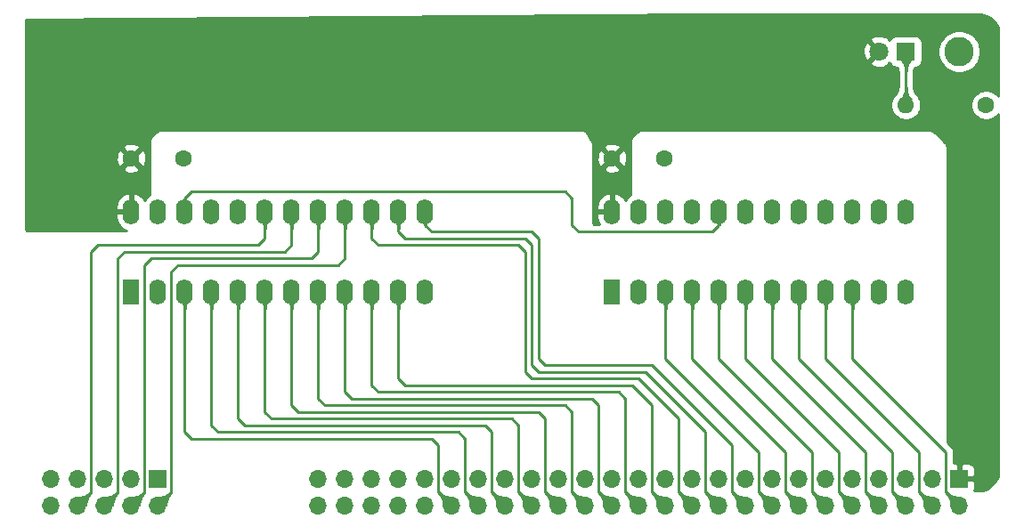
<source format=gbr>
%TF.GenerationSoftware,KiCad,Pcbnew,5.1.9*%
%TF.CreationDate,2021-02-01T10:02:44+01:00*%
%TF.ProjectId,MMU_2x22v10_v1.0,4d4d555f-3278-4323-9276-31305f76312e,1.1*%
%TF.SameCoordinates,Original*%
%TF.FileFunction,Copper,L1,Top*%
%TF.FilePolarity,Positive*%
%FSLAX46Y46*%
G04 Gerber Fmt 4.6, Leading zero omitted, Abs format (unit mm)*
G04 Created by KiCad (PCBNEW 5.1.9) date 2021-02-01 10:02:44*
%MOMM*%
%LPD*%
G01*
G04 APERTURE LIST*
%TA.AperFunction,ComponentPad*%
%ADD10O,1.600000X2.400000*%
%TD*%
%TA.AperFunction,ComponentPad*%
%ADD11R,1.600000X2.400000*%
%TD*%
%TA.AperFunction,ComponentPad*%
%ADD12O,1.700000X1.700000*%
%TD*%
%TA.AperFunction,ComponentPad*%
%ADD13R,1.700000X1.700000*%
%TD*%
%TA.AperFunction,ComponentPad*%
%ADD14C,1.600000*%
%TD*%
%TA.AperFunction,ComponentPad*%
%ADD15C,2.800000*%
%TD*%
%TA.AperFunction,ComponentPad*%
%ADD16O,1.600000X1.600000*%
%TD*%
%TA.AperFunction,ComponentPad*%
%ADD17C,1.800000*%
%TD*%
%TA.AperFunction,ComponentPad*%
%ADD18R,1.800000X1.800000*%
%TD*%
%TA.AperFunction,Conductor*%
%ADD19C,0.228600*%
%TD*%
%TA.AperFunction,Conductor*%
%ADD20C,0.254000*%
%TD*%
%TA.AperFunction,Conductor*%
%ADD21C,0.100000*%
%TD*%
%TA.AperFunction,Conductor*%
%ADD22C,0.025400*%
%TD*%
G04 APERTURE END LIST*
D10*
%TO.P,U2,24*%
%TO.N,+5V*%
X149860000Y-81280000D03*
%TO.P,U2,12*%
%TO.N,GND*%
X177800000Y-88900000D03*
%TO.P,U2,23*%
%TO.N,/~BANK00*%
X152400000Y-81280000D03*
%TO.P,U2,11*%
%TO.N,/VPA*%
X175260000Y-88900000D03*
%TO.P,U2,22*%
%TO.N,/~WE*%
X154940000Y-81280000D03*
%TO.P,U2,10*%
%TO.N,/A23*%
X172720000Y-88900000D03*
%TO.P,U2,21*%
%TO.N,/~OE*%
X157480000Y-81280000D03*
%TO.P,U2,9*%
%TO.N,/A22*%
X170180000Y-88900000D03*
%TO.P,U2,20*%
%TO.N,/~ROM_HIGH*%
X160020000Y-81280000D03*
%TO.P,U2,8*%
%TO.N,/A21*%
X167640000Y-88900000D03*
%TO.P,U2,19*%
%TO.N,N/C*%
X162560000Y-81280000D03*
%TO.P,U2,7*%
%TO.N,/A20*%
X165100000Y-88900000D03*
%TO.P,U2,18*%
%TO.N,N/C*%
X165100000Y-81280000D03*
%TO.P,U2,6*%
%TO.N,/A19*%
X162560000Y-88900000D03*
%TO.P,U2,17*%
%TO.N,N/C*%
X167640000Y-81280000D03*
%TO.P,U2,5*%
%TO.N,/A18*%
X160020000Y-88900000D03*
%TO.P,U2,16*%
%TO.N,N/C*%
X170180000Y-81280000D03*
%TO.P,U2,4*%
%TO.N,/A17*%
X157480000Y-88900000D03*
%TO.P,U2,15*%
%TO.N,N/C*%
X172720000Y-81280000D03*
%TO.P,U2,3*%
%TO.N,/A16*%
X154940000Y-88900000D03*
%TO.P,U2,14*%
%TO.N,/~AVALID*%
X175260000Y-81280000D03*
%TO.P,U2,2*%
%TO.N,/R~W*%
X152400000Y-88900000D03*
%TO.P,U2,13*%
%TO.N,/VDA*%
X177800000Y-81280000D03*
D11*
%TO.P,U2,1*%
%TO.N,/PHI2*%
X149860000Y-88900000D03*
%TD*%
D10*
%TO.P,U1,24*%
%TO.N,+5V*%
X104140000Y-81280000D03*
%TO.P,U1,12*%
%TO.N,GND*%
X132080000Y-88900000D03*
%TO.P,U1,23*%
%TO.N,N/C*%
X106680000Y-81280000D03*
%TO.P,U1,11*%
%TO.N,/A12*%
X129540000Y-88900000D03*
%TO.P,U1,22*%
%TO.N,/~ROM_HIGH*%
X109220000Y-81280000D03*
%TO.P,U1,10*%
%TO.N,/A11*%
X127000000Y-88900000D03*
%TO.P,U1,21*%
%TO.N,/~RAMSEL*%
X111760000Y-81280000D03*
%TO.P,U1,9*%
%TO.N,/A10*%
X124460000Y-88900000D03*
%TO.P,U1,20*%
%TO.N,/~ROMSEL*%
X114300000Y-81280000D03*
%TO.P,U1,8*%
%TO.N,/A9*%
X121920000Y-88900000D03*
%TO.P,U1,19*%
%TO.N,/~IOSEL0*%
X116840000Y-81280000D03*
%TO.P,U1,7*%
%TO.N,/A8*%
X119380000Y-88900000D03*
%TO.P,U1,18*%
%TO.N,/~IOSEL1*%
X119380000Y-81280000D03*
%TO.P,U1,6*%
%TO.N,/A7*%
X116840000Y-88900000D03*
%TO.P,U1,17*%
%TO.N,/~IOSEL2*%
X121920000Y-81280000D03*
%TO.P,U1,5*%
%TO.N,/A6*%
X114300000Y-88900000D03*
%TO.P,U1,16*%
%TO.N,/~IOSEL3*%
X124460000Y-81280000D03*
%TO.P,U1,4*%
%TO.N,/A5*%
X111760000Y-88900000D03*
%TO.P,U1,15*%
%TO.N,/A13*%
X127000000Y-81280000D03*
%TO.P,U1,3*%
%TO.N,/A4*%
X109220000Y-88900000D03*
%TO.P,U1,14*%
%TO.N,/A14*%
X129540000Y-81280000D03*
%TO.P,U1,2*%
%TO.N,/~BANK00*%
X106680000Y-88900000D03*
%TO.P,U1,13*%
%TO.N,/A15*%
X132080000Y-81280000D03*
D11*
%TO.P,U1,1*%
%TO.N,/~AVALID*%
X104140000Y-88900000D03*
%TD*%
D12*
%TO.P,J2,10*%
%TO.N,N/C*%
X96520000Y-109220000D03*
%TO.P,J2,9*%
X96520000Y-106680000D03*
%TO.P,J2,8*%
%TO.N,/~IOSEL0*%
X99060000Y-109220000D03*
%TO.P,J2,7*%
%TO.N,/~RAMSEL*%
X99060000Y-106680000D03*
%TO.P,J2,6*%
%TO.N,/~IOSEL1*%
X101600000Y-109220000D03*
%TO.P,J2,5*%
%TO.N,/~ROMSEL*%
X101600000Y-106680000D03*
%TO.P,J2,4*%
%TO.N,/~IOSEL2*%
X104140000Y-109220000D03*
%TO.P,J2,3*%
%TO.N,/~WE*%
X104140000Y-106680000D03*
%TO.P,J2,2*%
%TO.N,/~IOSEL3*%
X106680000Y-109220000D03*
D13*
%TO.P,J2,1*%
%TO.N,/~OE*%
X106680000Y-106680000D03*
%TD*%
D14*
%TO.P,C2,2*%
%TO.N,GND*%
X154860000Y-76200000D03*
%TO.P,C2,1*%
%TO.N,+5V*%
X149860000Y-76200000D03*
%TD*%
%TO.P,C1,2*%
%TO.N,GND*%
X109140000Y-76200000D03*
%TO.P,C1,1*%
%TO.N,+5V*%
X104140000Y-76200000D03*
%TD*%
D15*
%TO.P,TP1,1*%
%TO.N,GND*%
X182880000Y-66040000D03*
%TD*%
D16*
%TO.P,R1,2*%
%TO.N,Net-(D1-Pad1)*%
X177800000Y-71120000D03*
D14*
%TO.P,R1,1*%
%TO.N,GND*%
X185420000Y-71120000D03*
%TD*%
D12*
%TO.P,J1,50*%
%TO.N,GND*%
X121920000Y-109220000D03*
%TO.P,J1,49*%
%TO.N,N/C*%
X121920000Y-106680000D03*
%TO.P,J1,48*%
X124460000Y-109220000D03*
%TO.P,J1,47*%
X124460000Y-106680000D03*
%TO.P,J1,46*%
X127000000Y-109220000D03*
%TO.P,J1,45*%
X127000000Y-106680000D03*
%TO.P,J1,44*%
X129540000Y-109220000D03*
%TO.P,J1,43*%
X129540000Y-106680000D03*
%TO.P,J1,42*%
X132080000Y-109220000D03*
%TO.P,J1,41*%
X132080000Y-106680000D03*
%TO.P,J1,40*%
%TO.N,/A4*%
X134620000Y-109220000D03*
%TO.P,J1,39*%
%TO.N,N/C*%
X134620000Y-106680000D03*
%TO.P,J1,38*%
%TO.N,/A5*%
X137160000Y-109220000D03*
%TO.P,J1,37*%
%TO.N,/VDA*%
X137160000Y-106680000D03*
%TO.P,J1,36*%
%TO.N,/A6*%
X139700000Y-109220000D03*
%TO.P,J1,35*%
%TO.N,/VPA*%
X139700000Y-106680000D03*
%TO.P,J1,34*%
%TO.N,/A7*%
X142240000Y-109220000D03*
%TO.P,J1,33*%
%TO.N,/R~W*%
X142240000Y-106680000D03*
%TO.P,J1,32*%
%TO.N,/A8*%
X144780000Y-109220000D03*
%TO.P,J1,31*%
%TO.N,/PHI2*%
X144780000Y-106680000D03*
%TO.P,J1,30*%
%TO.N,/A9*%
X147320000Y-109220000D03*
%TO.P,J1,29*%
%TO.N,N/C*%
X147320000Y-106680000D03*
%TO.P,J1,28*%
%TO.N,/A10*%
X149860000Y-109220000D03*
%TO.P,J1,27*%
%TO.N,N/C*%
X149860000Y-106680000D03*
%TO.P,J1,26*%
%TO.N,/A11*%
X152400000Y-109220000D03*
%TO.P,J1,25*%
%TO.N,N/C*%
X152400000Y-106680000D03*
%TO.P,J1,24*%
%TO.N,/A12*%
X154940000Y-109220000D03*
%TO.P,J1,23*%
%TO.N,N/C*%
X154940000Y-106680000D03*
%TO.P,J1,22*%
%TO.N,/A13*%
X157480000Y-109220000D03*
%TO.P,J1,21*%
%TO.N,N/C*%
X157480000Y-106680000D03*
%TO.P,J1,20*%
%TO.N,/A14*%
X160020000Y-109220000D03*
%TO.P,J1,19*%
%TO.N,N/C*%
X160020000Y-106680000D03*
%TO.P,J1,18*%
%TO.N,/A15*%
X162560000Y-109220000D03*
%TO.P,J1,17*%
%TO.N,N/C*%
X162560000Y-106680000D03*
%TO.P,J1,16*%
%TO.N,/A16*%
X165100000Y-109220000D03*
%TO.P,J1,15*%
%TO.N,N/C*%
X165100000Y-106680000D03*
%TO.P,J1,14*%
%TO.N,/A17*%
X167640000Y-109220000D03*
%TO.P,J1,13*%
%TO.N,N/C*%
X167640000Y-106680000D03*
%TO.P,J1,12*%
%TO.N,/A18*%
X170180000Y-109220000D03*
%TO.P,J1,11*%
%TO.N,N/C*%
X170180000Y-106680000D03*
%TO.P,J1,10*%
%TO.N,/A19*%
X172720000Y-109220000D03*
%TO.P,J1,9*%
%TO.N,N/C*%
X172720000Y-106680000D03*
%TO.P,J1,8*%
%TO.N,/A20*%
X175260000Y-109220000D03*
%TO.P,J1,7*%
%TO.N,N/C*%
X175260000Y-106680000D03*
%TO.P,J1,6*%
%TO.N,/A21*%
X177800000Y-109220000D03*
%TO.P,J1,5*%
%TO.N,N/C*%
X177800000Y-106680000D03*
%TO.P,J1,4*%
%TO.N,/A22*%
X180340000Y-109220000D03*
%TO.P,J1,3*%
%TO.N,N/C*%
X180340000Y-106680000D03*
%TO.P,J1,2*%
%TO.N,/A23*%
X182880000Y-109220000D03*
D13*
%TO.P,J1,1*%
%TO.N,+5V*%
X182880000Y-106680000D03*
%TD*%
D17*
%TO.P,D1,2*%
%TO.N,+5V*%
X175260000Y-66040000D03*
D18*
%TO.P,D1,1*%
%TO.N,Net-(D1-Pad1)*%
X177800000Y-66040000D03*
%TD*%
D19*
%TO.N,Net-(D1-Pad1)*%
X177800000Y-66040000D02*
X177800000Y-71120000D01*
%TO.N,/A4*%
X133350000Y-107950000D02*
X134620000Y-109220000D01*
X133350000Y-103505000D02*
X133350000Y-107950000D01*
X132715000Y-102870000D02*
X133350000Y-103505000D01*
X109855000Y-102870000D02*
X132715000Y-102870000D01*
X109220000Y-102235000D02*
X109855000Y-102870000D01*
X109220000Y-88900000D02*
X109220000Y-102235000D01*
%TO.N,/A5*%
X135255000Y-102235000D02*
X112395000Y-102235000D01*
X111760000Y-101600000D02*
X111760000Y-88900000D01*
X135890000Y-102870000D02*
X135255000Y-102235000D01*
X135890000Y-107950000D02*
X135890000Y-102870000D01*
X112395000Y-102235000D02*
X111760000Y-101600000D01*
X137160000Y-109220000D02*
X135890000Y-107950000D01*
%TO.N,/A6*%
X138430000Y-102235000D02*
X138430000Y-107950000D01*
X138430000Y-107950000D02*
X139700000Y-109220000D01*
X114935000Y-101600000D02*
X137795000Y-101600000D01*
X114300000Y-100965000D02*
X114935000Y-101600000D01*
X137795000Y-101600000D02*
X138430000Y-102235000D01*
X114300000Y-88900000D02*
X114300000Y-100965000D01*
%TO.N,/A7*%
X116840000Y-100330000D02*
X116840000Y-88900000D01*
X117475000Y-100965000D02*
X116840000Y-100330000D01*
X140970000Y-101600000D02*
X140335000Y-100965000D01*
X140970000Y-107950000D02*
X140970000Y-101600000D01*
X140335000Y-100965000D02*
X117475000Y-100965000D01*
X142240000Y-109220000D02*
X140970000Y-107950000D01*
%TO.N,/A8*%
X119380000Y-99695000D02*
X119380000Y-88900000D01*
X120015000Y-100330000D02*
X119380000Y-99695000D01*
X142875000Y-100330000D02*
X120015000Y-100330000D01*
X143510000Y-100965000D02*
X142875000Y-100330000D01*
X143510000Y-107950000D02*
X143510000Y-100965000D01*
X144780000Y-109220000D02*
X143510000Y-107950000D01*
%TO.N,/A9*%
X147320000Y-109220000D02*
X146050000Y-107950000D01*
X121920000Y-88900000D02*
X121920000Y-99060000D01*
X121920000Y-99060000D02*
X122555000Y-99695000D01*
X122555000Y-99695000D02*
X145415000Y-99695000D01*
X145415000Y-99695000D02*
X146050000Y-100330000D01*
X146050000Y-100330000D02*
X146050000Y-105410000D01*
X146050000Y-105410000D02*
X146050000Y-104775000D01*
X146050000Y-107950000D02*
X146050000Y-105410000D01*
%TO.N,/~IOSEL3*%
X108585000Y-86360000D02*
X123825000Y-86360000D01*
X124460000Y-85725000D02*
X124460000Y-81280000D01*
X107950000Y-86995000D02*
X108585000Y-86360000D01*
X123825000Y-86360000D02*
X124460000Y-85725000D01*
X107950000Y-107950000D02*
X107950000Y-86995000D01*
X106680000Y-109220000D02*
X107950000Y-107950000D01*
%TO.N,/A10*%
X124460000Y-98425000D02*
X124460000Y-88900000D01*
X148590000Y-99695000D02*
X147955000Y-99060000D01*
X125095000Y-99060000D02*
X124460000Y-98425000D01*
X147955000Y-99060000D02*
X125095000Y-99060000D01*
X148590000Y-107950000D02*
X148590000Y-99695000D01*
X149860000Y-109220000D02*
X148590000Y-107950000D01*
%TO.N,/~IOSEL2*%
X121285000Y-85725000D02*
X121920000Y-85090000D01*
X121920000Y-85090000D02*
X121920000Y-81280000D01*
X106045000Y-85725000D02*
X121285000Y-85725000D01*
X105410000Y-86360000D02*
X106045000Y-85725000D01*
X105410000Y-107950000D02*
X105410000Y-86360000D01*
X104140000Y-109220000D02*
X105410000Y-107950000D01*
%TO.N,/A11*%
X151130000Y-99060000D02*
X151130000Y-107950000D01*
X150495000Y-98425000D02*
X151130000Y-99060000D01*
X151130000Y-107950000D02*
X152400000Y-109220000D01*
X127635000Y-98425000D02*
X150495000Y-98425000D01*
X127000000Y-97790000D02*
X127635000Y-98425000D01*
X127000000Y-88900000D02*
X127000000Y-97790000D01*
%TO.N,/~IOSEL1*%
X119380000Y-84455000D02*
X119380000Y-81280000D01*
X118745000Y-85090000D02*
X119380000Y-84455000D01*
X102870000Y-85725000D02*
X103505000Y-85090000D01*
X102870000Y-107950000D02*
X102870000Y-85725000D01*
X103505000Y-85090000D02*
X118745000Y-85090000D01*
X101600000Y-109220000D02*
X102870000Y-107950000D01*
%TO.N,/A12*%
X130175000Y-97790000D02*
X129540000Y-97155000D01*
X151765000Y-97790000D02*
X130175000Y-97790000D01*
X153670000Y-99695000D02*
X151765000Y-97790000D01*
X153670000Y-107950000D02*
X153670000Y-99695000D01*
X129540000Y-97155000D02*
X129540000Y-88900000D01*
X154940000Y-109220000D02*
X153670000Y-107950000D01*
%TO.N,/~IOSEL0*%
X116840000Y-83820000D02*
X116840000Y-81280000D01*
X116205000Y-84455000D02*
X116840000Y-83820000D01*
X100965000Y-84455000D02*
X116205000Y-84455000D01*
X100330000Y-85090000D02*
X100965000Y-84455000D01*
X100330000Y-107950000D02*
X100330000Y-85090000D01*
X99060000Y-109220000D02*
X100330000Y-107950000D01*
%TO.N,/A13*%
X127635000Y-84455000D02*
X127000000Y-83820000D01*
X141605000Y-96520000D02*
X141605000Y-85090000D01*
X152400000Y-97155000D02*
X142240000Y-97155000D01*
X156210000Y-100965000D02*
X152400000Y-97155000D01*
X142240000Y-97155000D02*
X141605000Y-96520000D01*
X156210000Y-107950000D02*
X156210000Y-100965000D01*
X140970000Y-84455000D02*
X127635000Y-84455000D01*
X157480000Y-109220000D02*
X156210000Y-107950000D01*
X141605000Y-85090000D02*
X140970000Y-84455000D01*
X127000000Y-81280000D02*
X127000000Y-83820000D01*
%TO.N,/A14*%
X129540000Y-81280000D02*
X129540000Y-83185000D01*
X129540000Y-83185000D02*
X130175000Y-83820000D01*
X130175000Y-83820000D02*
X141605000Y-83820000D01*
X141605000Y-83820000D02*
X142240000Y-84455000D01*
X142240000Y-84455000D02*
X142240000Y-95885000D01*
X142240000Y-95885000D02*
X142875000Y-96520000D01*
X142875000Y-96520000D02*
X153035000Y-96520000D01*
X153035000Y-96520000D02*
X158750000Y-102235000D01*
X158750000Y-107950000D02*
X160020000Y-109220000D01*
X158750000Y-102235000D02*
X158750000Y-107950000D01*
%TO.N,/A15*%
X161290000Y-107950000D02*
X162560000Y-109220000D01*
X153670000Y-95885000D02*
X161290000Y-103505000D01*
X161290000Y-103505000D02*
X161290000Y-107950000D01*
X143510000Y-95885000D02*
X153670000Y-95885000D01*
X142875000Y-83820000D02*
X142875000Y-95250000D01*
X142240000Y-83185000D02*
X142875000Y-83820000D01*
X132715000Y-83185000D02*
X142240000Y-83185000D01*
X142875000Y-95250000D02*
X143510000Y-95885000D01*
X132080000Y-82550000D02*
X132715000Y-83185000D01*
X132080000Y-81280000D02*
X132080000Y-82550000D01*
%TO.N,/A16*%
X163830000Y-104140000D02*
X154940000Y-95250000D01*
X165100000Y-109220000D02*
X163830000Y-107950000D01*
X154940000Y-95250000D02*
X154940000Y-88900000D01*
X163830000Y-107950000D02*
X163830000Y-104140000D01*
%TO.N,/A17*%
X166370000Y-104140000D02*
X157480000Y-95250000D01*
X167640000Y-109220000D02*
X166370000Y-107950000D01*
X157480000Y-95250000D02*
X157480000Y-88900000D01*
X166370000Y-107950000D02*
X166370000Y-104140000D01*
%TO.N,/A18*%
X168910000Y-104140000D02*
X160020000Y-95250000D01*
X170180000Y-109220000D02*
X168910000Y-107950000D01*
X160020000Y-95250000D02*
X160020000Y-88900000D01*
X168910000Y-107950000D02*
X168910000Y-104140000D01*
%TO.N,/A19*%
X171450000Y-104140000D02*
X162560000Y-95250000D01*
X172720000Y-109220000D02*
X171450000Y-107950000D01*
X162560000Y-95250000D02*
X162560000Y-88900000D01*
X171450000Y-107950000D02*
X171450000Y-104140000D01*
%TO.N,/A20*%
X173990000Y-104140000D02*
X165100000Y-95250000D01*
X175260000Y-109220000D02*
X173990000Y-107950000D01*
X165100000Y-95250000D02*
X165100000Y-88900000D01*
X173990000Y-107950000D02*
X173990000Y-104140000D01*
%TO.N,/A21*%
X176530000Y-104140000D02*
X167640000Y-95250000D01*
X177800000Y-109220000D02*
X176530000Y-107950000D01*
X167640000Y-95250000D02*
X167640000Y-88900000D01*
X176530000Y-107950000D02*
X176530000Y-104140000D01*
%TO.N,/A22*%
X179070000Y-104140000D02*
X170180000Y-95250000D01*
X180340000Y-109220000D02*
X179070000Y-107950000D01*
X170180000Y-95250000D02*
X170180000Y-88900000D01*
X179070000Y-107950000D02*
X179070000Y-104140000D01*
%TO.N,/A23*%
X182880000Y-109220000D02*
X181610000Y-107950000D01*
X181610000Y-107950000D02*
X181610000Y-104140000D01*
X181610000Y-104140000D02*
X172720000Y-95250000D01*
X172720000Y-95250000D02*
X172720000Y-88900000D01*
%TO.N,/~ROM_HIGH*%
X146050000Y-82550000D02*
X146685000Y-83185000D01*
X146685000Y-83185000D02*
X159385000Y-83185000D01*
X146050000Y-80010000D02*
X146050000Y-82550000D01*
X159385000Y-83185000D02*
X160020000Y-82550000D01*
X145415000Y-79375000D02*
X146050000Y-80010000D01*
X160020000Y-82550000D02*
X160020000Y-81280000D01*
X109855000Y-79375000D02*
X145415000Y-79375000D01*
X109220000Y-80010000D02*
X109855000Y-79375000D01*
X109220000Y-81280000D02*
X109220000Y-80010000D01*
%TD*%
D20*
%TO.N,+5V*%
X184993893Y-62527670D02*
X185430498Y-62659489D01*
X185833185Y-62873600D01*
X186108692Y-63098298D01*
X186255438Y-63245044D01*
X186428242Y-63453928D01*
X186563000Y-63779263D01*
X186563000Y-70247689D01*
X186534637Y-70205241D01*
X186334759Y-70005363D01*
X186099727Y-69848320D01*
X185838574Y-69740147D01*
X185561335Y-69685000D01*
X185278665Y-69685000D01*
X185001426Y-69740147D01*
X184740273Y-69848320D01*
X184505241Y-70005363D01*
X184305363Y-70205241D01*
X184148320Y-70440273D01*
X184040147Y-70701426D01*
X183985000Y-70978665D01*
X183985000Y-71261335D01*
X184040147Y-71538574D01*
X184148320Y-71799727D01*
X184305363Y-72034759D01*
X184505241Y-72234637D01*
X184740273Y-72391680D01*
X185001426Y-72499853D01*
X185278665Y-72555000D01*
X185561335Y-72555000D01*
X185838574Y-72499853D01*
X186099727Y-72391680D01*
X186334759Y-72234637D01*
X186534637Y-72034759D01*
X186563000Y-71992311D01*
X186563000Y-106400737D01*
X186402730Y-106787664D01*
X185527664Y-107662730D01*
X185140737Y-107823000D01*
X184293407Y-107823000D01*
X184319502Y-107774180D01*
X184355812Y-107654482D01*
X184368072Y-107530000D01*
X184365000Y-106965750D01*
X184206250Y-106807000D01*
X183007000Y-106807000D01*
X183007000Y-106827000D01*
X182753000Y-106827000D01*
X182753000Y-106807000D01*
X182733000Y-106807000D01*
X182733000Y-106553000D01*
X182753000Y-106553000D01*
X182753000Y-105353750D01*
X183007000Y-105353750D01*
X183007000Y-106553000D01*
X184206250Y-106553000D01*
X184365000Y-106394250D01*
X184368072Y-105830000D01*
X184355812Y-105705518D01*
X184319502Y-105585820D01*
X184260537Y-105475506D01*
X184181185Y-105378815D01*
X184084494Y-105299463D01*
X183974180Y-105240498D01*
X183854482Y-105204188D01*
X183730000Y-105191928D01*
X183165750Y-105195000D01*
X183007000Y-105353750D01*
X182753000Y-105353750D01*
X182594250Y-105195000D01*
X182359300Y-105193721D01*
X182359300Y-104176798D01*
X182362924Y-104140000D01*
X182359300Y-104103202D01*
X182359300Y-104103194D01*
X182348458Y-103993112D01*
X182305612Y-103851868D01*
X182236034Y-103721697D01*
X182165861Y-103636190D01*
X182165854Y-103636183D01*
X182142398Y-103607602D01*
X182113817Y-103584146D01*
X181737000Y-103207329D01*
X181737000Y-75184000D01*
X181734560Y-75159224D01*
X181727333Y-75135399D01*
X181547728Y-74701794D01*
X181535992Y-74679838D01*
X181520198Y-74660592D01*
X180609408Y-73749802D01*
X180590162Y-73734008D01*
X180568206Y-73722272D01*
X180134601Y-73542667D01*
X180110776Y-73535440D01*
X180086000Y-73533000D01*
X173026606Y-73533000D01*
X172847000Y-73353394D01*
X172847000Y-66106553D01*
X173719009Y-66106553D01*
X173761603Y-66405907D01*
X173861778Y-66691199D01*
X173941739Y-66840792D01*
X174195920Y-66924475D01*
X175080395Y-66040000D01*
X174195920Y-65155525D01*
X173941739Y-65239208D01*
X173810842Y-65511775D01*
X173735635Y-65804642D01*
X173719009Y-66106553D01*
X172847000Y-66106553D01*
X172847000Y-64975920D01*
X174375525Y-64975920D01*
X175260000Y-65860395D01*
X175274143Y-65846253D01*
X175453748Y-66025858D01*
X175439605Y-66040000D01*
X175453748Y-66054143D01*
X175274143Y-66233748D01*
X175260000Y-66219605D01*
X174375525Y-67104080D01*
X174459208Y-67358261D01*
X174731775Y-67489158D01*
X175024642Y-67564365D01*
X175326553Y-67580991D01*
X175625907Y-67538397D01*
X175911199Y-67438222D01*
X176060792Y-67358261D01*
X176144474Y-67104082D01*
X176260422Y-67220030D01*
X176307187Y-67173265D01*
X176310498Y-67184180D01*
X176369463Y-67294494D01*
X176448815Y-67391185D01*
X176545506Y-67470537D01*
X176655820Y-67529502D01*
X176775518Y-67565812D01*
X176900000Y-67578072D01*
X176999854Y-67578072D01*
X177019856Y-67651604D01*
X177036429Y-67740025D01*
X177046746Y-67835004D01*
X177050700Y-67947955D01*
X177050701Y-69453466D01*
X177047445Y-69546480D01*
X177039226Y-69622173D01*
X177026149Y-69691962D01*
X177008533Y-69756736D01*
X176986475Y-69817506D01*
X176959799Y-69875348D01*
X176928059Y-69931278D01*
X176890559Y-69986187D01*
X176846496Y-70040670D01*
X176785789Y-70104815D01*
X176685363Y-70205241D01*
X176528320Y-70440273D01*
X176420147Y-70701426D01*
X176365000Y-70978665D01*
X176365000Y-71261335D01*
X176420147Y-71538574D01*
X176528320Y-71799727D01*
X176685363Y-72034759D01*
X176885241Y-72234637D01*
X177120273Y-72391680D01*
X177381426Y-72499853D01*
X177658665Y-72555000D01*
X177941335Y-72555000D01*
X178218574Y-72499853D01*
X178479727Y-72391680D01*
X178714759Y-72234637D01*
X178914637Y-72034759D01*
X179071680Y-71799727D01*
X179179853Y-71538574D01*
X179235000Y-71261335D01*
X179235000Y-70978665D01*
X179179853Y-70701426D01*
X179071680Y-70440273D01*
X178914637Y-70205241D01*
X178814189Y-70104793D01*
X178753509Y-70040677D01*
X178709440Y-69986187D01*
X178671940Y-69931278D01*
X178640200Y-69875348D01*
X178613524Y-69817506D01*
X178591466Y-69756736D01*
X178573850Y-69691962D01*
X178560773Y-69622173D01*
X178552555Y-69546493D01*
X178549300Y-69453466D01*
X178549300Y-67947938D01*
X178553253Y-67835003D01*
X178563570Y-67740025D01*
X178580143Y-67651604D01*
X178600145Y-67578072D01*
X178700000Y-67578072D01*
X178824482Y-67565812D01*
X178944180Y-67529502D01*
X179054494Y-67470537D01*
X179151185Y-67391185D01*
X179230537Y-67294494D01*
X179289502Y-67184180D01*
X179325812Y-67064482D01*
X179338072Y-66940000D01*
X179338072Y-65839570D01*
X180845000Y-65839570D01*
X180845000Y-66240430D01*
X180923204Y-66633587D01*
X181076607Y-67003934D01*
X181299313Y-67337237D01*
X181582763Y-67620687D01*
X181916066Y-67843393D01*
X182286413Y-67996796D01*
X182679570Y-68075000D01*
X183080430Y-68075000D01*
X183473587Y-67996796D01*
X183843934Y-67843393D01*
X184177237Y-67620687D01*
X184460687Y-67337237D01*
X184683393Y-67003934D01*
X184836796Y-66633587D01*
X184915000Y-66240430D01*
X184915000Y-65839570D01*
X184836796Y-65446413D01*
X184683393Y-65076066D01*
X184460687Y-64742763D01*
X184177237Y-64459313D01*
X183843934Y-64236607D01*
X183473587Y-64083204D01*
X183080430Y-64005000D01*
X182679570Y-64005000D01*
X182286413Y-64083204D01*
X181916066Y-64236607D01*
X181582763Y-64459313D01*
X181299313Y-64742763D01*
X181076607Y-65076066D01*
X180923204Y-65446413D01*
X180845000Y-65839570D01*
X179338072Y-65839570D01*
X179338072Y-65140000D01*
X179325812Y-65015518D01*
X179289502Y-64895820D01*
X179230537Y-64785506D01*
X179151185Y-64688815D01*
X179054494Y-64609463D01*
X178944180Y-64550498D01*
X178824482Y-64514188D01*
X178700000Y-64501928D01*
X176900000Y-64501928D01*
X176775518Y-64514188D01*
X176655820Y-64550498D01*
X176545506Y-64609463D01*
X176448815Y-64688815D01*
X176369463Y-64785506D01*
X176310498Y-64895820D01*
X176307187Y-64906735D01*
X176260422Y-64859970D01*
X176144474Y-64975918D01*
X176060792Y-64721739D01*
X175788225Y-64590842D01*
X175495358Y-64515635D01*
X175193447Y-64499009D01*
X174894093Y-64541603D01*
X174608801Y-64641778D01*
X174459208Y-64721739D01*
X174375525Y-64975920D01*
X172847000Y-64975920D01*
X172847000Y-62536606D01*
X172903606Y-62480000D01*
X184507721Y-62480000D01*
X184993893Y-62527670D01*
%TA.AperFunction,Conductor*%
D21*
G36*
X184993893Y-62527670D02*
G01*
X185430498Y-62659489D01*
X185833185Y-62873600D01*
X186108692Y-63098298D01*
X186255438Y-63245044D01*
X186428242Y-63453928D01*
X186563000Y-63779263D01*
X186563000Y-70247689D01*
X186534637Y-70205241D01*
X186334759Y-70005363D01*
X186099727Y-69848320D01*
X185838574Y-69740147D01*
X185561335Y-69685000D01*
X185278665Y-69685000D01*
X185001426Y-69740147D01*
X184740273Y-69848320D01*
X184505241Y-70005363D01*
X184305363Y-70205241D01*
X184148320Y-70440273D01*
X184040147Y-70701426D01*
X183985000Y-70978665D01*
X183985000Y-71261335D01*
X184040147Y-71538574D01*
X184148320Y-71799727D01*
X184305363Y-72034759D01*
X184505241Y-72234637D01*
X184740273Y-72391680D01*
X185001426Y-72499853D01*
X185278665Y-72555000D01*
X185561335Y-72555000D01*
X185838574Y-72499853D01*
X186099727Y-72391680D01*
X186334759Y-72234637D01*
X186534637Y-72034759D01*
X186563000Y-71992311D01*
X186563000Y-106400737D01*
X186402730Y-106787664D01*
X185527664Y-107662730D01*
X185140737Y-107823000D01*
X184293407Y-107823000D01*
X184319502Y-107774180D01*
X184355812Y-107654482D01*
X184368072Y-107530000D01*
X184365000Y-106965750D01*
X184206250Y-106807000D01*
X183007000Y-106807000D01*
X183007000Y-106827000D01*
X182753000Y-106827000D01*
X182753000Y-106807000D01*
X182733000Y-106807000D01*
X182733000Y-106553000D01*
X182753000Y-106553000D01*
X182753000Y-105353750D01*
X183007000Y-105353750D01*
X183007000Y-106553000D01*
X184206250Y-106553000D01*
X184365000Y-106394250D01*
X184368072Y-105830000D01*
X184355812Y-105705518D01*
X184319502Y-105585820D01*
X184260537Y-105475506D01*
X184181185Y-105378815D01*
X184084494Y-105299463D01*
X183974180Y-105240498D01*
X183854482Y-105204188D01*
X183730000Y-105191928D01*
X183165750Y-105195000D01*
X183007000Y-105353750D01*
X182753000Y-105353750D01*
X182594250Y-105195000D01*
X182359300Y-105193721D01*
X182359300Y-104176798D01*
X182362924Y-104140000D01*
X182359300Y-104103202D01*
X182359300Y-104103194D01*
X182348458Y-103993112D01*
X182305612Y-103851868D01*
X182236034Y-103721697D01*
X182165861Y-103636190D01*
X182165854Y-103636183D01*
X182142398Y-103607602D01*
X182113817Y-103584146D01*
X181737000Y-103207329D01*
X181737000Y-75184000D01*
X181734560Y-75159224D01*
X181727333Y-75135399D01*
X181547728Y-74701794D01*
X181535992Y-74679838D01*
X181520198Y-74660592D01*
X180609408Y-73749802D01*
X180590162Y-73734008D01*
X180568206Y-73722272D01*
X180134601Y-73542667D01*
X180110776Y-73535440D01*
X180086000Y-73533000D01*
X173026606Y-73533000D01*
X172847000Y-73353394D01*
X172847000Y-66106553D01*
X173719009Y-66106553D01*
X173761603Y-66405907D01*
X173861778Y-66691199D01*
X173941739Y-66840792D01*
X174195920Y-66924475D01*
X175080395Y-66040000D01*
X174195920Y-65155525D01*
X173941739Y-65239208D01*
X173810842Y-65511775D01*
X173735635Y-65804642D01*
X173719009Y-66106553D01*
X172847000Y-66106553D01*
X172847000Y-64975920D01*
X174375525Y-64975920D01*
X175260000Y-65860395D01*
X175274143Y-65846253D01*
X175453748Y-66025858D01*
X175439605Y-66040000D01*
X175453748Y-66054143D01*
X175274143Y-66233748D01*
X175260000Y-66219605D01*
X174375525Y-67104080D01*
X174459208Y-67358261D01*
X174731775Y-67489158D01*
X175024642Y-67564365D01*
X175326553Y-67580991D01*
X175625907Y-67538397D01*
X175911199Y-67438222D01*
X176060792Y-67358261D01*
X176144474Y-67104082D01*
X176260422Y-67220030D01*
X176307187Y-67173265D01*
X176310498Y-67184180D01*
X176369463Y-67294494D01*
X176448815Y-67391185D01*
X176545506Y-67470537D01*
X176655820Y-67529502D01*
X176775518Y-67565812D01*
X176900000Y-67578072D01*
X176999854Y-67578072D01*
X177019856Y-67651604D01*
X177036429Y-67740025D01*
X177046746Y-67835004D01*
X177050700Y-67947955D01*
X177050701Y-69453466D01*
X177047445Y-69546480D01*
X177039226Y-69622173D01*
X177026149Y-69691962D01*
X177008533Y-69756736D01*
X176986475Y-69817506D01*
X176959799Y-69875348D01*
X176928059Y-69931278D01*
X176890559Y-69986187D01*
X176846496Y-70040670D01*
X176785789Y-70104815D01*
X176685363Y-70205241D01*
X176528320Y-70440273D01*
X176420147Y-70701426D01*
X176365000Y-70978665D01*
X176365000Y-71261335D01*
X176420147Y-71538574D01*
X176528320Y-71799727D01*
X176685363Y-72034759D01*
X176885241Y-72234637D01*
X177120273Y-72391680D01*
X177381426Y-72499853D01*
X177658665Y-72555000D01*
X177941335Y-72555000D01*
X178218574Y-72499853D01*
X178479727Y-72391680D01*
X178714759Y-72234637D01*
X178914637Y-72034759D01*
X179071680Y-71799727D01*
X179179853Y-71538574D01*
X179235000Y-71261335D01*
X179235000Y-70978665D01*
X179179853Y-70701426D01*
X179071680Y-70440273D01*
X178914637Y-70205241D01*
X178814189Y-70104793D01*
X178753509Y-70040677D01*
X178709440Y-69986187D01*
X178671940Y-69931278D01*
X178640200Y-69875348D01*
X178613524Y-69817506D01*
X178591466Y-69756736D01*
X178573850Y-69691962D01*
X178560773Y-69622173D01*
X178552555Y-69546493D01*
X178549300Y-69453466D01*
X178549300Y-67947938D01*
X178553253Y-67835003D01*
X178563570Y-67740025D01*
X178580143Y-67651604D01*
X178600145Y-67578072D01*
X178700000Y-67578072D01*
X178824482Y-67565812D01*
X178944180Y-67529502D01*
X179054494Y-67470537D01*
X179151185Y-67391185D01*
X179230537Y-67294494D01*
X179289502Y-67184180D01*
X179325812Y-67064482D01*
X179338072Y-66940000D01*
X179338072Y-65839570D01*
X180845000Y-65839570D01*
X180845000Y-66240430D01*
X180923204Y-66633587D01*
X181076607Y-67003934D01*
X181299313Y-67337237D01*
X181582763Y-67620687D01*
X181916066Y-67843393D01*
X182286413Y-67996796D01*
X182679570Y-68075000D01*
X183080430Y-68075000D01*
X183473587Y-67996796D01*
X183843934Y-67843393D01*
X184177237Y-67620687D01*
X184460687Y-67337237D01*
X184683393Y-67003934D01*
X184836796Y-66633587D01*
X184915000Y-66240430D01*
X184915000Y-65839570D01*
X184836796Y-65446413D01*
X184683393Y-65076066D01*
X184460687Y-64742763D01*
X184177237Y-64459313D01*
X183843934Y-64236607D01*
X183473587Y-64083204D01*
X183080430Y-64005000D01*
X182679570Y-64005000D01*
X182286413Y-64083204D01*
X181916066Y-64236607D01*
X181582763Y-64459313D01*
X181299313Y-64742763D01*
X181076607Y-65076066D01*
X180923204Y-65446413D01*
X180845000Y-65839570D01*
X179338072Y-65839570D01*
X179338072Y-65140000D01*
X179325812Y-65015518D01*
X179289502Y-64895820D01*
X179230537Y-64785506D01*
X179151185Y-64688815D01*
X179054494Y-64609463D01*
X178944180Y-64550498D01*
X178824482Y-64514188D01*
X178700000Y-64501928D01*
X176900000Y-64501928D01*
X176775518Y-64514188D01*
X176655820Y-64550498D01*
X176545506Y-64609463D01*
X176448815Y-64688815D01*
X176369463Y-64785506D01*
X176310498Y-64895820D01*
X176307187Y-64906735D01*
X176260422Y-64859970D01*
X176144474Y-64975918D01*
X176060792Y-64721739D01*
X175788225Y-64590842D01*
X175495358Y-64515635D01*
X175193447Y-64499009D01*
X174894093Y-64541603D01*
X174608801Y-64641778D01*
X174459208Y-64721739D01*
X174375525Y-64975920D01*
X172847000Y-64975920D01*
X172847000Y-62536606D01*
X172903606Y-62480000D01*
X184507721Y-62480000D01*
X184993893Y-62527670D01*
G37*
%TD.AperFunction*%
%TD*%
D20*
%TO.N,+5V*%
X173863000Y-65403166D02*
X173810842Y-65511775D01*
X173735635Y-65804642D01*
X173719009Y-66106553D01*
X173761603Y-66405907D01*
X173861778Y-66691199D01*
X173863000Y-66693485D01*
X173863000Y-73480394D01*
X173810394Y-73533000D01*
X152527000Y-73533000D01*
X152502224Y-73535440D01*
X152478399Y-73542667D01*
X152261596Y-73632470D01*
X152239639Y-73644206D01*
X152220394Y-73660000D01*
X151765000Y-74115394D01*
X151749206Y-74134640D01*
X151737470Y-74156596D01*
X151647667Y-74373399D01*
X151640440Y-74397223D01*
X151638000Y-74422000D01*
X151638000Y-79660168D01*
X151598899Y-79681068D01*
X151380392Y-79860393D01*
X151201068Y-80078900D01*
X151132735Y-80206742D01*
X150982601Y-79977161D01*
X150784895Y-79775500D01*
X150551646Y-79616285D01*
X150291818Y-79505633D01*
X150209039Y-79488096D01*
X149987000Y-79610085D01*
X149987000Y-81153000D01*
X150007000Y-81153000D01*
X150007000Y-81407000D01*
X149987000Y-81407000D01*
X149987000Y-81427000D01*
X149733000Y-81427000D01*
X149733000Y-81407000D01*
X148425000Y-81407000D01*
X148425000Y-81807000D01*
X148477350Y-82084514D01*
X148582834Y-82346483D01*
X148641177Y-82435700D01*
X148097725Y-82435700D01*
X148082000Y-82397737D01*
X148082000Y-80753000D01*
X148425000Y-80753000D01*
X148425000Y-81153000D01*
X149733000Y-81153000D01*
X149733000Y-79610085D01*
X149510961Y-79488096D01*
X149428182Y-79505633D01*
X149168354Y-79616285D01*
X148935105Y-79775500D01*
X148737399Y-79977161D01*
X148582834Y-80213517D01*
X148477350Y-80475486D01*
X148425000Y-80753000D01*
X148082000Y-80753000D01*
X148082000Y-77192702D01*
X149046903Y-77192702D01*
X149118486Y-77436671D01*
X149373996Y-77557571D01*
X149648184Y-77626300D01*
X149930512Y-77640217D01*
X150210130Y-77598787D01*
X150476292Y-77503603D01*
X150601514Y-77436671D01*
X150673097Y-77192702D01*
X149860000Y-76379605D01*
X149046903Y-77192702D01*
X148082000Y-77192702D01*
X148082000Y-76270512D01*
X148419783Y-76270512D01*
X148461213Y-76550130D01*
X148556397Y-76816292D01*
X148623329Y-76941514D01*
X148867298Y-77013097D01*
X149680395Y-76200000D01*
X150039605Y-76200000D01*
X150852702Y-77013097D01*
X151096671Y-76941514D01*
X151217571Y-76686004D01*
X151286300Y-76411816D01*
X151300217Y-76129488D01*
X151258787Y-75849870D01*
X151163603Y-75583708D01*
X151096671Y-75458486D01*
X150852702Y-75386903D01*
X150039605Y-76200000D01*
X149680395Y-76200000D01*
X148867298Y-75386903D01*
X148623329Y-75458486D01*
X148502429Y-75713996D01*
X148433700Y-75988184D01*
X148419783Y-76270512D01*
X148082000Y-76270512D01*
X148082000Y-75207298D01*
X149046903Y-75207298D01*
X149860000Y-76020395D01*
X150673097Y-75207298D01*
X150601514Y-74963329D01*
X150346004Y-74842429D01*
X150071816Y-74773700D01*
X149789488Y-74759783D01*
X149509870Y-74801213D01*
X149243708Y-74896397D01*
X149118486Y-74963329D01*
X149046903Y-75207298D01*
X148082000Y-75207298D01*
X148082000Y-75057000D01*
X148078603Y-75027821D01*
X148021807Y-74787229D01*
X148011796Y-74759612D01*
X147490388Y-73716796D01*
X147477125Y-73695726D01*
X147460007Y-73677649D01*
X147443564Y-73665559D01*
X147259768Y-73551967D01*
X147237409Y-73541017D01*
X147213343Y-73534640D01*
X147193000Y-73533000D01*
X106807000Y-73533000D01*
X106782224Y-73535440D01*
X106758399Y-73542667D01*
X106541596Y-73632470D01*
X106519639Y-73644206D01*
X106500394Y-73660000D01*
X106045000Y-74115394D01*
X106029206Y-74134640D01*
X106017470Y-74156596D01*
X105927667Y-74373399D01*
X105920440Y-74397223D01*
X105918000Y-74422000D01*
X105918000Y-79660168D01*
X105878899Y-79681068D01*
X105660392Y-79860393D01*
X105481068Y-80078900D01*
X105412735Y-80206742D01*
X105262601Y-79977161D01*
X105064895Y-79775500D01*
X104831646Y-79616285D01*
X104571818Y-79505633D01*
X104489039Y-79488096D01*
X104267000Y-79610085D01*
X104267000Y-81153000D01*
X104287000Y-81153000D01*
X104287000Y-81407000D01*
X104267000Y-81407000D01*
X104267000Y-81427000D01*
X104013000Y-81427000D01*
X104013000Y-81407000D01*
X102705000Y-81407000D01*
X102705000Y-81807000D01*
X102757350Y-82084514D01*
X102862834Y-82346483D01*
X103017399Y-82582839D01*
X103215105Y-82784500D01*
X103448354Y-82943715D01*
X103708182Y-83054367D01*
X103725331Y-83058000D01*
X94159606Y-83058000D01*
X94107000Y-83005394D01*
X94107000Y-80753000D01*
X102705000Y-80753000D01*
X102705000Y-81153000D01*
X104013000Y-81153000D01*
X104013000Y-79610085D01*
X103790961Y-79488096D01*
X103708182Y-79505633D01*
X103448354Y-79616285D01*
X103215105Y-79775500D01*
X103017399Y-79977161D01*
X102862834Y-80213517D01*
X102757350Y-80475486D01*
X102705000Y-80753000D01*
X94107000Y-80753000D01*
X94107000Y-77192702D01*
X103326903Y-77192702D01*
X103398486Y-77436671D01*
X103653996Y-77557571D01*
X103928184Y-77626300D01*
X104210512Y-77640217D01*
X104490130Y-77598787D01*
X104756292Y-77503603D01*
X104881514Y-77436671D01*
X104953097Y-77192702D01*
X104140000Y-76379605D01*
X103326903Y-77192702D01*
X94107000Y-77192702D01*
X94107000Y-76270512D01*
X102699783Y-76270512D01*
X102741213Y-76550130D01*
X102836397Y-76816292D01*
X102903329Y-76941514D01*
X103147298Y-77013097D01*
X103960395Y-76200000D01*
X104319605Y-76200000D01*
X105132702Y-77013097D01*
X105376671Y-76941514D01*
X105497571Y-76686004D01*
X105566300Y-76411816D01*
X105580217Y-76129488D01*
X105538787Y-75849870D01*
X105443603Y-75583708D01*
X105376671Y-75458486D01*
X105132702Y-75386903D01*
X104319605Y-76200000D01*
X103960395Y-76200000D01*
X103147298Y-75386903D01*
X102903329Y-75458486D01*
X102782429Y-75713996D01*
X102713700Y-75988184D01*
X102699783Y-76270512D01*
X94107000Y-76270512D01*
X94107000Y-75207298D01*
X103326903Y-75207298D01*
X104140000Y-76020395D01*
X104953097Y-75207298D01*
X104881514Y-74963329D01*
X104626004Y-74842429D01*
X104351816Y-74773700D01*
X104069488Y-74759783D01*
X103789870Y-74801213D01*
X103523708Y-74896397D01*
X103398486Y-74963329D01*
X103326903Y-75207298D01*
X94107000Y-75207298D01*
X94107000Y-63044309D01*
X94160312Y-62990573D01*
X158492533Y-62480000D01*
X173863000Y-62480000D01*
X173863000Y-65403166D01*
%TA.AperFunction,Conductor*%
D21*
G36*
X173863000Y-65403166D02*
G01*
X173810842Y-65511775D01*
X173735635Y-65804642D01*
X173719009Y-66106553D01*
X173761603Y-66405907D01*
X173861778Y-66691199D01*
X173863000Y-66693485D01*
X173863000Y-73480394D01*
X173810394Y-73533000D01*
X152527000Y-73533000D01*
X152502224Y-73535440D01*
X152478399Y-73542667D01*
X152261596Y-73632470D01*
X152239639Y-73644206D01*
X152220394Y-73660000D01*
X151765000Y-74115394D01*
X151749206Y-74134640D01*
X151737470Y-74156596D01*
X151647667Y-74373399D01*
X151640440Y-74397223D01*
X151638000Y-74422000D01*
X151638000Y-79660168D01*
X151598899Y-79681068D01*
X151380392Y-79860393D01*
X151201068Y-80078900D01*
X151132735Y-80206742D01*
X150982601Y-79977161D01*
X150784895Y-79775500D01*
X150551646Y-79616285D01*
X150291818Y-79505633D01*
X150209039Y-79488096D01*
X149987000Y-79610085D01*
X149987000Y-81153000D01*
X150007000Y-81153000D01*
X150007000Y-81407000D01*
X149987000Y-81407000D01*
X149987000Y-81427000D01*
X149733000Y-81427000D01*
X149733000Y-81407000D01*
X148425000Y-81407000D01*
X148425000Y-81807000D01*
X148477350Y-82084514D01*
X148582834Y-82346483D01*
X148641177Y-82435700D01*
X148097725Y-82435700D01*
X148082000Y-82397737D01*
X148082000Y-80753000D01*
X148425000Y-80753000D01*
X148425000Y-81153000D01*
X149733000Y-81153000D01*
X149733000Y-79610085D01*
X149510961Y-79488096D01*
X149428182Y-79505633D01*
X149168354Y-79616285D01*
X148935105Y-79775500D01*
X148737399Y-79977161D01*
X148582834Y-80213517D01*
X148477350Y-80475486D01*
X148425000Y-80753000D01*
X148082000Y-80753000D01*
X148082000Y-77192702D01*
X149046903Y-77192702D01*
X149118486Y-77436671D01*
X149373996Y-77557571D01*
X149648184Y-77626300D01*
X149930512Y-77640217D01*
X150210130Y-77598787D01*
X150476292Y-77503603D01*
X150601514Y-77436671D01*
X150673097Y-77192702D01*
X149860000Y-76379605D01*
X149046903Y-77192702D01*
X148082000Y-77192702D01*
X148082000Y-76270512D01*
X148419783Y-76270512D01*
X148461213Y-76550130D01*
X148556397Y-76816292D01*
X148623329Y-76941514D01*
X148867298Y-77013097D01*
X149680395Y-76200000D01*
X150039605Y-76200000D01*
X150852702Y-77013097D01*
X151096671Y-76941514D01*
X151217571Y-76686004D01*
X151286300Y-76411816D01*
X151300217Y-76129488D01*
X151258787Y-75849870D01*
X151163603Y-75583708D01*
X151096671Y-75458486D01*
X150852702Y-75386903D01*
X150039605Y-76200000D01*
X149680395Y-76200000D01*
X148867298Y-75386903D01*
X148623329Y-75458486D01*
X148502429Y-75713996D01*
X148433700Y-75988184D01*
X148419783Y-76270512D01*
X148082000Y-76270512D01*
X148082000Y-75207298D01*
X149046903Y-75207298D01*
X149860000Y-76020395D01*
X150673097Y-75207298D01*
X150601514Y-74963329D01*
X150346004Y-74842429D01*
X150071816Y-74773700D01*
X149789488Y-74759783D01*
X149509870Y-74801213D01*
X149243708Y-74896397D01*
X149118486Y-74963329D01*
X149046903Y-75207298D01*
X148082000Y-75207298D01*
X148082000Y-75057000D01*
X148078603Y-75027821D01*
X148021807Y-74787229D01*
X148011796Y-74759612D01*
X147490388Y-73716796D01*
X147477125Y-73695726D01*
X147460007Y-73677649D01*
X147443564Y-73665559D01*
X147259768Y-73551967D01*
X147237409Y-73541017D01*
X147213343Y-73534640D01*
X147193000Y-73533000D01*
X106807000Y-73533000D01*
X106782224Y-73535440D01*
X106758399Y-73542667D01*
X106541596Y-73632470D01*
X106519639Y-73644206D01*
X106500394Y-73660000D01*
X106045000Y-74115394D01*
X106029206Y-74134640D01*
X106017470Y-74156596D01*
X105927667Y-74373399D01*
X105920440Y-74397223D01*
X105918000Y-74422000D01*
X105918000Y-79660168D01*
X105878899Y-79681068D01*
X105660392Y-79860393D01*
X105481068Y-80078900D01*
X105412735Y-80206742D01*
X105262601Y-79977161D01*
X105064895Y-79775500D01*
X104831646Y-79616285D01*
X104571818Y-79505633D01*
X104489039Y-79488096D01*
X104267000Y-79610085D01*
X104267000Y-81153000D01*
X104287000Y-81153000D01*
X104287000Y-81407000D01*
X104267000Y-81407000D01*
X104267000Y-81427000D01*
X104013000Y-81427000D01*
X104013000Y-81407000D01*
X102705000Y-81407000D01*
X102705000Y-81807000D01*
X102757350Y-82084514D01*
X102862834Y-82346483D01*
X103017399Y-82582839D01*
X103215105Y-82784500D01*
X103448354Y-82943715D01*
X103708182Y-83054367D01*
X103725331Y-83058000D01*
X94159606Y-83058000D01*
X94107000Y-83005394D01*
X94107000Y-80753000D01*
X102705000Y-80753000D01*
X102705000Y-81153000D01*
X104013000Y-81153000D01*
X104013000Y-79610085D01*
X103790961Y-79488096D01*
X103708182Y-79505633D01*
X103448354Y-79616285D01*
X103215105Y-79775500D01*
X103017399Y-79977161D01*
X102862834Y-80213517D01*
X102757350Y-80475486D01*
X102705000Y-80753000D01*
X94107000Y-80753000D01*
X94107000Y-77192702D01*
X103326903Y-77192702D01*
X103398486Y-77436671D01*
X103653996Y-77557571D01*
X103928184Y-77626300D01*
X104210512Y-77640217D01*
X104490130Y-77598787D01*
X104756292Y-77503603D01*
X104881514Y-77436671D01*
X104953097Y-77192702D01*
X104140000Y-76379605D01*
X103326903Y-77192702D01*
X94107000Y-77192702D01*
X94107000Y-76270512D01*
X102699783Y-76270512D01*
X102741213Y-76550130D01*
X102836397Y-76816292D01*
X102903329Y-76941514D01*
X103147298Y-77013097D01*
X103960395Y-76200000D01*
X104319605Y-76200000D01*
X105132702Y-77013097D01*
X105376671Y-76941514D01*
X105497571Y-76686004D01*
X105566300Y-76411816D01*
X105580217Y-76129488D01*
X105538787Y-75849870D01*
X105443603Y-75583708D01*
X105376671Y-75458486D01*
X105132702Y-75386903D01*
X104319605Y-76200000D01*
X103960395Y-76200000D01*
X103147298Y-75386903D01*
X102903329Y-75458486D01*
X102782429Y-75713996D01*
X102713700Y-75988184D01*
X102699783Y-76270512D01*
X94107000Y-76270512D01*
X94107000Y-75207298D01*
X103326903Y-75207298D01*
X104140000Y-76020395D01*
X104953097Y-75207298D01*
X104881514Y-74963329D01*
X104626004Y-74842429D01*
X104351816Y-74773700D01*
X104069488Y-74759783D01*
X103789870Y-74801213D01*
X103523708Y-74896397D01*
X103398486Y-74963329D01*
X103326903Y-75207298D01*
X94107000Y-75207298D01*
X94107000Y-63044309D01*
X94160312Y-62990573D01*
X158492533Y-62480000D01*
X173863000Y-62480000D01*
X173863000Y-65403166D01*
G37*
%TD.AperFunction*%
%TD*%
D22*
%TO.N,Net-(D1-Pad1)*%
X177906064Y-69592370D02*
X177906130Y-69593297D01*
X177919501Y-69716432D01*
X177919644Y-69717400D01*
X177941929Y-69836328D01*
X177942157Y-69837322D01*
X177973356Y-69952043D01*
X177973673Y-69953043D01*
X178013786Y-70063557D01*
X178014191Y-70064543D01*
X178063218Y-70170849D01*
X178063706Y-70171798D01*
X178121647Y-70273898D01*
X178122204Y-70274792D01*
X178189059Y-70372684D01*
X178189672Y-70373508D01*
X178265441Y-70467193D01*
X178266092Y-70467937D01*
X178344271Y-70550542D01*
X177800000Y-71494574D01*
X177255729Y-70550542D01*
X177333907Y-70467937D01*
X177334558Y-70467193D01*
X177410327Y-70373508D01*
X177410940Y-70372684D01*
X177477795Y-70274792D01*
X177478352Y-70273898D01*
X177536293Y-70171798D01*
X177536781Y-70170849D01*
X177585808Y-70064543D01*
X177586213Y-70063557D01*
X177626326Y-69953043D01*
X177626643Y-69952043D01*
X177657842Y-69837322D01*
X177658070Y-69836328D01*
X177680355Y-69717400D01*
X177680498Y-69716432D01*
X177693869Y-69593297D01*
X177693935Y-69592370D01*
X177697963Y-69477284D01*
X177902037Y-69477284D01*
X177906064Y-69592370D01*
%TA.AperFunction,Conductor*%
D21*
G36*
X177906064Y-69592370D02*
G01*
X177906130Y-69593297D01*
X177919501Y-69716432D01*
X177919644Y-69717400D01*
X177941929Y-69836328D01*
X177942157Y-69837322D01*
X177973356Y-69952043D01*
X177973673Y-69953043D01*
X178013786Y-70063557D01*
X178014191Y-70064543D01*
X178063218Y-70170849D01*
X178063706Y-70171798D01*
X178121647Y-70273898D01*
X178122204Y-70274792D01*
X178189059Y-70372684D01*
X178189672Y-70373508D01*
X178265441Y-70467193D01*
X178266092Y-70467937D01*
X178344271Y-70550542D01*
X177800000Y-71494574D01*
X177255729Y-70550542D01*
X177333907Y-70467937D01*
X177334558Y-70467193D01*
X177410327Y-70373508D01*
X177410940Y-70372684D01*
X177477795Y-70274792D01*
X177478352Y-70273898D01*
X177536293Y-70171798D01*
X177536781Y-70170849D01*
X177585808Y-70064543D01*
X177586213Y-70063557D01*
X177626326Y-69953043D01*
X177626643Y-69952043D01*
X177657842Y-69837322D01*
X177658070Y-69836328D01*
X177680355Y-69717400D01*
X177680498Y-69716432D01*
X177693869Y-69593297D01*
X177693935Y-69592370D01*
X177697963Y-69477284D01*
X177902037Y-69477284D01*
X177906064Y-69592370D01*
G37*
%TD.AperFunction*%
%TD*%
D22*
%TO.N,Net-(D1-Pad1)*%
X178414271Y-66680871D02*
X178322792Y-66777526D01*
X178322142Y-66778269D01*
X178234473Y-66886661D01*
X178233860Y-66887485D01*
X178156505Y-67000739D01*
X178155947Y-67001633D01*
X178088906Y-67119750D01*
X178088419Y-67120699D01*
X178031692Y-67243678D01*
X178031286Y-67244664D01*
X177984873Y-67372506D01*
X177984556Y-67373506D01*
X177948457Y-67506211D01*
X177948229Y-67507205D01*
X177922444Y-67644772D01*
X177922301Y-67645741D01*
X177906830Y-67788172D01*
X177906764Y-67789099D01*
X177902037Y-67924136D01*
X177697963Y-67924136D01*
X177693235Y-67789099D01*
X177693169Y-67788172D01*
X177677698Y-67645741D01*
X177677555Y-67644772D01*
X177651770Y-67507205D01*
X177651542Y-67506211D01*
X177615443Y-67373506D01*
X177615126Y-67372506D01*
X177568713Y-67244664D01*
X177568307Y-67243678D01*
X177511580Y-67120699D01*
X177511093Y-67119750D01*
X177444052Y-67001633D01*
X177443494Y-67000739D01*
X177366139Y-66887485D01*
X177365526Y-66886661D01*
X177277857Y-66778269D01*
X177277207Y-66777526D01*
X177185729Y-66680871D01*
X177800000Y-65615426D01*
X178414271Y-66680871D01*
%TA.AperFunction,Conductor*%
D21*
G36*
X178414271Y-66680871D02*
G01*
X178322792Y-66777526D01*
X178322142Y-66778269D01*
X178234473Y-66886661D01*
X178233860Y-66887485D01*
X178156505Y-67000739D01*
X178155947Y-67001633D01*
X178088906Y-67119750D01*
X178088419Y-67120699D01*
X178031692Y-67243678D01*
X178031286Y-67244664D01*
X177984873Y-67372506D01*
X177984556Y-67373506D01*
X177948457Y-67506211D01*
X177948229Y-67507205D01*
X177922444Y-67644772D01*
X177922301Y-67645741D01*
X177906830Y-67788172D01*
X177906764Y-67789099D01*
X177902037Y-67924136D01*
X177697963Y-67924136D01*
X177693235Y-67789099D01*
X177693169Y-67788172D01*
X177677698Y-67645741D01*
X177677555Y-67644772D01*
X177651770Y-67507205D01*
X177651542Y-67506211D01*
X177615443Y-67373506D01*
X177615126Y-67372506D01*
X177568713Y-67244664D01*
X177568307Y-67243678D01*
X177511580Y-67120699D01*
X177511093Y-67119750D01*
X177444052Y-67001633D01*
X177443494Y-67000739D01*
X177366139Y-66887485D01*
X177365526Y-66886661D01*
X177277857Y-66778269D01*
X177277207Y-66777526D01*
X177185729Y-66680871D01*
X177800000Y-65615426D01*
X178414271Y-66680871D01*
G37*
%TD.AperFunction*%
%TD*%
D22*
%TO.N,/A4*%
X133536747Y-107986255D02*
X133537450Y-107986863D01*
X133641539Y-108070557D01*
X133642325Y-108071141D01*
X133750005Y-108144830D01*
X133750868Y-108145371D01*
X133862140Y-108209056D01*
X133863072Y-108209540D01*
X133977935Y-108263220D01*
X133978919Y-108263630D01*
X134097373Y-108307305D01*
X134098388Y-108307632D01*
X134220434Y-108341303D01*
X134221461Y-108341541D01*
X134347099Y-108365206D01*
X134348115Y-108365355D01*
X134477344Y-108379016D01*
X134478329Y-108379081D01*
X134601690Y-108382478D01*
X134902541Y-109502541D01*
X133782478Y-109201690D01*
X133779081Y-109078329D01*
X133779016Y-109077344D01*
X133765355Y-108948115D01*
X133765206Y-108947099D01*
X133741541Y-108821461D01*
X133741303Y-108820434D01*
X133707632Y-108698388D01*
X133707305Y-108697373D01*
X133663630Y-108578919D01*
X133663220Y-108577935D01*
X133609540Y-108463072D01*
X133609056Y-108462140D01*
X133545371Y-108350868D01*
X133544830Y-108350005D01*
X133471141Y-108242325D01*
X133470557Y-108241539D01*
X133386863Y-108137450D01*
X133386255Y-108136747D01*
X133300919Y-108045219D01*
X133445219Y-107900919D01*
X133536747Y-107986255D01*
%TA.AperFunction,Conductor*%
D21*
G36*
X133536747Y-107986255D02*
G01*
X133537450Y-107986863D01*
X133641539Y-108070557D01*
X133642325Y-108071141D01*
X133750005Y-108144830D01*
X133750868Y-108145371D01*
X133862140Y-108209056D01*
X133863072Y-108209540D01*
X133977935Y-108263220D01*
X133978919Y-108263630D01*
X134097373Y-108307305D01*
X134098388Y-108307632D01*
X134220434Y-108341303D01*
X134221461Y-108341541D01*
X134347099Y-108365206D01*
X134348115Y-108365355D01*
X134477344Y-108379016D01*
X134478329Y-108379081D01*
X134601690Y-108382478D01*
X134902541Y-109502541D01*
X133782478Y-109201690D01*
X133779081Y-109078329D01*
X133779016Y-109077344D01*
X133765355Y-108948115D01*
X133765206Y-108947099D01*
X133741541Y-108821461D01*
X133741303Y-108820434D01*
X133707632Y-108698388D01*
X133707305Y-108697373D01*
X133663630Y-108578919D01*
X133663220Y-108577935D01*
X133609540Y-108463072D01*
X133609056Y-108462140D01*
X133545371Y-108350868D01*
X133544830Y-108350005D01*
X133471141Y-108242325D01*
X133470557Y-108241539D01*
X133386863Y-108137450D01*
X133386255Y-108136747D01*
X133300919Y-108045219D01*
X133445219Y-107900919D01*
X133536747Y-107986255D01*
G37*
%TD.AperFunction*%
%TD*%
D22*
%TO.N,/A4*%
X109764271Y-89469458D02*
X109686092Y-89552062D01*
X109685441Y-89552806D01*
X109609672Y-89646491D01*
X109609059Y-89647315D01*
X109542204Y-89745207D01*
X109541647Y-89746101D01*
X109483706Y-89848201D01*
X109483218Y-89849150D01*
X109434191Y-89955457D01*
X109433786Y-89956443D01*
X109393673Y-90066956D01*
X109393356Y-90067956D01*
X109362157Y-90182677D01*
X109361929Y-90183671D01*
X109339644Y-90302599D01*
X109339501Y-90303567D01*
X109326130Y-90426702D01*
X109326064Y-90427629D01*
X109322037Y-90542716D01*
X109117963Y-90542716D01*
X109113935Y-90427629D01*
X109113869Y-90426702D01*
X109100498Y-90303567D01*
X109100355Y-90302599D01*
X109078070Y-90183671D01*
X109077842Y-90182677D01*
X109046643Y-90067956D01*
X109046326Y-90066956D01*
X109006213Y-89956443D01*
X109005808Y-89955457D01*
X108956781Y-89849150D01*
X108956293Y-89848201D01*
X108898352Y-89746101D01*
X108897795Y-89745207D01*
X108830940Y-89647315D01*
X108830327Y-89646491D01*
X108754558Y-89552806D01*
X108753907Y-89552062D01*
X108675729Y-89469458D01*
X109220000Y-88525426D01*
X109764271Y-89469458D01*
%TA.AperFunction,Conductor*%
D21*
G36*
X109764271Y-89469458D02*
G01*
X109686092Y-89552062D01*
X109685441Y-89552806D01*
X109609672Y-89646491D01*
X109609059Y-89647315D01*
X109542204Y-89745207D01*
X109541647Y-89746101D01*
X109483706Y-89848201D01*
X109483218Y-89849150D01*
X109434191Y-89955457D01*
X109433786Y-89956443D01*
X109393673Y-90066956D01*
X109393356Y-90067956D01*
X109362157Y-90182677D01*
X109361929Y-90183671D01*
X109339644Y-90302599D01*
X109339501Y-90303567D01*
X109326130Y-90426702D01*
X109326064Y-90427629D01*
X109322037Y-90542716D01*
X109117963Y-90542716D01*
X109113935Y-90427629D01*
X109113869Y-90426702D01*
X109100498Y-90303567D01*
X109100355Y-90302599D01*
X109078070Y-90183671D01*
X109077842Y-90182677D01*
X109046643Y-90067956D01*
X109046326Y-90066956D01*
X109006213Y-89956443D01*
X109005808Y-89955457D01*
X108956781Y-89849150D01*
X108956293Y-89848201D01*
X108898352Y-89746101D01*
X108897795Y-89745207D01*
X108830940Y-89647315D01*
X108830327Y-89646491D01*
X108754558Y-89552806D01*
X108753907Y-89552062D01*
X108675729Y-89469458D01*
X109220000Y-88525426D01*
X109764271Y-89469458D01*
G37*
%TD.AperFunction*%
%TD*%
D22*
%TO.N,/A5*%
X112304271Y-89469458D02*
X112226092Y-89552062D01*
X112225441Y-89552806D01*
X112149672Y-89646491D01*
X112149059Y-89647315D01*
X112082204Y-89745207D01*
X112081647Y-89746101D01*
X112023706Y-89848201D01*
X112023218Y-89849150D01*
X111974191Y-89955457D01*
X111973786Y-89956443D01*
X111933673Y-90066956D01*
X111933356Y-90067956D01*
X111902157Y-90182677D01*
X111901929Y-90183671D01*
X111879644Y-90302599D01*
X111879501Y-90303567D01*
X111866130Y-90426702D01*
X111866064Y-90427629D01*
X111862037Y-90542716D01*
X111657963Y-90542716D01*
X111653935Y-90427629D01*
X111653869Y-90426702D01*
X111640498Y-90303567D01*
X111640355Y-90302599D01*
X111618070Y-90183671D01*
X111617842Y-90182677D01*
X111586643Y-90067956D01*
X111586326Y-90066956D01*
X111546213Y-89956443D01*
X111545808Y-89955457D01*
X111496781Y-89849150D01*
X111496293Y-89848201D01*
X111438352Y-89746101D01*
X111437795Y-89745207D01*
X111370940Y-89647315D01*
X111370327Y-89646491D01*
X111294558Y-89552806D01*
X111293907Y-89552062D01*
X111215729Y-89469458D01*
X111760000Y-88525426D01*
X112304271Y-89469458D01*
%TA.AperFunction,Conductor*%
D21*
G36*
X112304271Y-89469458D02*
G01*
X112226092Y-89552062D01*
X112225441Y-89552806D01*
X112149672Y-89646491D01*
X112149059Y-89647315D01*
X112082204Y-89745207D01*
X112081647Y-89746101D01*
X112023706Y-89848201D01*
X112023218Y-89849150D01*
X111974191Y-89955457D01*
X111973786Y-89956443D01*
X111933673Y-90066956D01*
X111933356Y-90067956D01*
X111902157Y-90182677D01*
X111901929Y-90183671D01*
X111879644Y-90302599D01*
X111879501Y-90303567D01*
X111866130Y-90426702D01*
X111866064Y-90427629D01*
X111862037Y-90542716D01*
X111657963Y-90542716D01*
X111653935Y-90427629D01*
X111653869Y-90426702D01*
X111640498Y-90303567D01*
X111640355Y-90302599D01*
X111618070Y-90183671D01*
X111617842Y-90182677D01*
X111586643Y-90067956D01*
X111586326Y-90066956D01*
X111546213Y-89956443D01*
X111545808Y-89955457D01*
X111496781Y-89849150D01*
X111496293Y-89848201D01*
X111438352Y-89746101D01*
X111437795Y-89745207D01*
X111370940Y-89647315D01*
X111370327Y-89646491D01*
X111294558Y-89552806D01*
X111293907Y-89552062D01*
X111215729Y-89469458D01*
X111760000Y-88525426D01*
X112304271Y-89469458D01*
G37*
%TD.AperFunction*%
%TD*%
D22*
%TO.N,/A5*%
X136076747Y-107986255D02*
X136077450Y-107986863D01*
X136181539Y-108070557D01*
X136182325Y-108071141D01*
X136290005Y-108144830D01*
X136290868Y-108145371D01*
X136402140Y-108209056D01*
X136403072Y-108209540D01*
X136517935Y-108263220D01*
X136518919Y-108263630D01*
X136637373Y-108307305D01*
X136638388Y-108307632D01*
X136760434Y-108341303D01*
X136761461Y-108341541D01*
X136887099Y-108365206D01*
X136888115Y-108365355D01*
X137017344Y-108379016D01*
X137018329Y-108379081D01*
X137141690Y-108382478D01*
X137442541Y-109502541D01*
X136322478Y-109201690D01*
X136319081Y-109078329D01*
X136319016Y-109077344D01*
X136305355Y-108948115D01*
X136305206Y-108947099D01*
X136281541Y-108821461D01*
X136281303Y-108820434D01*
X136247632Y-108698388D01*
X136247305Y-108697373D01*
X136203630Y-108578919D01*
X136203220Y-108577935D01*
X136149540Y-108463072D01*
X136149056Y-108462140D01*
X136085371Y-108350868D01*
X136084830Y-108350005D01*
X136011141Y-108242325D01*
X136010557Y-108241539D01*
X135926863Y-108137450D01*
X135926255Y-108136747D01*
X135840919Y-108045219D01*
X135985219Y-107900919D01*
X136076747Y-107986255D01*
%TA.AperFunction,Conductor*%
D21*
G36*
X136076747Y-107986255D02*
G01*
X136077450Y-107986863D01*
X136181539Y-108070557D01*
X136182325Y-108071141D01*
X136290005Y-108144830D01*
X136290868Y-108145371D01*
X136402140Y-108209056D01*
X136403072Y-108209540D01*
X136517935Y-108263220D01*
X136518919Y-108263630D01*
X136637373Y-108307305D01*
X136638388Y-108307632D01*
X136760434Y-108341303D01*
X136761461Y-108341541D01*
X136887099Y-108365206D01*
X136888115Y-108365355D01*
X137017344Y-108379016D01*
X137018329Y-108379081D01*
X137141690Y-108382478D01*
X137442541Y-109502541D01*
X136322478Y-109201690D01*
X136319081Y-109078329D01*
X136319016Y-109077344D01*
X136305355Y-108948115D01*
X136305206Y-108947099D01*
X136281541Y-108821461D01*
X136281303Y-108820434D01*
X136247632Y-108698388D01*
X136247305Y-108697373D01*
X136203630Y-108578919D01*
X136203220Y-108577935D01*
X136149540Y-108463072D01*
X136149056Y-108462140D01*
X136085371Y-108350868D01*
X136084830Y-108350005D01*
X136011141Y-108242325D01*
X136010557Y-108241539D01*
X135926863Y-108137450D01*
X135926255Y-108136747D01*
X135840919Y-108045219D01*
X135985219Y-107900919D01*
X136076747Y-107986255D01*
G37*
%TD.AperFunction*%
%TD*%
D22*
%TO.N,/A6*%
X138616747Y-107986255D02*
X138617450Y-107986863D01*
X138721539Y-108070557D01*
X138722325Y-108071141D01*
X138830005Y-108144830D01*
X138830868Y-108145371D01*
X138942140Y-108209056D01*
X138943072Y-108209540D01*
X139057935Y-108263220D01*
X139058919Y-108263630D01*
X139177373Y-108307305D01*
X139178388Y-108307632D01*
X139300434Y-108341303D01*
X139301461Y-108341541D01*
X139427099Y-108365206D01*
X139428115Y-108365355D01*
X139557344Y-108379016D01*
X139558329Y-108379081D01*
X139681690Y-108382478D01*
X139982541Y-109502541D01*
X138862478Y-109201690D01*
X138859081Y-109078329D01*
X138859016Y-109077344D01*
X138845355Y-108948115D01*
X138845206Y-108947099D01*
X138821541Y-108821461D01*
X138821303Y-108820434D01*
X138787632Y-108698388D01*
X138787305Y-108697373D01*
X138743630Y-108578919D01*
X138743220Y-108577935D01*
X138689540Y-108463072D01*
X138689056Y-108462140D01*
X138625371Y-108350868D01*
X138624830Y-108350005D01*
X138551141Y-108242325D01*
X138550557Y-108241539D01*
X138466863Y-108137450D01*
X138466255Y-108136747D01*
X138380919Y-108045219D01*
X138525219Y-107900919D01*
X138616747Y-107986255D01*
%TA.AperFunction,Conductor*%
D21*
G36*
X138616747Y-107986255D02*
G01*
X138617450Y-107986863D01*
X138721539Y-108070557D01*
X138722325Y-108071141D01*
X138830005Y-108144830D01*
X138830868Y-108145371D01*
X138942140Y-108209056D01*
X138943072Y-108209540D01*
X139057935Y-108263220D01*
X139058919Y-108263630D01*
X139177373Y-108307305D01*
X139178388Y-108307632D01*
X139300434Y-108341303D01*
X139301461Y-108341541D01*
X139427099Y-108365206D01*
X139428115Y-108365355D01*
X139557344Y-108379016D01*
X139558329Y-108379081D01*
X139681690Y-108382478D01*
X139982541Y-109502541D01*
X138862478Y-109201690D01*
X138859081Y-109078329D01*
X138859016Y-109077344D01*
X138845355Y-108948115D01*
X138845206Y-108947099D01*
X138821541Y-108821461D01*
X138821303Y-108820434D01*
X138787632Y-108698388D01*
X138787305Y-108697373D01*
X138743630Y-108578919D01*
X138743220Y-108577935D01*
X138689540Y-108463072D01*
X138689056Y-108462140D01*
X138625371Y-108350868D01*
X138624830Y-108350005D01*
X138551141Y-108242325D01*
X138550557Y-108241539D01*
X138466863Y-108137450D01*
X138466255Y-108136747D01*
X138380919Y-108045219D01*
X138525219Y-107900919D01*
X138616747Y-107986255D01*
G37*
%TD.AperFunction*%
%TD*%
D22*
%TO.N,/A6*%
X114844271Y-89469458D02*
X114766092Y-89552062D01*
X114765441Y-89552806D01*
X114689672Y-89646491D01*
X114689059Y-89647315D01*
X114622204Y-89745207D01*
X114621647Y-89746101D01*
X114563706Y-89848201D01*
X114563218Y-89849150D01*
X114514191Y-89955457D01*
X114513786Y-89956443D01*
X114473673Y-90066956D01*
X114473356Y-90067956D01*
X114442157Y-90182677D01*
X114441929Y-90183671D01*
X114419644Y-90302599D01*
X114419501Y-90303567D01*
X114406130Y-90426702D01*
X114406064Y-90427629D01*
X114402037Y-90542716D01*
X114197963Y-90542716D01*
X114193935Y-90427629D01*
X114193869Y-90426702D01*
X114180498Y-90303567D01*
X114180355Y-90302599D01*
X114158070Y-90183671D01*
X114157842Y-90182677D01*
X114126643Y-90067956D01*
X114126326Y-90066956D01*
X114086213Y-89956443D01*
X114085808Y-89955457D01*
X114036781Y-89849150D01*
X114036293Y-89848201D01*
X113978352Y-89746101D01*
X113977795Y-89745207D01*
X113910940Y-89647315D01*
X113910327Y-89646491D01*
X113834558Y-89552806D01*
X113833907Y-89552062D01*
X113755729Y-89469458D01*
X114300000Y-88525426D01*
X114844271Y-89469458D01*
%TA.AperFunction,Conductor*%
D21*
G36*
X114844271Y-89469458D02*
G01*
X114766092Y-89552062D01*
X114765441Y-89552806D01*
X114689672Y-89646491D01*
X114689059Y-89647315D01*
X114622204Y-89745207D01*
X114621647Y-89746101D01*
X114563706Y-89848201D01*
X114563218Y-89849150D01*
X114514191Y-89955457D01*
X114513786Y-89956443D01*
X114473673Y-90066956D01*
X114473356Y-90067956D01*
X114442157Y-90182677D01*
X114441929Y-90183671D01*
X114419644Y-90302599D01*
X114419501Y-90303567D01*
X114406130Y-90426702D01*
X114406064Y-90427629D01*
X114402037Y-90542716D01*
X114197963Y-90542716D01*
X114193935Y-90427629D01*
X114193869Y-90426702D01*
X114180498Y-90303567D01*
X114180355Y-90302599D01*
X114158070Y-90183671D01*
X114157842Y-90182677D01*
X114126643Y-90067956D01*
X114126326Y-90066956D01*
X114086213Y-89956443D01*
X114085808Y-89955457D01*
X114036781Y-89849150D01*
X114036293Y-89848201D01*
X113978352Y-89746101D01*
X113977795Y-89745207D01*
X113910940Y-89647315D01*
X113910327Y-89646491D01*
X113834558Y-89552806D01*
X113833907Y-89552062D01*
X113755729Y-89469458D01*
X114300000Y-88525426D01*
X114844271Y-89469458D01*
G37*
%TD.AperFunction*%
%TD*%
D22*
%TO.N,/A7*%
X117384271Y-89469458D02*
X117306092Y-89552062D01*
X117305441Y-89552806D01*
X117229672Y-89646491D01*
X117229059Y-89647315D01*
X117162204Y-89745207D01*
X117161647Y-89746101D01*
X117103706Y-89848201D01*
X117103218Y-89849150D01*
X117054191Y-89955457D01*
X117053786Y-89956443D01*
X117013673Y-90066956D01*
X117013356Y-90067956D01*
X116982157Y-90182677D01*
X116981929Y-90183671D01*
X116959644Y-90302599D01*
X116959501Y-90303567D01*
X116946130Y-90426702D01*
X116946064Y-90427629D01*
X116942037Y-90542716D01*
X116737963Y-90542716D01*
X116733935Y-90427629D01*
X116733869Y-90426702D01*
X116720498Y-90303567D01*
X116720355Y-90302599D01*
X116698070Y-90183671D01*
X116697842Y-90182677D01*
X116666643Y-90067956D01*
X116666326Y-90066956D01*
X116626213Y-89956443D01*
X116625808Y-89955457D01*
X116576781Y-89849150D01*
X116576293Y-89848201D01*
X116518352Y-89746101D01*
X116517795Y-89745207D01*
X116450940Y-89647315D01*
X116450327Y-89646491D01*
X116374558Y-89552806D01*
X116373907Y-89552062D01*
X116295729Y-89469458D01*
X116840000Y-88525426D01*
X117384271Y-89469458D01*
%TA.AperFunction,Conductor*%
D21*
G36*
X117384271Y-89469458D02*
G01*
X117306092Y-89552062D01*
X117305441Y-89552806D01*
X117229672Y-89646491D01*
X117229059Y-89647315D01*
X117162204Y-89745207D01*
X117161647Y-89746101D01*
X117103706Y-89848201D01*
X117103218Y-89849150D01*
X117054191Y-89955457D01*
X117053786Y-89956443D01*
X117013673Y-90066956D01*
X117013356Y-90067956D01*
X116982157Y-90182677D01*
X116981929Y-90183671D01*
X116959644Y-90302599D01*
X116959501Y-90303567D01*
X116946130Y-90426702D01*
X116946064Y-90427629D01*
X116942037Y-90542716D01*
X116737963Y-90542716D01*
X116733935Y-90427629D01*
X116733869Y-90426702D01*
X116720498Y-90303567D01*
X116720355Y-90302599D01*
X116698070Y-90183671D01*
X116697842Y-90182677D01*
X116666643Y-90067956D01*
X116666326Y-90066956D01*
X116626213Y-89956443D01*
X116625808Y-89955457D01*
X116576781Y-89849150D01*
X116576293Y-89848201D01*
X116518352Y-89746101D01*
X116517795Y-89745207D01*
X116450940Y-89647315D01*
X116450327Y-89646491D01*
X116374558Y-89552806D01*
X116373907Y-89552062D01*
X116295729Y-89469458D01*
X116840000Y-88525426D01*
X117384271Y-89469458D01*
G37*
%TD.AperFunction*%
%TD*%
D22*
%TO.N,/A7*%
X141156747Y-107986255D02*
X141157450Y-107986863D01*
X141261539Y-108070557D01*
X141262325Y-108071141D01*
X141370005Y-108144830D01*
X141370868Y-108145371D01*
X141482140Y-108209056D01*
X141483072Y-108209540D01*
X141597935Y-108263220D01*
X141598919Y-108263630D01*
X141717373Y-108307305D01*
X141718388Y-108307632D01*
X141840434Y-108341303D01*
X141841461Y-108341541D01*
X141967099Y-108365206D01*
X141968115Y-108365355D01*
X142097344Y-108379016D01*
X142098329Y-108379081D01*
X142221690Y-108382478D01*
X142522541Y-109502541D01*
X141402478Y-109201690D01*
X141399081Y-109078329D01*
X141399016Y-109077344D01*
X141385355Y-108948115D01*
X141385206Y-108947099D01*
X141361541Y-108821461D01*
X141361303Y-108820434D01*
X141327632Y-108698388D01*
X141327305Y-108697373D01*
X141283630Y-108578919D01*
X141283220Y-108577935D01*
X141229540Y-108463072D01*
X141229056Y-108462140D01*
X141165371Y-108350868D01*
X141164830Y-108350005D01*
X141091141Y-108242325D01*
X141090557Y-108241539D01*
X141006863Y-108137450D01*
X141006255Y-108136747D01*
X140920919Y-108045219D01*
X141065219Y-107900919D01*
X141156747Y-107986255D01*
%TA.AperFunction,Conductor*%
D21*
G36*
X141156747Y-107986255D02*
G01*
X141157450Y-107986863D01*
X141261539Y-108070557D01*
X141262325Y-108071141D01*
X141370005Y-108144830D01*
X141370868Y-108145371D01*
X141482140Y-108209056D01*
X141483072Y-108209540D01*
X141597935Y-108263220D01*
X141598919Y-108263630D01*
X141717373Y-108307305D01*
X141718388Y-108307632D01*
X141840434Y-108341303D01*
X141841461Y-108341541D01*
X141967099Y-108365206D01*
X141968115Y-108365355D01*
X142097344Y-108379016D01*
X142098329Y-108379081D01*
X142221690Y-108382478D01*
X142522541Y-109502541D01*
X141402478Y-109201690D01*
X141399081Y-109078329D01*
X141399016Y-109077344D01*
X141385355Y-108948115D01*
X141385206Y-108947099D01*
X141361541Y-108821461D01*
X141361303Y-108820434D01*
X141327632Y-108698388D01*
X141327305Y-108697373D01*
X141283630Y-108578919D01*
X141283220Y-108577935D01*
X141229540Y-108463072D01*
X141229056Y-108462140D01*
X141165371Y-108350868D01*
X141164830Y-108350005D01*
X141091141Y-108242325D01*
X141090557Y-108241539D01*
X141006863Y-108137450D01*
X141006255Y-108136747D01*
X140920919Y-108045219D01*
X141065219Y-107900919D01*
X141156747Y-107986255D01*
G37*
%TD.AperFunction*%
%TD*%
D22*
%TO.N,/A8*%
X119924271Y-89469458D02*
X119846092Y-89552062D01*
X119845441Y-89552806D01*
X119769672Y-89646491D01*
X119769059Y-89647315D01*
X119702204Y-89745207D01*
X119701647Y-89746101D01*
X119643706Y-89848201D01*
X119643218Y-89849150D01*
X119594191Y-89955457D01*
X119593786Y-89956443D01*
X119553673Y-90066956D01*
X119553356Y-90067956D01*
X119522157Y-90182677D01*
X119521929Y-90183671D01*
X119499644Y-90302599D01*
X119499501Y-90303567D01*
X119486130Y-90426702D01*
X119486064Y-90427629D01*
X119482037Y-90542716D01*
X119277963Y-90542716D01*
X119273935Y-90427629D01*
X119273869Y-90426702D01*
X119260498Y-90303567D01*
X119260355Y-90302599D01*
X119238070Y-90183671D01*
X119237842Y-90182677D01*
X119206643Y-90067956D01*
X119206326Y-90066956D01*
X119166213Y-89956443D01*
X119165808Y-89955457D01*
X119116781Y-89849150D01*
X119116293Y-89848201D01*
X119058352Y-89746101D01*
X119057795Y-89745207D01*
X118990940Y-89647315D01*
X118990327Y-89646491D01*
X118914558Y-89552806D01*
X118913907Y-89552062D01*
X118835729Y-89469458D01*
X119380000Y-88525426D01*
X119924271Y-89469458D01*
%TA.AperFunction,Conductor*%
D21*
G36*
X119924271Y-89469458D02*
G01*
X119846092Y-89552062D01*
X119845441Y-89552806D01*
X119769672Y-89646491D01*
X119769059Y-89647315D01*
X119702204Y-89745207D01*
X119701647Y-89746101D01*
X119643706Y-89848201D01*
X119643218Y-89849150D01*
X119594191Y-89955457D01*
X119593786Y-89956443D01*
X119553673Y-90066956D01*
X119553356Y-90067956D01*
X119522157Y-90182677D01*
X119521929Y-90183671D01*
X119499644Y-90302599D01*
X119499501Y-90303567D01*
X119486130Y-90426702D01*
X119486064Y-90427629D01*
X119482037Y-90542716D01*
X119277963Y-90542716D01*
X119273935Y-90427629D01*
X119273869Y-90426702D01*
X119260498Y-90303567D01*
X119260355Y-90302599D01*
X119238070Y-90183671D01*
X119237842Y-90182677D01*
X119206643Y-90067956D01*
X119206326Y-90066956D01*
X119166213Y-89956443D01*
X119165808Y-89955457D01*
X119116781Y-89849150D01*
X119116293Y-89848201D01*
X119058352Y-89746101D01*
X119057795Y-89745207D01*
X118990940Y-89647315D01*
X118990327Y-89646491D01*
X118914558Y-89552806D01*
X118913907Y-89552062D01*
X118835729Y-89469458D01*
X119380000Y-88525426D01*
X119924271Y-89469458D01*
G37*
%TD.AperFunction*%
%TD*%
D22*
%TO.N,/A8*%
X143696747Y-107986255D02*
X143697450Y-107986863D01*
X143801539Y-108070557D01*
X143802325Y-108071141D01*
X143910005Y-108144830D01*
X143910868Y-108145371D01*
X144022140Y-108209056D01*
X144023072Y-108209540D01*
X144137935Y-108263220D01*
X144138919Y-108263630D01*
X144257373Y-108307305D01*
X144258388Y-108307632D01*
X144380434Y-108341303D01*
X144381461Y-108341541D01*
X144507099Y-108365206D01*
X144508115Y-108365355D01*
X144637344Y-108379016D01*
X144638329Y-108379081D01*
X144761690Y-108382478D01*
X145062541Y-109502541D01*
X143942478Y-109201690D01*
X143939081Y-109078329D01*
X143939016Y-109077344D01*
X143925355Y-108948115D01*
X143925206Y-108947099D01*
X143901541Y-108821461D01*
X143901303Y-108820434D01*
X143867632Y-108698388D01*
X143867305Y-108697373D01*
X143823630Y-108578919D01*
X143823220Y-108577935D01*
X143769540Y-108463072D01*
X143769056Y-108462140D01*
X143705371Y-108350868D01*
X143704830Y-108350005D01*
X143631141Y-108242325D01*
X143630557Y-108241539D01*
X143546863Y-108137450D01*
X143546255Y-108136747D01*
X143460919Y-108045219D01*
X143605219Y-107900919D01*
X143696747Y-107986255D01*
%TA.AperFunction,Conductor*%
D21*
G36*
X143696747Y-107986255D02*
G01*
X143697450Y-107986863D01*
X143801539Y-108070557D01*
X143802325Y-108071141D01*
X143910005Y-108144830D01*
X143910868Y-108145371D01*
X144022140Y-108209056D01*
X144023072Y-108209540D01*
X144137935Y-108263220D01*
X144138919Y-108263630D01*
X144257373Y-108307305D01*
X144258388Y-108307632D01*
X144380434Y-108341303D01*
X144381461Y-108341541D01*
X144507099Y-108365206D01*
X144508115Y-108365355D01*
X144637344Y-108379016D01*
X144638329Y-108379081D01*
X144761690Y-108382478D01*
X145062541Y-109502541D01*
X143942478Y-109201690D01*
X143939081Y-109078329D01*
X143939016Y-109077344D01*
X143925355Y-108948115D01*
X143925206Y-108947099D01*
X143901541Y-108821461D01*
X143901303Y-108820434D01*
X143867632Y-108698388D01*
X143867305Y-108697373D01*
X143823630Y-108578919D01*
X143823220Y-108577935D01*
X143769540Y-108463072D01*
X143769056Y-108462140D01*
X143705371Y-108350868D01*
X143704830Y-108350005D01*
X143631141Y-108242325D01*
X143630557Y-108241539D01*
X143546863Y-108137450D01*
X143546255Y-108136747D01*
X143460919Y-108045219D01*
X143605219Y-107900919D01*
X143696747Y-107986255D01*
G37*
%TD.AperFunction*%
%TD*%
D22*
%TO.N,/A9*%
X146236747Y-107986255D02*
X146237450Y-107986863D01*
X146341539Y-108070557D01*
X146342325Y-108071141D01*
X146450005Y-108144830D01*
X146450868Y-108145371D01*
X146562140Y-108209056D01*
X146563072Y-108209540D01*
X146677935Y-108263220D01*
X146678919Y-108263630D01*
X146797373Y-108307305D01*
X146798388Y-108307632D01*
X146920434Y-108341303D01*
X146921461Y-108341541D01*
X147047099Y-108365206D01*
X147048115Y-108365355D01*
X147177344Y-108379016D01*
X147178329Y-108379081D01*
X147301690Y-108382478D01*
X147602541Y-109502541D01*
X146482478Y-109201690D01*
X146479081Y-109078329D01*
X146479016Y-109077344D01*
X146465355Y-108948115D01*
X146465206Y-108947099D01*
X146441541Y-108821461D01*
X146441303Y-108820434D01*
X146407632Y-108698388D01*
X146407305Y-108697373D01*
X146363630Y-108578919D01*
X146363220Y-108577935D01*
X146309540Y-108463072D01*
X146309056Y-108462140D01*
X146245371Y-108350868D01*
X146244830Y-108350005D01*
X146171141Y-108242325D01*
X146170557Y-108241539D01*
X146086863Y-108137450D01*
X146086255Y-108136747D01*
X146000919Y-108045219D01*
X146145219Y-107900919D01*
X146236747Y-107986255D01*
%TA.AperFunction,Conductor*%
D21*
G36*
X146236747Y-107986255D02*
G01*
X146237450Y-107986863D01*
X146341539Y-108070557D01*
X146342325Y-108071141D01*
X146450005Y-108144830D01*
X146450868Y-108145371D01*
X146562140Y-108209056D01*
X146563072Y-108209540D01*
X146677935Y-108263220D01*
X146678919Y-108263630D01*
X146797373Y-108307305D01*
X146798388Y-108307632D01*
X146920434Y-108341303D01*
X146921461Y-108341541D01*
X147047099Y-108365206D01*
X147048115Y-108365355D01*
X147177344Y-108379016D01*
X147178329Y-108379081D01*
X147301690Y-108382478D01*
X147602541Y-109502541D01*
X146482478Y-109201690D01*
X146479081Y-109078329D01*
X146479016Y-109077344D01*
X146465355Y-108948115D01*
X146465206Y-108947099D01*
X146441541Y-108821461D01*
X146441303Y-108820434D01*
X146407632Y-108698388D01*
X146407305Y-108697373D01*
X146363630Y-108578919D01*
X146363220Y-108577935D01*
X146309540Y-108463072D01*
X146309056Y-108462140D01*
X146245371Y-108350868D01*
X146244830Y-108350005D01*
X146171141Y-108242325D01*
X146170557Y-108241539D01*
X146086863Y-108137450D01*
X146086255Y-108136747D01*
X146000919Y-108045219D01*
X146145219Y-107900919D01*
X146236747Y-107986255D01*
G37*
%TD.AperFunction*%
%TD*%
D22*
%TO.N,/A9*%
X122464271Y-89469458D02*
X122386092Y-89552062D01*
X122385441Y-89552806D01*
X122309672Y-89646491D01*
X122309059Y-89647315D01*
X122242204Y-89745207D01*
X122241647Y-89746101D01*
X122183706Y-89848201D01*
X122183218Y-89849150D01*
X122134191Y-89955457D01*
X122133786Y-89956443D01*
X122093673Y-90066956D01*
X122093356Y-90067956D01*
X122062157Y-90182677D01*
X122061929Y-90183671D01*
X122039644Y-90302599D01*
X122039501Y-90303567D01*
X122026130Y-90426702D01*
X122026064Y-90427629D01*
X122022037Y-90542716D01*
X121817963Y-90542716D01*
X121813935Y-90427629D01*
X121813869Y-90426702D01*
X121800498Y-90303567D01*
X121800355Y-90302599D01*
X121778070Y-90183671D01*
X121777842Y-90182677D01*
X121746643Y-90067956D01*
X121746326Y-90066956D01*
X121706213Y-89956443D01*
X121705808Y-89955457D01*
X121656781Y-89849150D01*
X121656293Y-89848201D01*
X121598352Y-89746101D01*
X121597795Y-89745207D01*
X121530940Y-89647315D01*
X121530327Y-89646491D01*
X121454558Y-89552806D01*
X121453907Y-89552062D01*
X121375729Y-89469458D01*
X121920000Y-88525426D01*
X122464271Y-89469458D01*
%TA.AperFunction,Conductor*%
D21*
G36*
X122464271Y-89469458D02*
G01*
X122386092Y-89552062D01*
X122385441Y-89552806D01*
X122309672Y-89646491D01*
X122309059Y-89647315D01*
X122242204Y-89745207D01*
X122241647Y-89746101D01*
X122183706Y-89848201D01*
X122183218Y-89849150D01*
X122134191Y-89955457D01*
X122133786Y-89956443D01*
X122093673Y-90066956D01*
X122093356Y-90067956D01*
X122062157Y-90182677D01*
X122061929Y-90183671D01*
X122039644Y-90302599D01*
X122039501Y-90303567D01*
X122026130Y-90426702D01*
X122026064Y-90427629D01*
X122022037Y-90542716D01*
X121817963Y-90542716D01*
X121813935Y-90427629D01*
X121813869Y-90426702D01*
X121800498Y-90303567D01*
X121800355Y-90302599D01*
X121778070Y-90183671D01*
X121777842Y-90182677D01*
X121746643Y-90067956D01*
X121746326Y-90066956D01*
X121706213Y-89956443D01*
X121705808Y-89955457D01*
X121656781Y-89849150D01*
X121656293Y-89848201D01*
X121598352Y-89746101D01*
X121597795Y-89745207D01*
X121530940Y-89647315D01*
X121530327Y-89646491D01*
X121454558Y-89552806D01*
X121453907Y-89552062D01*
X121375729Y-89469458D01*
X121920000Y-88525426D01*
X122464271Y-89469458D01*
G37*
%TD.AperFunction*%
%TD*%
D22*
%TO.N,/~IOSEL3*%
X125004271Y-81849458D02*
X124926092Y-81932062D01*
X124925441Y-81932806D01*
X124849672Y-82026491D01*
X124849059Y-82027315D01*
X124782204Y-82125207D01*
X124781647Y-82126101D01*
X124723706Y-82228201D01*
X124723218Y-82229150D01*
X124674191Y-82335457D01*
X124673786Y-82336443D01*
X124633673Y-82446956D01*
X124633356Y-82447956D01*
X124602157Y-82562677D01*
X124601929Y-82563671D01*
X124579644Y-82682599D01*
X124579501Y-82683567D01*
X124566130Y-82806702D01*
X124566064Y-82807629D01*
X124562037Y-82922716D01*
X124357963Y-82922716D01*
X124353935Y-82807629D01*
X124353869Y-82806702D01*
X124340498Y-82683567D01*
X124340355Y-82682599D01*
X124318070Y-82563671D01*
X124317842Y-82562677D01*
X124286643Y-82447956D01*
X124286326Y-82446956D01*
X124246213Y-82336443D01*
X124245808Y-82335457D01*
X124196781Y-82229150D01*
X124196293Y-82228201D01*
X124138352Y-82126101D01*
X124137795Y-82125207D01*
X124070940Y-82027315D01*
X124070327Y-82026491D01*
X123994558Y-81932806D01*
X123993907Y-81932062D01*
X123915729Y-81849458D01*
X124460000Y-80905426D01*
X125004271Y-81849458D01*
%TA.AperFunction,Conductor*%
D21*
G36*
X125004271Y-81849458D02*
G01*
X124926092Y-81932062D01*
X124925441Y-81932806D01*
X124849672Y-82026491D01*
X124849059Y-82027315D01*
X124782204Y-82125207D01*
X124781647Y-82126101D01*
X124723706Y-82228201D01*
X124723218Y-82229150D01*
X124674191Y-82335457D01*
X124673786Y-82336443D01*
X124633673Y-82446956D01*
X124633356Y-82447956D01*
X124602157Y-82562677D01*
X124601929Y-82563671D01*
X124579644Y-82682599D01*
X124579501Y-82683567D01*
X124566130Y-82806702D01*
X124566064Y-82807629D01*
X124562037Y-82922716D01*
X124357963Y-82922716D01*
X124353935Y-82807629D01*
X124353869Y-82806702D01*
X124340498Y-82683567D01*
X124340355Y-82682599D01*
X124318070Y-82563671D01*
X124317842Y-82562677D01*
X124286643Y-82447956D01*
X124286326Y-82446956D01*
X124246213Y-82336443D01*
X124245808Y-82335457D01*
X124196781Y-82229150D01*
X124196293Y-82228201D01*
X124138352Y-82126101D01*
X124137795Y-82125207D01*
X124070940Y-82027315D01*
X124070327Y-82026491D01*
X123994558Y-81932806D01*
X123993907Y-81932062D01*
X123915729Y-81849458D01*
X124460000Y-80905426D01*
X125004271Y-81849458D01*
G37*
%TD.AperFunction*%
%TD*%
D22*
%TO.N,/~IOSEL3*%
X107999081Y-108045219D02*
X107913744Y-108136747D01*
X107913136Y-108137450D01*
X107829442Y-108241539D01*
X107828858Y-108242325D01*
X107755169Y-108350005D01*
X107754628Y-108350868D01*
X107690943Y-108462140D01*
X107690459Y-108463072D01*
X107636779Y-108577935D01*
X107636369Y-108578919D01*
X107592694Y-108697373D01*
X107592367Y-108698388D01*
X107558696Y-108820434D01*
X107558458Y-108821461D01*
X107534793Y-108947099D01*
X107534644Y-108948115D01*
X107520983Y-109077344D01*
X107520918Y-109078330D01*
X107517522Y-109201690D01*
X106397459Y-109502541D01*
X106698310Y-108382478D01*
X106821670Y-108379081D01*
X106822655Y-108379016D01*
X106951884Y-108365355D01*
X106952900Y-108365206D01*
X107078538Y-108341541D01*
X107079565Y-108341303D01*
X107201611Y-108307632D01*
X107202626Y-108307305D01*
X107321080Y-108263630D01*
X107322064Y-108263220D01*
X107436927Y-108209540D01*
X107437859Y-108209056D01*
X107549131Y-108145371D01*
X107549994Y-108144830D01*
X107657674Y-108071141D01*
X107658460Y-108070557D01*
X107762549Y-107986863D01*
X107763252Y-107986255D01*
X107854781Y-107900919D01*
X107999081Y-108045219D01*
%TA.AperFunction,Conductor*%
D21*
G36*
X107999081Y-108045219D02*
G01*
X107913744Y-108136747D01*
X107913136Y-108137450D01*
X107829442Y-108241539D01*
X107828858Y-108242325D01*
X107755169Y-108350005D01*
X107754628Y-108350868D01*
X107690943Y-108462140D01*
X107690459Y-108463072D01*
X107636779Y-108577935D01*
X107636369Y-108578919D01*
X107592694Y-108697373D01*
X107592367Y-108698388D01*
X107558696Y-108820434D01*
X107558458Y-108821461D01*
X107534793Y-108947099D01*
X107534644Y-108948115D01*
X107520983Y-109077344D01*
X107520918Y-109078330D01*
X107517522Y-109201690D01*
X106397459Y-109502541D01*
X106698310Y-108382478D01*
X106821670Y-108379081D01*
X106822655Y-108379016D01*
X106951884Y-108365355D01*
X106952900Y-108365206D01*
X107078538Y-108341541D01*
X107079565Y-108341303D01*
X107201611Y-108307632D01*
X107202626Y-108307305D01*
X107321080Y-108263630D01*
X107322064Y-108263220D01*
X107436927Y-108209540D01*
X107437859Y-108209056D01*
X107549131Y-108145371D01*
X107549994Y-108144830D01*
X107657674Y-108071141D01*
X107658460Y-108070557D01*
X107762549Y-107986863D01*
X107763252Y-107986255D01*
X107854781Y-107900919D01*
X107999081Y-108045219D01*
G37*
%TD.AperFunction*%
%TD*%
D22*
%TO.N,/A10*%
X125004271Y-89469458D02*
X124926092Y-89552062D01*
X124925441Y-89552806D01*
X124849672Y-89646491D01*
X124849059Y-89647315D01*
X124782204Y-89745207D01*
X124781647Y-89746101D01*
X124723706Y-89848201D01*
X124723218Y-89849150D01*
X124674191Y-89955457D01*
X124673786Y-89956443D01*
X124633673Y-90066956D01*
X124633356Y-90067956D01*
X124602157Y-90182677D01*
X124601929Y-90183671D01*
X124579644Y-90302599D01*
X124579501Y-90303567D01*
X124566130Y-90426702D01*
X124566064Y-90427629D01*
X124562037Y-90542716D01*
X124357963Y-90542716D01*
X124353935Y-90427629D01*
X124353869Y-90426702D01*
X124340498Y-90303567D01*
X124340355Y-90302599D01*
X124318070Y-90183671D01*
X124317842Y-90182677D01*
X124286643Y-90067956D01*
X124286326Y-90066956D01*
X124246213Y-89956443D01*
X124245808Y-89955457D01*
X124196781Y-89849150D01*
X124196293Y-89848201D01*
X124138352Y-89746101D01*
X124137795Y-89745207D01*
X124070940Y-89647315D01*
X124070327Y-89646491D01*
X123994558Y-89552806D01*
X123993907Y-89552062D01*
X123915729Y-89469458D01*
X124460000Y-88525426D01*
X125004271Y-89469458D01*
%TA.AperFunction,Conductor*%
D21*
G36*
X125004271Y-89469458D02*
G01*
X124926092Y-89552062D01*
X124925441Y-89552806D01*
X124849672Y-89646491D01*
X124849059Y-89647315D01*
X124782204Y-89745207D01*
X124781647Y-89746101D01*
X124723706Y-89848201D01*
X124723218Y-89849150D01*
X124674191Y-89955457D01*
X124673786Y-89956443D01*
X124633673Y-90066956D01*
X124633356Y-90067956D01*
X124602157Y-90182677D01*
X124601929Y-90183671D01*
X124579644Y-90302599D01*
X124579501Y-90303567D01*
X124566130Y-90426702D01*
X124566064Y-90427629D01*
X124562037Y-90542716D01*
X124357963Y-90542716D01*
X124353935Y-90427629D01*
X124353869Y-90426702D01*
X124340498Y-90303567D01*
X124340355Y-90302599D01*
X124318070Y-90183671D01*
X124317842Y-90182677D01*
X124286643Y-90067956D01*
X124286326Y-90066956D01*
X124246213Y-89956443D01*
X124245808Y-89955457D01*
X124196781Y-89849150D01*
X124196293Y-89848201D01*
X124138352Y-89746101D01*
X124137795Y-89745207D01*
X124070940Y-89647315D01*
X124070327Y-89646491D01*
X123994558Y-89552806D01*
X123993907Y-89552062D01*
X123915729Y-89469458D01*
X124460000Y-88525426D01*
X125004271Y-89469458D01*
G37*
%TD.AperFunction*%
%TD*%
D22*
%TO.N,/A10*%
X148776747Y-107986255D02*
X148777450Y-107986863D01*
X148881539Y-108070557D01*
X148882325Y-108071141D01*
X148990005Y-108144830D01*
X148990868Y-108145371D01*
X149102140Y-108209056D01*
X149103072Y-108209540D01*
X149217935Y-108263220D01*
X149218919Y-108263630D01*
X149337373Y-108307305D01*
X149338388Y-108307632D01*
X149460434Y-108341303D01*
X149461461Y-108341541D01*
X149587099Y-108365206D01*
X149588115Y-108365355D01*
X149717344Y-108379016D01*
X149718329Y-108379081D01*
X149841690Y-108382478D01*
X150142541Y-109502541D01*
X149022478Y-109201690D01*
X149019081Y-109078329D01*
X149019016Y-109077344D01*
X149005355Y-108948115D01*
X149005206Y-108947099D01*
X148981541Y-108821461D01*
X148981303Y-108820434D01*
X148947632Y-108698388D01*
X148947305Y-108697373D01*
X148903630Y-108578919D01*
X148903220Y-108577935D01*
X148849540Y-108463072D01*
X148849056Y-108462140D01*
X148785371Y-108350868D01*
X148784830Y-108350005D01*
X148711141Y-108242325D01*
X148710557Y-108241539D01*
X148626863Y-108137450D01*
X148626255Y-108136747D01*
X148540919Y-108045219D01*
X148685219Y-107900919D01*
X148776747Y-107986255D01*
%TA.AperFunction,Conductor*%
D21*
G36*
X148776747Y-107986255D02*
G01*
X148777450Y-107986863D01*
X148881539Y-108070557D01*
X148882325Y-108071141D01*
X148990005Y-108144830D01*
X148990868Y-108145371D01*
X149102140Y-108209056D01*
X149103072Y-108209540D01*
X149217935Y-108263220D01*
X149218919Y-108263630D01*
X149337373Y-108307305D01*
X149338388Y-108307632D01*
X149460434Y-108341303D01*
X149461461Y-108341541D01*
X149587099Y-108365206D01*
X149588115Y-108365355D01*
X149717344Y-108379016D01*
X149718329Y-108379081D01*
X149841690Y-108382478D01*
X150142541Y-109502541D01*
X149022478Y-109201690D01*
X149019081Y-109078329D01*
X149019016Y-109077344D01*
X149005355Y-108948115D01*
X149005206Y-108947099D01*
X148981541Y-108821461D01*
X148981303Y-108820434D01*
X148947632Y-108698388D01*
X148947305Y-108697373D01*
X148903630Y-108578919D01*
X148903220Y-108577935D01*
X148849540Y-108463072D01*
X148849056Y-108462140D01*
X148785371Y-108350868D01*
X148784830Y-108350005D01*
X148711141Y-108242325D01*
X148710557Y-108241539D01*
X148626863Y-108137450D01*
X148626255Y-108136747D01*
X148540919Y-108045219D01*
X148685219Y-107900919D01*
X148776747Y-107986255D01*
G37*
%TD.AperFunction*%
%TD*%
D22*
%TO.N,/~IOSEL2*%
X122464271Y-81849458D02*
X122386092Y-81932062D01*
X122385441Y-81932806D01*
X122309672Y-82026491D01*
X122309059Y-82027315D01*
X122242204Y-82125207D01*
X122241647Y-82126101D01*
X122183706Y-82228201D01*
X122183218Y-82229150D01*
X122134191Y-82335457D01*
X122133786Y-82336443D01*
X122093673Y-82446956D01*
X122093356Y-82447956D01*
X122062157Y-82562677D01*
X122061929Y-82563671D01*
X122039644Y-82682599D01*
X122039501Y-82683567D01*
X122026130Y-82806702D01*
X122026064Y-82807629D01*
X122022037Y-82922716D01*
X121817963Y-82922716D01*
X121813935Y-82807629D01*
X121813869Y-82806702D01*
X121800498Y-82683567D01*
X121800355Y-82682599D01*
X121778070Y-82563671D01*
X121777842Y-82562677D01*
X121746643Y-82447956D01*
X121746326Y-82446956D01*
X121706213Y-82336443D01*
X121705808Y-82335457D01*
X121656781Y-82229150D01*
X121656293Y-82228201D01*
X121598352Y-82126101D01*
X121597795Y-82125207D01*
X121530940Y-82027315D01*
X121530327Y-82026491D01*
X121454558Y-81932806D01*
X121453907Y-81932062D01*
X121375729Y-81849458D01*
X121920000Y-80905426D01*
X122464271Y-81849458D01*
%TA.AperFunction,Conductor*%
D21*
G36*
X122464271Y-81849458D02*
G01*
X122386092Y-81932062D01*
X122385441Y-81932806D01*
X122309672Y-82026491D01*
X122309059Y-82027315D01*
X122242204Y-82125207D01*
X122241647Y-82126101D01*
X122183706Y-82228201D01*
X122183218Y-82229150D01*
X122134191Y-82335457D01*
X122133786Y-82336443D01*
X122093673Y-82446956D01*
X122093356Y-82447956D01*
X122062157Y-82562677D01*
X122061929Y-82563671D01*
X122039644Y-82682599D01*
X122039501Y-82683567D01*
X122026130Y-82806702D01*
X122026064Y-82807629D01*
X122022037Y-82922716D01*
X121817963Y-82922716D01*
X121813935Y-82807629D01*
X121813869Y-82806702D01*
X121800498Y-82683567D01*
X121800355Y-82682599D01*
X121778070Y-82563671D01*
X121777842Y-82562677D01*
X121746643Y-82447956D01*
X121746326Y-82446956D01*
X121706213Y-82336443D01*
X121705808Y-82335457D01*
X121656781Y-82229150D01*
X121656293Y-82228201D01*
X121598352Y-82126101D01*
X121597795Y-82125207D01*
X121530940Y-82027315D01*
X121530327Y-82026491D01*
X121454558Y-81932806D01*
X121453907Y-81932062D01*
X121375729Y-81849458D01*
X121920000Y-80905426D01*
X122464271Y-81849458D01*
G37*
%TD.AperFunction*%
%TD*%
D22*
%TO.N,/~IOSEL2*%
X105459081Y-108045219D02*
X105373744Y-108136747D01*
X105373136Y-108137450D01*
X105289442Y-108241539D01*
X105288858Y-108242325D01*
X105215169Y-108350005D01*
X105214628Y-108350868D01*
X105150943Y-108462140D01*
X105150459Y-108463072D01*
X105096779Y-108577935D01*
X105096369Y-108578919D01*
X105052694Y-108697373D01*
X105052367Y-108698388D01*
X105018696Y-108820434D01*
X105018458Y-108821461D01*
X104994793Y-108947099D01*
X104994644Y-108948115D01*
X104980983Y-109077344D01*
X104980918Y-109078330D01*
X104977522Y-109201690D01*
X103857459Y-109502541D01*
X104158310Y-108382478D01*
X104281670Y-108379081D01*
X104282655Y-108379016D01*
X104411884Y-108365355D01*
X104412900Y-108365206D01*
X104538538Y-108341541D01*
X104539565Y-108341303D01*
X104661611Y-108307632D01*
X104662626Y-108307305D01*
X104781080Y-108263630D01*
X104782064Y-108263220D01*
X104896927Y-108209540D01*
X104897859Y-108209056D01*
X105009131Y-108145371D01*
X105009994Y-108144830D01*
X105117674Y-108071141D01*
X105118460Y-108070557D01*
X105222549Y-107986863D01*
X105223252Y-107986255D01*
X105314781Y-107900919D01*
X105459081Y-108045219D01*
%TA.AperFunction,Conductor*%
D21*
G36*
X105459081Y-108045219D02*
G01*
X105373744Y-108136747D01*
X105373136Y-108137450D01*
X105289442Y-108241539D01*
X105288858Y-108242325D01*
X105215169Y-108350005D01*
X105214628Y-108350868D01*
X105150943Y-108462140D01*
X105150459Y-108463072D01*
X105096779Y-108577935D01*
X105096369Y-108578919D01*
X105052694Y-108697373D01*
X105052367Y-108698388D01*
X105018696Y-108820434D01*
X105018458Y-108821461D01*
X104994793Y-108947099D01*
X104994644Y-108948115D01*
X104980983Y-109077344D01*
X104980918Y-109078330D01*
X104977522Y-109201690D01*
X103857459Y-109502541D01*
X104158310Y-108382478D01*
X104281670Y-108379081D01*
X104282655Y-108379016D01*
X104411884Y-108365355D01*
X104412900Y-108365206D01*
X104538538Y-108341541D01*
X104539565Y-108341303D01*
X104661611Y-108307632D01*
X104662626Y-108307305D01*
X104781080Y-108263630D01*
X104782064Y-108263220D01*
X104896927Y-108209540D01*
X104897859Y-108209056D01*
X105009131Y-108145371D01*
X105009994Y-108144830D01*
X105117674Y-108071141D01*
X105118460Y-108070557D01*
X105222549Y-107986863D01*
X105223252Y-107986255D01*
X105314781Y-107900919D01*
X105459081Y-108045219D01*
G37*
%TD.AperFunction*%
%TD*%
D22*
%TO.N,/A11*%
X151316747Y-107986255D02*
X151317450Y-107986863D01*
X151421539Y-108070557D01*
X151422325Y-108071141D01*
X151530005Y-108144830D01*
X151530868Y-108145371D01*
X151642140Y-108209056D01*
X151643072Y-108209540D01*
X151757935Y-108263220D01*
X151758919Y-108263630D01*
X151877373Y-108307305D01*
X151878388Y-108307632D01*
X152000434Y-108341303D01*
X152001461Y-108341541D01*
X152127099Y-108365206D01*
X152128115Y-108365355D01*
X152257344Y-108379016D01*
X152258329Y-108379081D01*
X152381690Y-108382478D01*
X152682541Y-109502541D01*
X151562478Y-109201690D01*
X151559081Y-109078329D01*
X151559016Y-109077344D01*
X151545355Y-108948115D01*
X151545206Y-108947099D01*
X151521541Y-108821461D01*
X151521303Y-108820434D01*
X151487632Y-108698388D01*
X151487305Y-108697373D01*
X151443630Y-108578919D01*
X151443220Y-108577935D01*
X151389540Y-108463072D01*
X151389056Y-108462140D01*
X151325371Y-108350868D01*
X151324830Y-108350005D01*
X151251141Y-108242325D01*
X151250557Y-108241539D01*
X151166863Y-108137450D01*
X151166255Y-108136747D01*
X151080919Y-108045219D01*
X151225219Y-107900919D01*
X151316747Y-107986255D01*
%TA.AperFunction,Conductor*%
D21*
G36*
X151316747Y-107986255D02*
G01*
X151317450Y-107986863D01*
X151421539Y-108070557D01*
X151422325Y-108071141D01*
X151530005Y-108144830D01*
X151530868Y-108145371D01*
X151642140Y-108209056D01*
X151643072Y-108209540D01*
X151757935Y-108263220D01*
X151758919Y-108263630D01*
X151877373Y-108307305D01*
X151878388Y-108307632D01*
X152000434Y-108341303D01*
X152001461Y-108341541D01*
X152127099Y-108365206D01*
X152128115Y-108365355D01*
X152257344Y-108379016D01*
X152258329Y-108379081D01*
X152381690Y-108382478D01*
X152682541Y-109502541D01*
X151562478Y-109201690D01*
X151559081Y-109078329D01*
X151559016Y-109077344D01*
X151545355Y-108948115D01*
X151545206Y-108947099D01*
X151521541Y-108821461D01*
X151521303Y-108820434D01*
X151487632Y-108698388D01*
X151487305Y-108697373D01*
X151443630Y-108578919D01*
X151443220Y-108577935D01*
X151389540Y-108463072D01*
X151389056Y-108462140D01*
X151325371Y-108350868D01*
X151324830Y-108350005D01*
X151251141Y-108242325D01*
X151250557Y-108241539D01*
X151166863Y-108137450D01*
X151166255Y-108136747D01*
X151080919Y-108045219D01*
X151225219Y-107900919D01*
X151316747Y-107986255D01*
G37*
%TD.AperFunction*%
%TD*%
D22*
%TO.N,/A11*%
X127544271Y-89469458D02*
X127466092Y-89552062D01*
X127465441Y-89552806D01*
X127389672Y-89646491D01*
X127389059Y-89647315D01*
X127322204Y-89745207D01*
X127321647Y-89746101D01*
X127263706Y-89848201D01*
X127263218Y-89849150D01*
X127214191Y-89955457D01*
X127213786Y-89956443D01*
X127173673Y-90066956D01*
X127173356Y-90067956D01*
X127142157Y-90182677D01*
X127141929Y-90183671D01*
X127119644Y-90302599D01*
X127119501Y-90303567D01*
X127106130Y-90426702D01*
X127106064Y-90427629D01*
X127102037Y-90542716D01*
X126897963Y-90542716D01*
X126893935Y-90427629D01*
X126893869Y-90426702D01*
X126880498Y-90303567D01*
X126880355Y-90302599D01*
X126858070Y-90183671D01*
X126857842Y-90182677D01*
X126826643Y-90067956D01*
X126826326Y-90066956D01*
X126786213Y-89956443D01*
X126785808Y-89955457D01*
X126736781Y-89849150D01*
X126736293Y-89848201D01*
X126678352Y-89746101D01*
X126677795Y-89745207D01*
X126610940Y-89647315D01*
X126610327Y-89646491D01*
X126534558Y-89552806D01*
X126533907Y-89552062D01*
X126455729Y-89469458D01*
X127000000Y-88525426D01*
X127544271Y-89469458D01*
%TA.AperFunction,Conductor*%
D21*
G36*
X127544271Y-89469458D02*
G01*
X127466092Y-89552062D01*
X127465441Y-89552806D01*
X127389672Y-89646491D01*
X127389059Y-89647315D01*
X127322204Y-89745207D01*
X127321647Y-89746101D01*
X127263706Y-89848201D01*
X127263218Y-89849150D01*
X127214191Y-89955457D01*
X127213786Y-89956443D01*
X127173673Y-90066956D01*
X127173356Y-90067956D01*
X127142157Y-90182677D01*
X127141929Y-90183671D01*
X127119644Y-90302599D01*
X127119501Y-90303567D01*
X127106130Y-90426702D01*
X127106064Y-90427629D01*
X127102037Y-90542716D01*
X126897963Y-90542716D01*
X126893935Y-90427629D01*
X126893869Y-90426702D01*
X126880498Y-90303567D01*
X126880355Y-90302599D01*
X126858070Y-90183671D01*
X126857842Y-90182677D01*
X126826643Y-90067956D01*
X126826326Y-90066956D01*
X126786213Y-89956443D01*
X126785808Y-89955457D01*
X126736781Y-89849150D01*
X126736293Y-89848201D01*
X126678352Y-89746101D01*
X126677795Y-89745207D01*
X126610940Y-89647315D01*
X126610327Y-89646491D01*
X126534558Y-89552806D01*
X126533907Y-89552062D01*
X126455729Y-89469458D01*
X127000000Y-88525426D01*
X127544271Y-89469458D01*
G37*
%TD.AperFunction*%
%TD*%
D22*
%TO.N,/~IOSEL1*%
X119924271Y-81849458D02*
X119846092Y-81932062D01*
X119845441Y-81932806D01*
X119769672Y-82026491D01*
X119769059Y-82027315D01*
X119702204Y-82125207D01*
X119701647Y-82126101D01*
X119643706Y-82228201D01*
X119643218Y-82229150D01*
X119594191Y-82335457D01*
X119593786Y-82336443D01*
X119553673Y-82446956D01*
X119553356Y-82447956D01*
X119522157Y-82562677D01*
X119521929Y-82563671D01*
X119499644Y-82682599D01*
X119499501Y-82683567D01*
X119486130Y-82806702D01*
X119486064Y-82807629D01*
X119482037Y-82922716D01*
X119277963Y-82922716D01*
X119273935Y-82807629D01*
X119273869Y-82806702D01*
X119260498Y-82683567D01*
X119260355Y-82682599D01*
X119238070Y-82563671D01*
X119237842Y-82562677D01*
X119206643Y-82447956D01*
X119206326Y-82446956D01*
X119166213Y-82336443D01*
X119165808Y-82335457D01*
X119116781Y-82229150D01*
X119116293Y-82228201D01*
X119058352Y-82126101D01*
X119057795Y-82125207D01*
X118990940Y-82027315D01*
X118990327Y-82026491D01*
X118914558Y-81932806D01*
X118913907Y-81932062D01*
X118835729Y-81849458D01*
X119380000Y-80905426D01*
X119924271Y-81849458D01*
%TA.AperFunction,Conductor*%
D21*
G36*
X119924271Y-81849458D02*
G01*
X119846092Y-81932062D01*
X119845441Y-81932806D01*
X119769672Y-82026491D01*
X119769059Y-82027315D01*
X119702204Y-82125207D01*
X119701647Y-82126101D01*
X119643706Y-82228201D01*
X119643218Y-82229150D01*
X119594191Y-82335457D01*
X119593786Y-82336443D01*
X119553673Y-82446956D01*
X119553356Y-82447956D01*
X119522157Y-82562677D01*
X119521929Y-82563671D01*
X119499644Y-82682599D01*
X119499501Y-82683567D01*
X119486130Y-82806702D01*
X119486064Y-82807629D01*
X119482037Y-82922716D01*
X119277963Y-82922716D01*
X119273935Y-82807629D01*
X119273869Y-82806702D01*
X119260498Y-82683567D01*
X119260355Y-82682599D01*
X119238070Y-82563671D01*
X119237842Y-82562677D01*
X119206643Y-82447956D01*
X119206326Y-82446956D01*
X119166213Y-82336443D01*
X119165808Y-82335457D01*
X119116781Y-82229150D01*
X119116293Y-82228201D01*
X119058352Y-82126101D01*
X119057795Y-82125207D01*
X118990940Y-82027315D01*
X118990327Y-82026491D01*
X118914558Y-81932806D01*
X118913907Y-81932062D01*
X118835729Y-81849458D01*
X119380000Y-80905426D01*
X119924271Y-81849458D01*
G37*
%TD.AperFunction*%
%TD*%
D22*
%TO.N,/~IOSEL1*%
X102919081Y-108045219D02*
X102833744Y-108136747D01*
X102833136Y-108137450D01*
X102749442Y-108241539D01*
X102748858Y-108242325D01*
X102675169Y-108350005D01*
X102674628Y-108350868D01*
X102610943Y-108462140D01*
X102610459Y-108463072D01*
X102556779Y-108577935D01*
X102556369Y-108578919D01*
X102512694Y-108697373D01*
X102512367Y-108698388D01*
X102478696Y-108820434D01*
X102478458Y-108821461D01*
X102454793Y-108947099D01*
X102454644Y-108948115D01*
X102440983Y-109077344D01*
X102440918Y-109078330D01*
X102437522Y-109201690D01*
X101317459Y-109502541D01*
X101618310Y-108382478D01*
X101741670Y-108379081D01*
X101742655Y-108379016D01*
X101871884Y-108365355D01*
X101872900Y-108365206D01*
X101998538Y-108341541D01*
X101999565Y-108341303D01*
X102121611Y-108307632D01*
X102122626Y-108307305D01*
X102241080Y-108263630D01*
X102242064Y-108263220D01*
X102356927Y-108209540D01*
X102357859Y-108209056D01*
X102469131Y-108145371D01*
X102469994Y-108144830D01*
X102577674Y-108071141D01*
X102578460Y-108070557D01*
X102682549Y-107986863D01*
X102683252Y-107986255D01*
X102774781Y-107900919D01*
X102919081Y-108045219D01*
%TA.AperFunction,Conductor*%
D21*
G36*
X102919081Y-108045219D02*
G01*
X102833744Y-108136747D01*
X102833136Y-108137450D01*
X102749442Y-108241539D01*
X102748858Y-108242325D01*
X102675169Y-108350005D01*
X102674628Y-108350868D01*
X102610943Y-108462140D01*
X102610459Y-108463072D01*
X102556779Y-108577935D01*
X102556369Y-108578919D01*
X102512694Y-108697373D01*
X102512367Y-108698388D01*
X102478696Y-108820434D01*
X102478458Y-108821461D01*
X102454793Y-108947099D01*
X102454644Y-108948115D01*
X102440983Y-109077344D01*
X102440918Y-109078330D01*
X102437522Y-109201690D01*
X101317459Y-109502541D01*
X101618310Y-108382478D01*
X101741670Y-108379081D01*
X101742655Y-108379016D01*
X101871884Y-108365355D01*
X101872900Y-108365206D01*
X101998538Y-108341541D01*
X101999565Y-108341303D01*
X102121611Y-108307632D01*
X102122626Y-108307305D01*
X102241080Y-108263630D01*
X102242064Y-108263220D01*
X102356927Y-108209540D01*
X102357859Y-108209056D01*
X102469131Y-108145371D01*
X102469994Y-108144830D01*
X102577674Y-108071141D01*
X102578460Y-108070557D01*
X102682549Y-107986863D01*
X102683252Y-107986255D01*
X102774781Y-107900919D01*
X102919081Y-108045219D01*
G37*
%TD.AperFunction*%
%TD*%
D22*
%TO.N,/A12*%
X130084271Y-89469458D02*
X130006092Y-89552062D01*
X130005441Y-89552806D01*
X129929672Y-89646491D01*
X129929059Y-89647315D01*
X129862204Y-89745207D01*
X129861647Y-89746101D01*
X129803706Y-89848201D01*
X129803218Y-89849150D01*
X129754191Y-89955457D01*
X129753786Y-89956443D01*
X129713673Y-90066956D01*
X129713356Y-90067956D01*
X129682157Y-90182677D01*
X129681929Y-90183671D01*
X129659644Y-90302599D01*
X129659501Y-90303567D01*
X129646130Y-90426702D01*
X129646064Y-90427629D01*
X129642037Y-90542716D01*
X129437963Y-90542716D01*
X129433935Y-90427629D01*
X129433869Y-90426702D01*
X129420498Y-90303567D01*
X129420355Y-90302599D01*
X129398070Y-90183671D01*
X129397842Y-90182677D01*
X129366643Y-90067956D01*
X129366326Y-90066956D01*
X129326213Y-89956443D01*
X129325808Y-89955457D01*
X129276781Y-89849150D01*
X129276293Y-89848201D01*
X129218352Y-89746101D01*
X129217795Y-89745207D01*
X129150940Y-89647315D01*
X129150327Y-89646491D01*
X129074558Y-89552806D01*
X129073907Y-89552062D01*
X128995729Y-89469458D01*
X129540000Y-88525426D01*
X130084271Y-89469458D01*
%TA.AperFunction,Conductor*%
D21*
G36*
X130084271Y-89469458D02*
G01*
X130006092Y-89552062D01*
X130005441Y-89552806D01*
X129929672Y-89646491D01*
X129929059Y-89647315D01*
X129862204Y-89745207D01*
X129861647Y-89746101D01*
X129803706Y-89848201D01*
X129803218Y-89849150D01*
X129754191Y-89955457D01*
X129753786Y-89956443D01*
X129713673Y-90066956D01*
X129713356Y-90067956D01*
X129682157Y-90182677D01*
X129681929Y-90183671D01*
X129659644Y-90302599D01*
X129659501Y-90303567D01*
X129646130Y-90426702D01*
X129646064Y-90427629D01*
X129642037Y-90542716D01*
X129437963Y-90542716D01*
X129433935Y-90427629D01*
X129433869Y-90426702D01*
X129420498Y-90303567D01*
X129420355Y-90302599D01*
X129398070Y-90183671D01*
X129397842Y-90182677D01*
X129366643Y-90067956D01*
X129366326Y-90066956D01*
X129326213Y-89956443D01*
X129325808Y-89955457D01*
X129276781Y-89849150D01*
X129276293Y-89848201D01*
X129218352Y-89746101D01*
X129217795Y-89745207D01*
X129150940Y-89647315D01*
X129150327Y-89646491D01*
X129074558Y-89552806D01*
X129073907Y-89552062D01*
X128995729Y-89469458D01*
X129540000Y-88525426D01*
X130084271Y-89469458D01*
G37*
%TD.AperFunction*%
%TD*%
D22*
%TO.N,/A12*%
X153856747Y-107986255D02*
X153857450Y-107986863D01*
X153961539Y-108070557D01*
X153962325Y-108071141D01*
X154070005Y-108144830D01*
X154070868Y-108145371D01*
X154182140Y-108209056D01*
X154183072Y-108209540D01*
X154297935Y-108263220D01*
X154298919Y-108263630D01*
X154417373Y-108307305D01*
X154418388Y-108307632D01*
X154540434Y-108341303D01*
X154541461Y-108341541D01*
X154667099Y-108365206D01*
X154668115Y-108365355D01*
X154797344Y-108379016D01*
X154798329Y-108379081D01*
X154921690Y-108382478D01*
X155222541Y-109502541D01*
X154102478Y-109201690D01*
X154099081Y-109078329D01*
X154099016Y-109077344D01*
X154085355Y-108948115D01*
X154085206Y-108947099D01*
X154061541Y-108821461D01*
X154061303Y-108820434D01*
X154027632Y-108698388D01*
X154027305Y-108697373D01*
X153983630Y-108578919D01*
X153983220Y-108577935D01*
X153929540Y-108463072D01*
X153929056Y-108462140D01*
X153865371Y-108350868D01*
X153864830Y-108350005D01*
X153791141Y-108242325D01*
X153790557Y-108241539D01*
X153706863Y-108137450D01*
X153706255Y-108136747D01*
X153620919Y-108045219D01*
X153765219Y-107900919D01*
X153856747Y-107986255D01*
%TA.AperFunction,Conductor*%
D21*
G36*
X153856747Y-107986255D02*
G01*
X153857450Y-107986863D01*
X153961539Y-108070557D01*
X153962325Y-108071141D01*
X154070005Y-108144830D01*
X154070868Y-108145371D01*
X154182140Y-108209056D01*
X154183072Y-108209540D01*
X154297935Y-108263220D01*
X154298919Y-108263630D01*
X154417373Y-108307305D01*
X154418388Y-108307632D01*
X154540434Y-108341303D01*
X154541461Y-108341541D01*
X154667099Y-108365206D01*
X154668115Y-108365355D01*
X154797344Y-108379016D01*
X154798329Y-108379081D01*
X154921690Y-108382478D01*
X155222541Y-109502541D01*
X154102478Y-109201690D01*
X154099081Y-109078329D01*
X154099016Y-109077344D01*
X154085355Y-108948115D01*
X154085206Y-108947099D01*
X154061541Y-108821461D01*
X154061303Y-108820434D01*
X154027632Y-108698388D01*
X154027305Y-108697373D01*
X153983630Y-108578919D01*
X153983220Y-108577935D01*
X153929540Y-108463072D01*
X153929056Y-108462140D01*
X153865371Y-108350868D01*
X153864830Y-108350005D01*
X153791141Y-108242325D01*
X153790557Y-108241539D01*
X153706863Y-108137450D01*
X153706255Y-108136747D01*
X153620919Y-108045219D01*
X153765219Y-107900919D01*
X153856747Y-107986255D01*
G37*
%TD.AperFunction*%
%TD*%
D22*
%TO.N,/~IOSEL0*%
X117384271Y-81849458D02*
X117306092Y-81932062D01*
X117305441Y-81932806D01*
X117229672Y-82026491D01*
X117229059Y-82027315D01*
X117162204Y-82125207D01*
X117161647Y-82126101D01*
X117103706Y-82228201D01*
X117103218Y-82229150D01*
X117054191Y-82335457D01*
X117053786Y-82336443D01*
X117013673Y-82446956D01*
X117013356Y-82447956D01*
X116982157Y-82562677D01*
X116981929Y-82563671D01*
X116959644Y-82682599D01*
X116959501Y-82683567D01*
X116946130Y-82806702D01*
X116946064Y-82807629D01*
X116942037Y-82922716D01*
X116737963Y-82922716D01*
X116733935Y-82807629D01*
X116733869Y-82806702D01*
X116720498Y-82683567D01*
X116720355Y-82682599D01*
X116698070Y-82563671D01*
X116697842Y-82562677D01*
X116666643Y-82447956D01*
X116666326Y-82446956D01*
X116626213Y-82336443D01*
X116625808Y-82335457D01*
X116576781Y-82229150D01*
X116576293Y-82228201D01*
X116518352Y-82126101D01*
X116517795Y-82125207D01*
X116450940Y-82027315D01*
X116450327Y-82026491D01*
X116374558Y-81932806D01*
X116373907Y-81932062D01*
X116295729Y-81849458D01*
X116840000Y-80905426D01*
X117384271Y-81849458D01*
%TA.AperFunction,Conductor*%
D21*
G36*
X117384271Y-81849458D02*
G01*
X117306092Y-81932062D01*
X117305441Y-81932806D01*
X117229672Y-82026491D01*
X117229059Y-82027315D01*
X117162204Y-82125207D01*
X117161647Y-82126101D01*
X117103706Y-82228201D01*
X117103218Y-82229150D01*
X117054191Y-82335457D01*
X117053786Y-82336443D01*
X117013673Y-82446956D01*
X117013356Y-82447956D01*
X116982157Y-82562677D01*
X116981929Y-82563671D01*
X116959644Y-82682599D01*
X116959501Y-82683567D01*
X116946130Y-82806702D01*
X116946064Y-82807629D01*
X116942037Y-82922716D01*
X116737963Y-82922716D01*
X116733935Y-82807629D01*
X116733869Y-82806702D01*
X116720498Y-82683567D01*
X116720355Y-82682599D01*
X116698070Y-82563671D01*
X116697842Y-82562677D01*
X116666643Y-82447956D01*
X116666326Y-82446956D01*
X116626213Y-82336443D01*
X116625808Y-82335457D01*
X116576781Y-82229150D01*
X116576293Y-82228201D01*
X116518352Y-82126101D01*
X116517795Y-82125207D01*
X116450940Y-82027315D01*
X116450327Y-82026491D01*
X116374558Y-81932806D01*
X116373907Y-81932062D01*
X116295729Y-81849458D01*
X116840000Y-80905426D01*
X117384271Y-81849458D01*
G37*
%TD.AperFunction*%
%TD*%
D22*
%TO.N,/~IOSEL0*%
X100379081Y-108045219D02*
X100293744Y-108136747D01*
X100293136Y-108137450D01*
X100209442Y-108241539D01*
X100208858Y-108242325D01*
X100135169Y-108350005D01*
X100134628Y-108350868D01*
X100070943Y-108462140D01*
X100070459Y-108463072D01*
X100016779Y-108577935D01*
X100016369Y-108578919D01*
X99972694Y-108697373D01*
X99972367Y-108698388D01*
X99938696Y-108820434D01*
X99938458Y-108821461D01*
X99914793Y-108947099D01*
X99914644Y-108948115D01*
X99900983Y-109077344D01*
X99900918Y-109078330D01*
X99897522Y-109201690D01*
X98777459Y-109502541D01*
X99078310Y-108382478D01*
X99201670Y-108379081D01*
X99202655Y-108379016D01*
X99331884Y-108365355D01*
X99332900Y-108365206D01*
X99458538Y-108341541D01*
X99459565Y-108341303D01*
X99581611Y-108307632D01*
X99582626Y-108307305D01*
X99701080Y-108263630D01*
X99702064Y-108263220D01*
X99816927Y-108209540D01*
X99817859Y-108209056D01*
X99929131Y-108145371D01*
X99929994Y-108144830D01*
X100037674Y-108071141D01*
X100038460Y-108070557D01*
X100142549Y-107986863D01*
X100143252Y-107986255D01*
X100234781Y-107900919D01*
X100379081Y-108045219D01*
%TA.AperFunction,Conductor*%
D21*
G36*
X100379081Y-108045219D02*
G01*
X100293744Y-108136747D01*
X100293136Y-108137450D01*
X100209442Y-108241539D01*
X100208858Y-108242325D01*
X100135169Y-108350005D01*
X100134628Y-108350868D01*
X100070943Y-108462140D01*
X100070459Y-108463072D01*
X100016779Y-108577935D01*
X100016369Y-108578919D01*
X99972694Y-108697373D01*
X99972367Y-108698388D01*
X99938696Y-108820434D01*
X99938458Y-108821461D01*
X99914793Y-108947099D01*
X99914644Y-108948115D01*
X99900983Y-109077344D01*
X99900918Y-109078330D01*
X99897522Y-109201690D01*
X98777459Y-109502541D01*
X99078310Y-108382478D01*
X99201670Y-108379081D01*
X99202655Y-108379016D01*
X99331884Y-108365355D01*
X99332900Y-108365206D01*
X99458538Y-108341541D01*
X99459565Y-108341303D01*
X99581611Y-108307632D01*
X99582626Y-108307305D01*
X99701080Y-108263630D01*
X99702064Y-108263220D01*
X99816927Y-108209540D01*
X99817859Y-108209056D01*
X99929131Y-108145371D01*
X99929994Y-108144830D01*
X100037674Y-108071141D01*
X100038460Y-108070557D01*
X100142549Y-107986863D01*
X100143252Y-107986255D01*
X100234781Y-107900919D01*
X100379081Y-108045219D01*
G37*
%TD.AperFunction*%
%TD*%
D22*
%TO.N,/A13*%
X156396747Y-107986255D02*
X156397450Y-107986863D01*
X156501539Y-108070557D01*
X156502325Y-108071141D01*
X156610005Y-108144830D01*
X156610868Y-108145371D01*
X156722140Y-108209056D01*
X156723072Y-108209540D01*
X156837935Y-108263220D01*
X156838919Y-108263630D01*
X156957373Y-108307305D01*
X156958388Y-108307632D01*
X157080434Y-108341303D01*
X157081461Y-108341541D01*
X157207099Y-108365206D01*
X157208115Y-108365355D01*
X157337344Y-108379016D01*
X157338329Y-108379081D01*
X157461690Y-108382478D01*
X157762541Y-109502541D01*
X156642478Y-109201690D01*
X156639081Y-109078329D01*
X156639016Y-109077344D01*
X156625355Y-108948115D01*
X156625206Y-108947099D01*
X156601541Y-108821461D01*
X156601303Y-108820434D01*
X156567632Y-108698388D01*
X156567305Y-108697373D01*
X156523630Y-108578919D01*
X156523220Y-108577935D01*
X156469540Y-108463072D01*
X156469056Y-108462140D01*
X156405371Y-108350868D01*
X156404830Y-108350005D01*
X156331141Y-108242325D01*
X156330557Y-108241539D01*
X156246863Y-108137450D01*
X156246255Y-108136747D01*
X156160919Y-108045219D01*
X156305219Y-107900919D01*
X156396747Y-107986255D01*
%TA.AperFunction,Conductor*%
D21*
G36*
X156396747Y-107986255D02*
G01*
X156397450Y-107986863D01*
X156501539Y-108070557D01*
X156502325Y-108071141D01*
X156610005Y-108144830D01*
X156610868Y-108145371D01*
X156722140Y-108209056D01*
X156723072Y-108209540D01*
X156837935Y-108263220D01*
X156838919Y-108263630D01*
X156957373Y-108307305D01*
X156958388Y-108307632D01*
X157080434Y-108341303D01*
X157081461Y-108341541D01*
X157207099Y-108365206D01*
X157208115Y-108365355D01*
X157337344Y-108379016D01*
X157338329Y-108379081D01*
X157461690Y-108382478D01*
X157762541Y-109502541D01*
X156642478Y-109201690D01*
X156639081Y-109078329D01*
X156639016Y-109077344D01*
X156625355Y-108948115D01*
X156625206Y-108947099D01*
X156601541Y-108821461D01*
X156601303Y-108820434D01*
X156567632Y-108698388D01*
X156567305Y-108697373D01*
X156523630Y-108578919D01*
X156523220Y-108577935D01*
X156469540Y-108463072D01*
X156469056Y-108462140D01*
X156405371Y-108350868D01*
X156404830Y-108350005D01*
X156331141Y-108242325D01*
X156330557Y-108241539D01*
X156246863Y-108137450D01*
X156246255Y-108136747D01*
X156160919Y-108045219D01*
X156305219Y-107900919D01*
X156396747Y-107986255D01*
G37*
%TD.AperFunction*%
%TD*%
D22*
%TO.N,/A13*%
X127544271Y-81849458D02*
X127466092Y-81932062D01*
X127465441Y-81932806D01*
X127389672Y-82026491D01*
X127389059Y-82027315D01*
X127322204Y-82125207D01*
X127321647Y-82126101D01*
X127263706Y-82228201D01*
X127263218Y-82229150D01*
X127214191Y-82335457D01*
X127213786Y-82336443D01*
X127173673Y-82446956D01*
X127173356Y-82447956D01*
X127142157Y-82562677D01*
X127141929Y-82563671D01*
X127119644Y-82682599D01*
X127119501Y-82683567D01*
X127106130Y-82806702D01*
X127106064Y-82807629D01*
X127102037Y-82922716D01*
X126897963Y-82922716D01*
X126893935Y-82807629D01*
X126893869Y-82806702D01*
X126880498Y-82683567D01*
X126880355Y-82682599D01*
X126858070Y-82563671D01*
X126857842Y-82562677D01*
X126826643Y-82447956D01*
X126826326Y-82446956D01*
X126786213Y-82336443D01*
X126785808Y-82335457D01*
X126736781Y-82229150D01*
X126736293Y-82228201D01*
X126678352Y-82126101D01*
X126677795Y-82125207D01*
X126610940Y-82027315D01*
X126610327Y-82026491D01*
X126534558Y-81932806D01*
X126533907Y-81932062D01*
X126455729Y-81849458D01*
X127000000Y-80905426D01*
X127544271Y-81849458D01*
%TA.AperFunction,Conductor*%
D21*
G36*
X127544271Y-81849458D02*
G01*
X127466092Y-81932062D01*
X127465441Y-81932806D01*
X127389672Y-82026491D01*
X127389059Y-82027315D01*
X127322204Y-82125207D01*
X127321647Y-82126101D01*
X127263706Y-82228201D01*
X127263218Y-82229150D01*
X127214191Y-82335457D01*
X127213786Y-82336443D01*
X127173673Y-82446956D01*
X127173356Y-82447956D01*
X127142157Y-82562677D01*
X127141929Y-82563671D01*
X127119644Y-82682599D01*
X127119501Y-82683567D01*
X127106130Y-82806702D01*
X127106064Y-82807629D01*
X127102037Y-82922716D01*
X126897963Y-82922716D01*
X126893935Y-82807629D01*
X126893869Y-82806702D01*
X126880498Y-82683567D01*
X126880355Y-82682599D01*
X126858070Y-82563671D01*
X126857842Y-82562677D01*
X126826643Y-82447956D01*
X126826326Y-82446956D01*
X126786213Y-82336443D01*
X126785808Y-82335457D01*
X126736781Y-82229150D01*
X126736293Y-82228201D01*
X126678352Y-82126101D01*
X126677795Y-82125207D01*
X126610940Y-82027315D01*
X126610327Y-82026491D01*
X126534558Y-81932806D01*
X126533907Y-81932062D01*
X126455729Y-81849458D01*
X127000000Y-80905426D01*
X127544271Y-81849458D01*
G37*
%TD.AperFunction*%
%TD*%
D22*
%TO.N,/A14*%
X130084271Y-81849458D02*
X130006092Y-81932062D01*
X130005441Y-81932806D01*
X129929672Y-82026491D01*
X129929059Y-82027315D01*
X129862204Y-82125207D01*
X129861647Y-82126101D01*
X129803706Y-82228201D01*
X129803218Y-82229150D01*
X129754191Y-82335457D01*
X129753786Y-82336443D01*
X129713673Y-82446956D01*
X129713356Y-82447956D01*
X129682157Y-82562677D01*
X129681929Y-82563671D01*
X129659644Y-82682599D01*
X129659501Y-82683567D01*
X129646130Y-82806702D01*
X129646064Y-82807629D01*
X129642037Y-82922716D01*
X129437963Y-82922716D01*
X129433935Y-82807629D01*
X129433869Y-82806702D01*
X129420498Y-82683567D01*
X129420355Y-82682599D01*
X129398070Y-82563671D01*
X129397842Y-82562677D01*
X129366643Y-82447956D01*
X129366326Y-82446956D01*
X129326213Y-82336443D01*
X129325808Y-82335457D01*
X129276781Y-82229150D01*
X129276293Y-82228201D01*
X129218352Y-82126101D01*
X129217795Y-82125207D01*
X129150940Y-82027315D01*
X129150327Y-82026491D01*
X129074558Y-81932806D01*
X129073907Y-81932062D01*
X128995729Y-81849458D01*
X129540000Y-80905426D01*
X130084271Y-81849458D01*
%TA.AperFunction,Conductor*%
D21*
G36*
X130084271Y-81849458D02*
G01*
X130006092Y-81932062D01*
X130005441Y-81932806D01*
X129929672Y-82026491D01*
X129929059Y-82027315D01*
X129862204Y-82125207D01*
X129861647Y-82126101D01*
X129803706Y-82228201D01*
X129803218Y-82229150D01*
X129754191Y-82335457D01*
X129753786Y-82336443D01*
X129713673Y-82446956D01*
X129713356Y-82447956D01*
X129682157Y-82562677D01*
X129681929Y-82563671D01*
X129659644Y-82682599D01*
X129659501Y-82683567D01*
X129646130Y-82806702D01*
X129646064Y-82807629D01*
X129642037Y-82922716D01*
X129437963Y-82922716D01*
X129433935Y-82807629D01*
X129433869Y-82806702D01*
X129420498Y-82683567D01*
X129420355Y-82682599D01*
X129398070Y-82563671D01*
X129397842Y-82562677D01*
X129366643Y-82447956D01*
X129366326Y-82446956D01*
X129326213Y-82336443D01*
X129325808Y-82335457D01*
X129276781Y-82229150D01*
X129276293Y-82228201D01*
X129218352Y-82126101D01*
X129217795Y-82125207D01*
X129150940Y-82027315D01*
X129150327Y-82026491D01*
X129074558Y-81932806D01*
X129073907Y-81932062D01*
X128995729Y-81849458D01*
X129540000Y-80905426D01*
X130084271Y-81849458D01*
G37*
%TD.AperFunction*%
%TD*%
D22*
%TO.N,/A14*%
X158936747Y-107986255D02*
X158937450Y-107986863D01*
X159041539Y-108070557D01*
X159042325Y-108071141D01*
X159150005Y-108144830D01*
X159150868Y-108145371D01*
X159262140Y-108209056D01*
X159263072Y-108209540D01*
X159377935Y-108263220D01*
X159378919Y-108263630D01*
X159497373Y-108307305D01*
X159498388Y-108307632D01*
X159620434Y-108341303D01*
X159621461Y-108341541D01*
X159747099Y-108365206D01*
X159748115Y-108365355D01*
X159877344Y-108379016D01*
X159878329Y-108379081D01*
X160001690Y-108382478D01*
X160302541Y-109502541D01*
X159182478Y-109201690D01*
X159179081Y-109078329D01*
X159179016Y-109077344D01*
X159165355Y-108948115D01*
X159165206Y-108947099D01*
X159141541Y-108821461D01*
X159141303Y-108820434D01*
X159107632Y-108698388D01*
X159107305Y-108697373D01*
X159063630Y-108578919D01*
X159063220Y-108577935D01*
X159009540Y-108463072D01*
X159009056Y-108462140D01*
X158945371Y-108350868D01*
X158944830Y-108350005D01*
X158871141Y-108242325D01*
X158870557Y-108241539D01*
X158786863Y-108137450D01*
X158786255Y-108136747D01*
X158700919Y-108045219D01*
X158845219Y-107900919D01*
X158936747Y-107986255D01*
%TA.AperFunction,Conductor*%
D21*
G36*
X158936747Y-107986255D02*
G01*
X158937450Y-107986863D01*
X159041539Y-108070557D01*
X159042325Y-108071141D01*
X159150005Y-108144830D01*
X159150868Y-108145371D01*
X159262140Y-108209056D01*
X159263072Y-108209540D01*
X159377935Y-108263220D01*
X159378919Y-108263630D01*
X159497373Y-108307305D01*
X159498388Y-108307632D01*
X159620434Y-108341303D01*
X159621461Y-108341541D01*
X159747099Y-108365206D01*
X159748115Y-108365355D01*
X159877344Y-108379016D01*
X159878329Y-108379081D01*
X160001690Y-108382478D01*
X160302541Y-109502541D01*
X159182478Y-109201690D01*
X159179081Y-109078329D01*
X159179016Y-109077344D01*
X159165355Y-108948115D01*
X159165206Y-108947099D01*
X159141541Y-108821461D01*
X159141303Y-108820434D01*
X159107632Y-108698388D01*
X159107305Y-108697373D01*
X159063630Y-108578919D01*
X159063220Y-108577935D01*
X159009540Y-108463072D01*
X159009056Y-108462140D01*
X158945371Y-108350868D01*
X158944830Y-108350005D01*
X158871141Y-108242325D01*
X158870557Y-108241539D01*
X158786863Y-108137450D01*
X158786255Y-108136747D01*
X158700919Y-108045219D01*
X158845219Y-107900919D01*
X158936747Y-107986255D01*
G37*
%TD.AperFunction*%
%TD*%
D22*
%TO.N,/A15*%
X161476747Y-107986255D02*
X161477450Y-107986863D01*
X161581539Y-108070557D01*
X161582325Y-108071141D01*
X161690005Y-108144830D01*
X161690868Y-108145371D01*
X161802140Y-108209056D01*
X161803072Y-108209540D01*
X161917935Y-108263220D01*
X161918919Y-108263630D01*
X162037373Y-108307305D01*
X162038388Y-108307632D01*
X162160434Y-108341303D01*
X162161461Y-108341541D01*
X162287099Y-108365206D01*
X162288115Y-108365355D01*
X162417344Y-108379016D01*
X162418329Y-108379081D01*
X162541690Y-108382478D01*
X162842541Y-109502541D01*
X161722478Y-109201690D01*
X161719081Y-109078329D01*
X161719016Y-109077344D01*
X161705355Y-108948115D01*
X161705206Y-108947099D01*
X161681541Y-108821461D01*
X161681303Y-108820434D01*
X161647632Y-108698388D01*
X161647305Y-108697373D01*
X161603630Y-108578919D01*
X161603220Y-108577935D01*
X161549540Y-108463072D01*
X161549056Y-108462140D01*
X161485371Y-108350868D01*
X161484830Y-108350005D01*
X161411141Y-108242325D01*
X161410557Y-108241539D01*
X161326863Y-108137450D01*
X161326255Y-108136747D01*
X161240919Y-108045219D01*
X161385219Y-107900919D01*
X161476747Y-107986255D01*
%TA.AperFunction,Conductor*%
D21*
G36*
X161476747Y-107986255D02*
G01*
X161477450Y-107986863D01*
X161581539Y-108070557D01*
X161582325Y-108071141D01*
X161690005Y-108144830D01*
X161690868Y-108145371D01*
X161802140Y-108209056D01*
X161803072Y-108209540D01*
X161917935Y-108263220D01*
X161918919Y-108263630D01*
X162037373Y-108307305D01*
X162038388Y-108307632D01*
X162160434Y-108341303D01*
X162161461Y-108341541D01*
X162287099Y-108365206D01*
X162288115Y-108365355D01*
X162417344Y-108379016D01*
X162418329Y-108379081D01*
X162541690Y-108382478D01*
X162842541Y-109502541D01*
X161722478Y-109201690D01*
X161719081Y-109078329D01*
X161719016Y-109077344D01*
X161705355Y-108948115D01*
X161705206Y-108947099D01*
X161681541Y-108821461D01*
X161681303Y-108820434D01*
X161647632Y-108698388D01*
X161647305Y-108697373D01*
X161603630Y-108578919D01*
X161603220Y-108577935D01*
X161549540Y-108463072D01*
X161549056Y-108462140D01*
X161485371Y-108350868D01*
X161484830Y-108350005D01*
X161411141Y-108242325D01*
X161410557Y-108241539D01*
X161326863Y-108137450D01*
X161326255Y-108136747D01*
X161240919Y-108045219D01*
X161385219Y-107900919D01*
X161476747Y-107986255D01*
G37*
%TD.AperFunction*%
%TD*%
D22*
%TO.N,/A15*%
X132624161Y-81849267D02*
X132546286Y-81928007D01*
X132545982Y-81928326D01*
X132470213Y-82010448D01*
X132469872Y-82010833D01*
X132403017Y-82089455D01*
X132402636Y-82089926D01*
X132344695Y-82165046D01*
X132344271Y-82165628D01*
X132295244Y-82237248D01*
X132294780Y-82237978D01*
X132254667Y-82306096D01*
X132254174Y-82307018D01*
X132222975Y-82371634D01*
X132222480Y-82372805D01*
X132200195Y-82433921D01*
X132199756Y-82435401D01*
X132186385Y-82493015D01*
X132186099Y-82494844D01*
X132182603Y-82537300D01*
X131977397Y-82537300D01*
X131973900Y-82494844D01*
X131973614Y-82493015D01*
X131960243Y-82435401D01*
X131959804Y-82433921D01*
X131937519Y-82372805D01*
X131937024Y-82371634D01*
X131905825Y-82307018D01*
X131905332Y-82306096D01*
X131865219Y-82237978D01*
X131864755Y-82237248D01*
X131815728Y-82165628D01*
X131815304Y-82165046D01*
X131757363Y-82089926D01*
X131756982Y-82089455D01*
X131690127Y-82010833D01*
X131689786Y-82010448D01*
X131614017Y-81928326D01*
X131613713Y-81928007D01*
X131535839Y-81849268D01*
X132080000Y-80905426D01*
X132624161Y-81849267D01*
%TA.AperFunction,Conductor*%
D21*
G36*
X132624161Y-81849267D02*
G01*
X132546286Y-81928007D01*
X132545982Y-81928326D01*
X132470213Y-82010448D01*
X132469872Y-82010833D01*
X132403017Y-82089455D01*
X132402636Y-82089926D01*
X132344695Y-82165046D01*
X132344271Y-82165628D01*
X132295244Y-82237248D01*
X132294780Y-82237978D01*
X132254667Y-82306096D01*
X132254174Y-82307018D01*
X132222975Y-82371634D01*
X132222480Y-82372805D01*
X132200195Y-82433921D01*
X132199756Y-82435401D01*
X132186385Y-82493015D01*
X132186099Y-82494844D01*
X132182603Y-82537300D01*
X131977397Y-82537300D01*
X131973900Y-82494844D01*
X131973614Y-82493015D01*
X131960243Y-82435401D01*
X131959804Y-82433921D01*
X131937519Y-82372805D01*
X131937024Y-82371634D01*
X131905825Y-82307018D01*
X131905332Y-82306096D01*
X131865219Y-82237978D01*
X131864755Y-82237248D01*
X131815728Y-82165628D01*
X131815304Y-82165046D01*
X131757363Y-82089926D01*
X131756982Y-82089455D01*
X131690127Y-82010833D01*
X131689786Y-82010448D01*
X131614017Y-81928326D01*
X131613713Y-81928007D01*
X131535839Y-81849268D01*
X132080000Y-80905426D01*
X132624161Y-81849267D01*
G37*
%TD.AperFunction*%
%TD*%
D22*
%TO.N,/A16*%
X164016747Y-107986255D02*
X164017450Y-107986863D01*
X164121539Y-108070557D01*
X164122325Y-108071141D01*
X164230005Y-108144830D01*
X164230868Y-108145371D01*
X164342140Y-108209056D01*
X164343072Y-108209540D01*
X164457935Y-108263220D01*
X164458919Y-108263630D01*
X164577373Y-108307305D01*
X164578388Y-108307632D01*
X164700434Y-108341303D01*
X164701461Y-108341541D01*
X164827099Y-108365206D01*
X164828115Y-108365355D01*
X164957344Y-108379016D01*
X164958329Y-108379081D01*
X165081690Y-108382478D01*
X165382541Y-109502541D01*
X164262478Y-109201690D01*
X164259081Y-109078329D01*
X164259016Y-109077344D01*
X164245355Y-108948115D01*
X164245206Y-108947099D01*
X164221541Y-108821461D01*
X164221303Y-108820434D01*
X164187632Y-108698388D01*
X164187305Y-108697373D01*
X164143630Y-108578919D01*
X164143220Y-108577935D01*
X164089540Y-108463072D01*
X164089056Y-108462140D01*
X164025371Y-108350868D01*
X164024830Y-108350005D01*
X163951141Y-108242325D01*
X163950557Y-108241539D01*
X163866863Y-108137450D01*
X163866255Y-108136747D01*
X163780919Y-108045219D01*
X163925219Y-107900919D01*
X164016747Y-107986255D01*
%TA.AperFunction,Conductor*%
D21*
G36*
X164016747Y-107986255D02*
G01*
X164017450Y-107986863D01*
X164121539Y-108070557D01*
X164122325Y-108071141D01*
X164230005Y-108144830D01*
X164230868Y-108145371D01*
X164342140Y-108209056D01*
X164343072Y-108209540D01*
X164457935Y-108263220D01*
X164458919Y-108263630D01*
X164577373Y-108307305D01*
X164578388Y-108307632D01*
X164700434Y-108341303D01*
X164701461Y-108341541D01*
X164827099Y-108365206D01*
X164828115Y-108365355D01*
X164957344Y-108379016D01*
X164958329Y-108379081D01*
X165081690Y-108382478D01*
X165382541Y-109502541D01*
X164262478Y-109201690D01*
X164259081Y-109078329D01*
X164259016Y-109077344D01*
X164245355Y-108948115D01*
X164245206Y-108947099D01*
X164221541Y-108821461D01*
X164221303Y-108820434D01*
X164187632Y-108698388D01*
X164187305Y-108697373D01*
X164143630Y-108578919D01*
X164143220Y-108577935D01*
X164089540Y-108463072D01*
X164089056Y-108462140D01*
X164025371Y-108350868D01*
X164024830Y-108350005D01*
X163951141Y-108242325D01*
X163950557Y-108241539D01*
X163866863Y-108137450D01*
X163866255Y-108136747D01*
X163780919Y-108045219D01*
X163925219Y-107900919D01*
X164016747Y-107986255D01*
G37*
%TD.AperFunction*%
%TD*%
D22*
%TO.N,/A16*%
X155484271Y-89469458D02*
X155406092Y-89552062D01*
X155405441Y-89552806D01*
X155329672Y-89646491D01*
X155329059Y-89647315D01*
X155262204Y-89745207D01*
X155261647Y-89746101D01*
X155203706Y-89848201D01*
X155203218Y-89849150D01*
X155154191Y-89955457D01*
X155153786Y-89956443D01*
X155113673Y-90066956D01*
X155113356Y-90067956D01*
X155082157Y-90182677D01*
X155081929Y-90183671D01*
X155059644Y-90302599D01*
X155059501Y-90303567D01*
X155046130Y-90426702D01*
X155046064Y-90427629D01*
X155042037Y-90542716D01*
X154837963Y-90542716D01*
X154833935Y-90427629D01*
X154833869Y-90426702D01*
X154820498Y-90303567D01*
X154820355Y-90302599D01*
X154798070Y-90183671D01*
X154797842Y-90182677D01*
X154766643Y-90067956D01*
X154766326Y-90066956D01*
X154726213Y-89956443D01*
X154725808Y-89955457D01*
X154676781Y-89849150D01*
X154676293Y-89848201D01*
X154618352Y-89746101D01*
X154617795Y-89745207D01*
X154550940Y-89647315D01*
X154550327Y-89646491D01*
X154474558Y-89552806D01*
X154473907Y-89552062D01*
X154395729Y-89469458D01*
X154940000Y-88525426D01*
X155484271Y-89469458D01*
%TA.AperFunction,Conductor*%
D21*
G36*
X155484271Y-89469458D02*
G01*
X155406092Y-89552062D01*
X155405441Y-89552806D01*
X155329672Y-89646491D01*
X155329059Y-89647315D01*
X155262204Y-89745207D01*
X155261647Y-89746101D01*
X155203706Y-89848201D01*
X155203218Y-89849150D01*
X155154191Y-89955457D01*
X155153786Y-89956443D01*
X155113673Y-90066956D01*
X155113356Y-90067956D01*
X155082157Y-90182677D01*
X155081929Y-90183671D01*
X155059644Y-90302599D01*
X155059501Y-90303567D01*
X155046130Y-90426702D01*
X155046064Y-90427629D01*
X155042037Y-90542716D01*
X154837963Y-90542716D01*
X154833935Y-90427629D01*
X154833869Y-90426702D01*
X154820498Y-90303567D01*
X154820355Y-90302599D01*
X154798070Y-90183671D01*
X154797842Y-90182677D01*
X154766643Y-90067956D01*
X154766326Y-90066956D01*
X154726213Y-89956443D01*
X154725808Y-89955457D01*
X154676781Y-89849150D01*
X154676293Y-89848201D01*
X154618352Y-89746101D01*
X154617795Y-89745207D01*
X154550940Y-89647315D01*
X154550327Y-89646491D01*
X154474558Y-89552806D01*
X154473907Y-89552062D01*
X154395729Y-89469458D01*
X154940000Y-88525426D01*
X155484271Y-89469458D01*
G37*
%TD.AperFunction*%
%TD*%
D22*
%TO.N,/A17*%
X166556747Y-107986255D02*
X166557450Y-107986863D01*
X166661539Y-108070557D01*
X166662325Y-108071141D01*
X166770005Y-108144830D01*
X166770868Y-108145371D01*
X166882140Y-108209056D01*
X166883072Y-108209540D01*
X166997935Y-108263220D01*
X166998919Y-108263630D01*
X167117373Y-108307305D01*
X167118388Y-108307632D01*
X167240434Y-108341303D01*
X167241461Y-108341541D01*
X167367099Y-108365206D01*
X167368115Y-108365355D01*
X167497344Y-108379016D01*
X167498329Y-108379081D01*
X167621690Y-108382478D01*
X167922541Y-109502541D01*
X166802478Y-109201690D01*
X166799081Y-109078329D01*
X166799016Y-109077344D01*
X166785355Y-108948115D01*
X166785206Y-108947099D01*
X166761541Y-108821461D01*
X166761303Y-108820434D01*
X166727632Y-108698388D01*
X166727305Y-108697373D01*
X166683630Y-108578919D01*
X166683220Y-108577935D01*
X166629540Y-108463072D01*
X166629056Y-108462140D01*
X166565371Y-108350868D01*
X166564830Y-108350005D01*
X166491141Y-108242325D01*
X166490557Y-108241539D01*
X166406863Y-108137450D01*
X166406255Y-108136747D01*
X166320919Y-108045219D01*
X166465219Y-107900919D01*
X166556747Y-107986255D01*
%TA.AperFunction,Conductor*%
D21*
G36*
X166556747Y-107986255D02*
G01*
X166557450Y-107986863D01*
X166661539Y-108070557D01*
X166662325Y-108071141D01*
X166770005Y-108144830D01*
X166770868Y-108145371D01*
X166882140Y-108209056D01*
X166883072Y-108209540D01*
X166997935Y-108263220D01*
X166998919Y-108263630D01*
X167117373Y-108307305D01*
X167118388Y-108307632D01*
X167240434Y-108341303D01*
X167241461Y-108341541D01*
X167367099Y-108365206D01*
X167368115Y-108365355D01*
X167497344Y-108379016D01*
X167498329Y-108379081D01*
X167621690Y-108382478D01*
X167922541Y-109502541D01*
X166802478Y-109201690D01*
X166799081Y-109078329D01*
X166799016Y-109077344D01*
X166785355Y-108948115D01*
X166785206Y-108947099D01*
X166761541Y-108821461D01*
X166761303Y-108820434D01*
X166727632Y-108698388D01*
X166727305Y-108697373D01*
X166683630Y-108578919D01*
X166683220Y-108577935D01*
X166629540Y-108463072D01*
X166629056Y-108462140D01*
X166565371Y-108350868D01*
X166564830Y-108350005D01*
X166491141Y-108242325D01*
X166490557Y-108241539D01*
X166406863Y-108137450D01*
X166406255Y-108136747D01*
X166320919Y-108045219D01*
X166465219Y-107900919D01*
X166556747Y-107986255D01*
G37*
%TD.AperFunction*%
%TD*%
D22*
%TO.N,/A17*%
X158024271Y-89469458D02*
X157946092Y-89552062D01*
X157945441Y-89552806D01*
X157869672Y-89646491D01*
X157869059Y-89647315D01*
X157802204Y-89745207D01*
X157801647Y-89746101D01*
X157743706Y-89848201D01*
X157743218Y-89849150D01*
X157694191Y-89955457D01*
X157693786Y-89956443D01*
X157653673Y-90066956D01*
X157653356Y-90067956D01*
X157622157Y-90182677D01*
X157621929Y-90183671D01*
X157599644Y-90302599D01*
X157599501Y-90303567D01*
X157586130Y-90426702D01*
X157586064Y-90427629D01*
X157582037Y-90542716D01*
X157377963Y-90542716D01*
X157373935Y-90427629D01*
X157373869Y-90426702D01*
X157360498Y-90303567D01*
X157360355Y-90302599D01*
X157338070Y-90183671D01*
X157337842Y-90182677D01*
X157306643Y-90067956D01*
X157306326Y-90066956D01*
X157266213Y-89956443D01*
X157265808Y-89955457D01*
X157216781Y-89849150D01*
X157216293Y-89848201D01*
X157158352Y-89746101D01*
X157157795Y-89745207D01*
X157090940Y-89647315D01*
X157090327Y-89646491D01*
X157014558Y-89552806D01*
X157013907Y-89552062D01*
X156935729Y-89469458D01*
X157480000Y-88525426D01*
X158024271Y-89469458D01*
%TA.AperFunction,Conductor*%
D21*
G36*
X158024271Y-89469458D02*
G01*
X157946092Y-89552062D01*
X157945441Y-89552806D01*
X157869672Y-89646491D01*
X157869059Y-89647315D01*
X157802204Y-89745207D01*
X157801647Y-89746101D01*
X157743706Y-89848201D01*
X157743218Y-89849150D01*
X157694191Y-89955457D01*
X157693786Y-89956443D01*
X157653673Y-90066956D01*
X157653356Y-90067956D01*
X157622157Y-90182677D01*
X157621929Y-90183671D01*
X157599644Y-90302599D01*
X157599501Y-90303567D01*
X157586130Y-90426702D01*
X157586064Y-90427629D01*
X157582037Y-90542716D01*
X157377963Y-90542716D01*
X157373935Y-90427629D01*
X157373869Y-90426702D01*
X157360498Y-90303567D01*
X157360355Y-90302599D01*
X157338070Y-90183671D01*
X157337842Y-90182677D01*
X157306643Y-90067956D01*
X157306326Y-90066956D01*
X157266213Y-89956443D01*
X157265808Y-89955457D01*
X157216781Y-89849150D01*
X157216293Y-89848201D01*
X157158352Y-89746101D01*
X157157795Y-89745207D01*
X157090940Y-89647315D01*
X157090327Y-89646491D01*
X157014558Y-89552806D01*
X157013907Y-89552062D01*
X156935729Y-89469458D01*
X157480000Y-88525426D01*
X158024271Y-89469458D01*
G37*
%TD.AperFunction*%
%TD*%
D22*
%TO.N,/A18*%
X169096747Y-107986255D02*
X169097450Y-107986863D01*
X169201539Y-108070557D01*
X169202325Y-108071141D01*
X169310005Y-108144830D01*
X169310868Y-108145371D01*
X169422140Y-108209056D01*
X169423072Y-108209540D01*
X169537935Y-108263220D01*
X169538919Y-108263630D01*
X169657373Y-108307305D01*
X169658388Y-108307632D01*
X169780434Y-108341303D01*
X169781461Y-108341541D01*
X169907099Y-108365206D01*
X169908115Y-108365355D01*
X170037344Y-108379016D01*
X170038329Y-108379081D01*
X170161690Y-108382478D01*
X170462541Y-109502541D01*
X169342478Y-109201690D01*
X169339081Y-109078329D01*
X169339016Y-109077344D01*
X169325355Y-108948115D01*
X169325206Y-108947099D01*
X169301541Y-108821461D01*
X169301303Y-108820434D01*
X169267632Y-108698388D01*
X169267305Y-108697373D01*
X169223630Y-108578919D01*
X169223220Y-108577935D01*
X169169540Y-108463072D01*
X169169056Y-108462140D01*
X169105371Y-108350868D01*
X169104830Y-108350005D01*
X169031141Y-108242325D01*
X169030557Y-108241539D01*
X168946863Y-108137450D01*
X168946255Y-108136747D01*
X168860919Y-108045219D01*
X169005219Y-107900919D01*
X169096747Y-107986255D01*
%TA.AperFunction,Conductor*%
D21*
G36*
X169096747Y-107986255D02*
G01*
X169097450Y-107986863D01*
X169201539Y-108070557D01*
X169202325Y-108071141D01*
X169310005Y-108144830D01*
X169310868Y-108145371D01*
X169422140Y-108209056D01*
X169423072Y-108209540D01*
X169537935Y-108263220D01*
X169538919Y-108263630D01*
X169657373Y-108307305D01*
X169658388Y-108307632D01*
X169780434Y-108341303D01*
X169781461Y-108341541D01*
X169907099Y-108365206D01*
X169908115Y-108365355D01*
X170037344Y-108379016D01*
X170038329Y-108379081D01*
X170161690Y-108382478D01*
X170462541Y-109502541D01*
X169342478Y-109201690D01*
X169339081Y-109078329D01*
X169339016Y-109077344D01*
X169325355Y-108948115D01*
X169325206Y-108947099D01*
X169301541Y-108821461D01*
X169301303Y-108820434D01*
X169267632Y-108698388D01*
X169267305Y-108697373D01*
X169223630Y-108578919D01*
X169223220Y-108577935D01*
X169169540Y-108463072D01*
X169169056Y-108462140D01*
X169105371Y-108350868D01*
X169104830Y-108350005D01*
X169031141Y-108242325D01*
X169030557Y-108241539D01*
X168946863Y-108137450D01*
X168946255Y-108136747D01*
X168860919Y-108045219D01*
X169005219Y-107900919D01*
X169096747Y-107986255D01*
G37*
%TD.AperFunction*%
%TD*%
D22*
%TO.N,/A18*%
X160564271Y-89469458D02*
X160486092Y-89552062D01*
X160485441Y-89552806D01*
X160409672Y-89646491D01*
X160409059Y-89647315D01*
X160342204Y-89745207D01*
X160341647Y-89746101D01*
X160283706Y-89848201D01*
X160283218Y-89849150D01*
X160234191Y-89955457D01*
X160233786Y-89956443D01*
X160193673Y-90066956D01*
X160193356Y-90067956D01*
X160162157Y-90182677D01*
X160161929Y-90183671D01*
X160139644Y-90302599D01*
X160139501Y-90303567D01*
X160126130Y-90426702D01*
X160126064Y-90427629D01*
X160122037Y-90542716D01*
X159917963Y-90542716D01*
X159913935Y-90427629D01*
X159913869Y-90426702D01*
X159900498Y-90303567D01*
X159900355Y-90302599D01*
X159878070Y-90183671D01*
X159877842Y-90182677D01*
X159846643Y-90067956D01*
X159846326Y-90066956D01*
X159806213Y-89956443D01*
X159805808Y-89955457D01*
X159756781Y-89849150D01*
X159756293Y-89848201D01*
X159698352Y-89746101D01*
X159697795Y-89745207D01*
X159630940Y-89647315D01*
X159630327Y-89646491D01*
X159554558Y-89552806D01*
X159553907Y-89552062D01*
X159475729Y-89469458D01*
X160020000Y-88525426D01*
X160564271Y-89469458D01*
%TA.AperFunction,Conductor*%
D21*
G36*
X160564271Y-89469458D02*
G01*
X160486092Y-89552062D01*
X160485441Y-89552806D01*
X160409672Y-89646491D01*
X160409059Y-89647315D01*
X160342204Y-89745207D01*
X160341647Y-89746101D01*
X160283706Y-89848201D01*
X160283218Y-89849150D01*
X160234191Y-89955457D01*
X160233786Y-89956443D01*
X160193673Y-90066956D01*
X160193356Y-90067956D01*
X160162157Y-90182677D01*
X160161929Y-90183671D01*
X160139644Y-90302599D01*
X160139501Y-90303567D01*
X160126130Y-90426702D01*
X160126064Y-90427629D01*
X160122037Y-90542716D01*
X159917963Y-90542716D01*
X159913935Y-90427629D01*
X159913869Y-90426702D01*
X159900498Y-90303567D01*
X159900355Y-90302599D01*
X159878070Y-90183671D01*
X159877842Y-90182677D01*
X159846643Y-90067956D01*
X159846326Y-90066956D01*
X159806213Y-89956443D01*
X159805808Y-89955457D01*
X159756781Y-89849150D01*
X159756293Y-89848201D01*
X159698352Y-89746101D01*
X159697795Y-89745207D01*
X159630940Y-89647315D01*
X159630327Y-89646491D01*
X159554558Y-89552806D01*
X159553907Y-89552062D01*
X159475729Y-89469458D01*
X160020000Y-88525426D01*
X160564271Y-89469458D01*
G37*
%TD.AperFunction*%
%TD*%
D22*
%TO.N,/A19*%
X171636747Y-107986255D02*
X171637450Y-107986863D01*
X171741539Y-108070557D01*
X171742325Y-108071141D01*
X171850005Y-108144830D01*
X171850868Y-108145371D01*
X171962140Y-108209056D01*
X171963072Y-108209540D01*
X172077935Y-108263220D01*
X172078919Y-108263630D01*
X172197373Y-108307305D01*
X172198388Y-108307632D01*
X172320434Y-108341303D01*
X172321461Y-108341541D01*
X172447099Y-108365206D01*
X172448115Y-108365355D01*
X172577344Y-108379016D01*
X172578329Y-108379081D01*
X172701690Y-108382478D01*
X173002541Y-109502541D01*
X171882478Y-109201690D01*
X171879081Y-109078329D01*
X171879016Y-109077344D01*
X171865355Y-108948115D01*
X171865206Y-108947099D01*
X171841541Y-108821461D01*
X171841303Y-108820434D01*
X171807632Y-108698388D01*
X171807305Y-108697373D01*
X171763630Y-108578919D01*
X171763220Y-108577935D01*
X171709540Y-108463072D01*
X171709056Y-108462140D01*
X171645371Y-108350868D01*
X171644830Y-108350005D01*
X171571141Y-108242325D01*
X171570557Y-108241539D01*
X171486863Y-108137450D01*
X171486255Y-108136747D01*
X171400919Y-108045219D01*
X171545219Y-107900919D01*
X171636747Y-107986255D01*
%TA.AperFunction,Conductor*%
D21*
G36*
X171636747Y-107986255D02*
G01*
X171637450Y-107986863D01*
X171741539Y-108070557D01*
X171742325Y-108071141D01*
X171850005Y-108144830D01*
X171850868Y-108145371D01*
X171962140Y-108209056D01*
X171963072Y-108209540D01*
X172077935Y-108263220D01*
X172078919Y-108263630D01*
X172197373Y-108307305D01*
X172198388Y-108307632D01*
X172320434Y-108341303D01*
X172321461Y-108341541D01*
X172447099Y-108365206D01*
X172448115Y-108365355D01*
X172577344Y-108379016D01*
X172578329Y-108379081D01*
X172701690Y-108382478D01*
X173002541Y-109502541D01*
X171882478Y-109201690D01*
X171879081Y-109078329D01*
X171879016Y-109077344D01*
X171865355Y-108948115D01*
X171865206Y-108947099D01*
X171841541Y-108821461D01*
X171841303Y-108820434D01*
X171807632Y-108698388D01*
X171807305Y-108697373D01*
X171763630Y-108578919D01*
X171763220Y-108577935D01*
X171709540Y-108463072D01*
X171709056Y-108462140D01*
X171645371Y-108350868D01*
X171644830Y-108350005D01*
X171571141Y-108242325D01*
X171570557Y-108241539D01*
X171486863Y-108137450D01*
X171486255Y-108136747D01*
X171400919Y-108045219D01*
X171545219Y-107900919D01*
X171636747Y-107986255D01*
G37*
%TD.AperFunction*%
%TD*%
D22*
%TO.N,/A19*%
X163104271Y-89469458D02*
X163026092Y-89552062D01*
X163025441Y-89552806D01*
X162949672Y-89646491D01*
X162949059Y-89647315D01*
X162882204Y-89745207D01*
X162881647Y-89746101D01*
X162823706Y-89848201D01*
X162823218Y-89849150D01*
X162774191Y-89955457D01*
X162773786Y-89956443D01*
X162733673Y-90066956D01*
X162733356Y-90067956D01*
X162702157Y-90182677D01*
X162701929Y-90183671D01*
X162679644Y-90302599D01*
X162679501Y-90303567D01*
X162666130Y-90426702D01*
X162666064Y-90427629D01*
X162662037Y-90542716D01*
X162457963Y-90542716D01*
X162453935Y-90427629D01*
X162453869Y-90426702D01*
X162440498Y-90303567D01*
X162440355Y-90302599D01*
X162418070Y-90183671D01*
X162417842Y-90182677D01*
X162386643Y-90067956D01*
X162386326Y-90066956D01*
X162346213Y-89956443D01*
X162345808Y-89955457D01*
X162296781Y-89849150D01*
X162296293Y-89848201D01*
X162238352Y-89746101D01*
X162237795Y-89745207D01*
X162170940Y-89647315D01*
X162170327Y-89646491D01*
X162094558Y-89552806D01*
X162093907Y-89552062D01*
X162015729Y-89469458D01*
X162560000Y-88525426D01*
X163104271Y-89469458D01*
%TA.AperFunction,Conductor*%
D21*
G36*
X163104271Y-89469458D02*
G01*
X163026092Y-89552062D01*
X163025441Y-89552806D01*
X162949672Y-89646491D01*
X162949059Y-89647315D01*
X162882204Y-89745207D01*
X162881647Y-89746101D01*
X162823706Y-89848201D01*
X162823218Y-89849150D01*
X162774191Y-89955457D01*
X162773786Y-89956443D01*
X162733673Y-90066956D01*
X162733356Y-90067956D01*
X162702157Y-90182677D01*
X162701929Y-90183671D01*
X162679644Y-90302599D01*
X162679501Y-90303567D01*
X162666130Y-90426702D01*
X162666064Y-90427629D01*
X162662037Y-90542716D01*
X162457963Y-90542716D01*
X162453935Y-90427629D01*
X162453869Y-90426702D01*
X162440498Y-90303567D01*
X162440355Y-90302599D01*
X162418070Y-90183671D01*
X162417842Y-90182677D01*
X162386643Y-90067956D01*
X162386326Y-90066956D01*
X162346213Y-89956443D01*
X162345808Y-89955457D01*
X162296781Y-89849150D01*
X162296293Y-89848201D01*
X162238352Y-89746101D01*
X162237795Y-89745207D01*
X162170940Y-89647315D01*
X162170327Y-89646491D01*
X162094558Y-89552806D01*
X162093907Y-89552062D01*
X162015729Y-89469458D01*
X162560000Y-88525426D01*
X163104271Y-89469458D01*
G37*
%TD.AperFunction*%
%TD*%
D22*
%TO.N,/A20*%
X174176747Y-107986255D02*
X174177450Y-107986863D01*
X174281539Y-108070557D01*
X174282325Y-108071141D01*
X174390005Y-108144830D01*
X174390868Y-108145371D01*
X174502140Y-108209056D01*
X174503072Y-108209540D01*
X174617935Y-108263220D01*
X174618919Y-108263630D01*
X174737373Y-108307305D01*
X174738388Y-108307632D01*
X174860434Y-108341303D01*
X174861461Y-108341541D01*
X174987099Y-108365206D01*
X174988115Y-108365355D01*
X175117344Y-108379016D01*
X175118329Y-108379081D01*
X175241690Y-108382478D01*
X175542541Y-109502541D01*
X174422478Y-109201690D01*
X174419081Y-109078329D01*
X174419016Y-109077344D01*
X174405355Y-108948115D01*
X174405206Y-108947099D01*
X174381541Y-108821461D01*
X174381303Y-108820434D01*
X174347632Y-108698388D01*
X174347305Y-108697373D01*
X174303630Y-108578919D01*
X174303220Y-108577935D01*
X174249540Y-108463072D01*
X174249056Y-108462140D01*
X174185371Y-108350868D01*
X174184830Y-108350005D01*
X174111141Y-108242325D01*
X174110557Y-108241539D01*
X174026863Y-108137450D01*
X174026255Y-108136747D01*
X173940919Y-108045219D01*
X174085219Y-107900919D01*
X174176747Y-107986255D01*
%TA.AperFunction,Conductor*%
D21*
G36*
X174176747Y-107986255D02*
G01*
X174177450Y-107986863D01*
X174281539Y-108070557D01*
X174282325Y-108071141D01*
X174390005Y-108144830D01*
X174390868Y-108145371D01*
X174502140Y-108209056D01*
X174503072Y-108209540D01*
X174617935Y-108263220D01*
X174618919Y-108263630D01*
X174737373Y-108307305D01*
X174738388Y-108307632D01*
X174860434Y-108341303D01*
X174861461Y-108341541D01*
X174987099Y-108365206D01*
X174988115Y-108365355D01*
X175117344Y-108379016D01*
X175118329Y-108379081D01*
X175241690Y-108382478D01*
X175542541Y-109502541D01*
X174422478Y-109201690D01*
X174419081Y-109078329D01*
X174419016Y-109077344D01*
X174405355Y-108948115D01*
X174405206Y-108947099D01*
X174381541Y-108821461D01*
X174381303Y-108820434D01*
X174347632Y-108698388D01*
X174347305Y-108697373D01*
X174303630Y-108578919D01*
X174303220Y-108577935D01*
X174249540Y-108463072D01*
X174249056Y-108462140D01*
X174185371Y-108350868D01*
X174184830Y-108350005D01*
X174111141Y-108242325D01*
X174110557Y-108241539D01*
X174026863Y-108137450D01*
X174026255Y-108136747D01*
X173940919Y-108045219D01*
X174085219Y-107900919D01*
X174176747Y-107986255D01*
G37*
%TD.AperFunction*%
%TD*%
D22*
%TO.N,/A20*%
X165644271Y-89469458D02*
X165566092Y-89552062D01*
X165565441Y-89552806D01*
X165489672Y-89646491D01*
X165489059Y-89647315D01*
X165422204Y-89745207D01*
X165421647Y-89746101D01*
X165363706Y-89848201D01*
X165363218Y-89849150D01*
X165314191Y-89955457D01*
X165313786Y-89956443D01*
X165273673Y-90066956D01*
X165273356Y-90067956D01*
X165242157Y-90182677D01*
X165241929Y-90183671D01*
X165219644Y-90302599D01*
X165219501Y-90303567D01*
X165206130Y-90426702D01*
X165206064Y-90427629D01*
X165202037Y-90542716D01*
X164997963Y-90542716D01*
X164993935Y-90427629D01*
X164993869Y-90426702D01*
X164980498Y-90303567D01*
X164980355Y-90302599D01*
X164958070Y-90183671D01*
X164957842Y-90182677D01*
X164926643Y-90067956D01*
X164926326Y-90066956D01*
X164886213Y-89956443D01*
X164885808Y-89955457D01*
X164836781Y-89849150D01*
X164836293Y-89848201D01*
X164778352Y-89746101D01*
X164777795Y-89745207D01*
X164710940Y-89647315D01*
X164710327Y-89646491D01*
X164634558Y-89552806D01*
X164633907Y-89552062D01*
X164555729Y-89469458D01*
X165100000Y-88525426D01*
X165644271Y-89469458D01*
%TA.AperFunction,Conductor*%
D21*
G36*
X165644271Y-89469458D02*
G01*
X165566092Y-89552062D01*
X165565441Y-89552806D01*
X165489672Y-89646491D01*
X165489059Y-89647315D01*
X165422204Y-89745207D01*
X165421647Y-89746101D01*
X165363706Y-89848201D01*
X165363218Y-89849150D01*
X165314191Y-89955457D01*
X165313786Y-89956443D01*
X165273673Y-90066956D01*
X165273356Y-90067956D01*
X165242157Y-90182677D01*
X165241929Y-90183671D01*
X165219644Y-90302599D01*
X165219501Y-90303567D01*
X165206130Y-90426702D01*
X165206064Y-90427629D01*
X165202037Y-90542716D01*
X164997963Y-90542716D01*
X164993935Y-90427629D01*
X164993869Y-90426702D01*
X164980498Y-90303567D01*
X164980355Y-90302599D01*
X164958070Y-90183671D01*
X164957842Y-90182677D01*
X164926643Y-90067956D01*
X164926326Y-90066956D01*
X164886213Y-89956443D01*
X164885808Y-89955457D01*
X164836781Y-89849150D01*
X164836293Y-89848201D01*
X164778352Y-89746101D01*
X164777795Y-89745207D01*
X164710940Y-89647315D01*
X164710327Y-89646491D01*
X164634558Y-89552806D01*
X164633907Y-89552062D01*
X164555729Y-89469458D01*
X165100000Y-88525426D01*
X165644271Y-89469458D01*
G37*
%TD.AperFunction*%
%TD*%
D22*
%TO.N,/A21*%
X176716747Y-107986255D02*
X176717450Y-107986863D01*
X176821539Y-108070557D01*
X176822325Y-108071141D01*
X176930005Y-108144830D01*
X176930868Y-108145371D01*
X177042140Y-108209056D01*
X177043072Y-108209540D01*
X177157935Y-108263220D01*
X177158919Y-108263630D01*
X177277373Y-108307305D01*
X177278388Y-108307632D01*
X177400434Y-108341303D01*
X177401461Y-108341541D01*
X177527099Y-108365206D01*
X177528115Y-108365355D01*
X177657344Y-108379016D01*
X177658329Y-108379081D01*
X177781690Y-108382478D01*
X178082541Y-109502541D01*
X176962478Y-109201690D01*
X176959081Y-109078329D01*
X176959016Y-109077344D01*
X176945355Y-108948115D01*
X176945206Y-108947099D01*
X176921541Y-108821461D01*
X176921303Y-108820434D01*
X176887632Y-108698388D01*
X176887305Y-108697373D01*
X176843630Y-108578919D01*
X176843220Y-108577935D01*
X176789540Y-108463072D01*
X176789056Y-108462140D01*
X176725371Y-108350868D01*
X176724830Y-108350005D01*
X176651141Y-108242325D01*
X176650557Y-108241539D01*
X176566863Y-108137450D01*
X176566255Y-108136747D01*
X176480919Y-108045219D01*
X176625219Y-107900919D01*
X176716747Y-107986255D01*
%TA.AperFunction,Conductor*%
D21*
G36*
X176716747Y-107986255D02*
G01*
X176717450Y-107986863D01*
X176821539Y-108070557D01*
X176822325Y-108071141D01*
X176930005Y-108144830D01*
X176930868Y-108145371D01*
X177042140Y-108209056D01*
X177043072Y-108209540D01*
X177157935Y-108263220D01*
X177158919Y-108263630D01*
X177277373Y-108307305D01*
X177278388Y-108307632D01*
X177400434Y-108341303D01*
X177401461Y-108341541D01*
X177527099Y-108365206D01*
X177528115Y-108365355D01*
X177657344Y-108379016D01*
X177658329Y-108379081D01*
X177781690Y-108382478D01*
X178082541Y-109502541D01*
X176962478Y-109201690D01*
X176959081Y-109078329D01*
X176959016Y-109077344D01*
X176945355Y-108948115D01*
X176945206Y-108947099D01*
X176921541Y-108821461D01*
X176921303Y-108820434D01*
X176887632Y-108698388D01*
X176887305Y-108697373D01*
X176843630Y-108578919D01*
X176843220Y-108577935D01*
X176789540Y-108463072D01*
X176789056Y-108462140D01*
X176725371Y-108350868D01*
X176724830Y-108350005D01*
X176651141Y-108242325D01*
X176650557Y-108241539D01*
X176566863Y-108137450D01*
X176566255Y-108136747D01*
X176480919Y-108045219D01*
X176625219Y-107900919D01*
X176716747Y-107986255D01*
G37*
%TD.AperFunction*%
%TD*%
D22*
%TO.N,/A21*%
X168184271Y-89469458D02*
X168106092Y-89552062D01*
X168105441Y-89552806D01*
X168029672Y-89646491D01*
X168029059Y-89647315D01*
X167962204Y-89745207D01*
X167961647Y-89746101D01*
X167903706Y-89848201D01*
X167903218Y-89849150D01*
X167854191Y-89955457D01*
X167853786Y-89956443D01*
X167813673Y-90066956D01*
X167813356Y-90067956D01*
X167782157Y-90182677D01*
X167781929Y-90183671D01*
X167759644Y-90302599D01*
X167759501Y-90303567D01*
X167746130Y-90426702D01*
X167746064Y-90427629D01*
X167742037Y-90542716D01*
X167537963Y-90542716D01*
X167533935Y-90427629D01*
X167533869Y-90426702D01*
X167520498Y-90303567D01*
X167520355Y-90302599D01*
X167498070Y-90183671D01*
X167497842Y-90182677D01*
X167466643Y-90067956D01*
X167466326Y-90066956D01*
X167426213Y-89956443D01*
X167425808Y-89955457D01*
X167376781Y-89849150D01*
X167376293Y-89848201D01*
X167318352Y-89746101D01*
X167317795Y-89745207D01*
X167250940Y-89647315D01*
X167250327Y-89646491D01*
X167174558Y-89552806D01*
X167173907Y-89552062D01*
X167095729Y-89469458D01*
X167640000Y-88525426D01*
X168184271Y-89469458D01*
%TA.AperFunction,Conductor*%
D21*
G36*
X168184271Y-89469458D02*
G01*
X168106092Y-89552062D01*
X168105441Y-89552806D01*
X168029672Y-89646491D01*
X168029059Y-89647315D01*
X167962204Y-89745207D01*
X167961647Y-89746101D01*
X167903706Y-89848201D01*
X167903218Y-89849150D01*
X167854191Y-89955457D01*
X167853786Y-89956443D01*
X167813673Y-90066956D01*
X167813356Y-90067956D01*
X167782157Y-90182677D01*
X167781929Y-90183671D01*
X167759644Y-90302599D01*
X167759501Y-90303567D01*
X167746130Y-90426702D01*
X167746064Y-90427629D01*
X167742037Y-90542716D01*
X167537963Y-90542716D01*
X167533935Y-90427629D01*
X167533869Y-90426702D01*
X167520498Y-90303567D01*
X167520355Y-90302599D01*
X167498070Y-90183671D01*
X167497842Y-90182677D01*
X167466643Y-90067956D01*
X167466326Y-90066956D01*
X167426213Y-89956443D01*
X167425808Y-89955457D01*
X167376781Y-89849150D01*
X167376293Y-89848201D01*
X167318352Y-89746101D01*
X167317795Y-89745207D01*
X167250940Y-89647315D01*
X167250327Y-89646491D01*
X167174558Y-89552806D01*
X167173907Y-89552062D01*
X167095729Y-89469458D01*
X167640000Y-88525426D01*
X168184271Y-89469458D01*
G37*
%TD.AperFunction*%
%TD*%
D22*
%TO.N,/A22*%
X179256747Y-107986255D02*
X179257450Y-107986863D01*
X179361539Y-108070557D01*
X179362325Y-108071141D01*
X179470005Y-108144830D01*
X179470868Y-108145371D01*
X179582140Y-108209056D01*
X179583072Y-108209540D01*
X179697935Y-108263220D01*
X179698919Y-108263630D01*
X179817373Y-108307305D01*
X179818388Y-108307632D01*
X179940434Y-108341303D01*
X179941461Y-108341541D01*
X180067099Y-108365206D01*
X180068115Y-108365355D01*
X180197344Y-108379016D01*
X180198329Y-108379081D01*
X180321690Y-108382478D01*
X180622541Y-109502541D01*
X179502478Y-109201690D01*
X179499081Y-109078329D01*
X179499016Y-109077344D01*
X179485355Y-108948115D01*
X179485206Y-108947099D01*
X179461541Y-108821461D01*
X179461303Y-108820434D01*
X179427632Y-108698388D01*
X179427305Y-108697373D01*
X179383630Y-108578919D01*
X179383220Y-108577935D01*
X179329540Y-108463072D01*
X179329056Y-108462140D01*
X179265371Y-108350868D01*
X179264830Y-108350005D01*
X179191141Y-108242325D01*
X179190557Y-108241539D01*
X179106863Y-108137450D01*
X179106255Y-108136747D01*
X179020919Y-108045219D01*
X179165219Y-107900919D01*
X179256747Y-107986255D01*
%TA.AperFunction,Conductor*%
D21*
G36*
X179256747Y-107986255D02*
G01*
X179257450Y-107986863D01*
X179361539Y-108070557D01*
X179362325Y-108071141D01*
X179470005Y-108144830D01*
X179470868Y-108145371D01*
X179582140Y-108209056D01*
X179583072Y-108209540D01*
X179697935Y-108263220D01*
X179698919Y-108263630D01*
X179817373Y-108307305D01*
X179818388Y-108307632D01*
X179940434Y-108341303D01*
X179941461Y-108341541D01*
X180067099Y-108365206D01*
X180068115Y-108365355D01*
X180197344Y-108379016D01*
X180198329Y-108379081D01*
X180321690Y-108382478D01*
X180622541Y-109502541D01*
X179502478Y-109201690D01*
X179499081Y-109078329D01*
X179499016Y-109077344D01*
X179485355Y-108948115D01*
X179485206Y-108947099D01*
X179461541Y-108821461D01*
X179461303Y-108820434D01*
X179427632Y-108698388D01*
X179427305Y-108697373D01*
X179383630Y-108578919D01*
X179383220Y-108577935D01*
X179329540Y-108463072D01*
X179329056Y-108462140D01*
X179265371Y-108350868D01*
X179264830Y-108350005D01*
X179191141Y-108242325D01*
X179190557Y-108241539D01*
X179106863Y-108137450D01*
X179106255Y-108136747D01*
X179020919Y-108045219D01*
X179165219Y-107900919D01*
X179256747Y-107986255D01*
G37*
%TD.AperFunction*%
%TD*%
D22*
%TO.N,/A22*%
X170724271Y-89469458D02*
X170646092Y-89552062D01*
X170645441Y-89552806D01*
X170569672Y-89646491D01*
X170569059Y-89647315D01*
X170502204Y-89745207D01*
X170501647Y-89746101D01*
X170443706Y-89848201D01*
X170443218Y-89849150D01*
X170394191Y-89955457D01*
X170393786Y-89956443D01*
X170353673Y-90066956D01*
X170353356Y-90067956D01*
X170322157Y-90182677D01*
X170321929Y-90183671D01*
X170299644Y-90302599D01*
X170299501Y-90303567D01*
X170286130Y-90426702D01*
X170286064Y-90427629D01*
X170282037Y-90542716D01*
X170077963Y-90542716D01*
X170073935Y-90427629D01*
X170073869Y-90426702D01*
X170060498Y-90303567D01*
X170060355Y-90302599D01*
X170038070Y-90183671D01*
X170037842Y-90182677D01*
X170006643Y-90067956D01*
X170006326Y-90066956D01*
X169966213Y-89956443D01*
X169965808Y-89955457D01*
X169916781Y-89849150D01*
X169916293Y-89848201D01*
X169858352Y-89746101D01*
X169857795Y-89745207D01*
X169790940Y-89647315D01*
X169790327Y-89646491D01*
X169714558Y-89552806D01*
X169713907Y-89552062D01*
X169635729Y-89469458D01*
X170180000Y-88525426D01*
X170724271Y-89469458D01*
%TA.AperFunction,Conductor*%
D21*
G36*
X170724271Y-89469458D02*
G01*
X170646092Y-89552062D01*
X170645441Y-89552806D01*
X170569672Y-89646491D01*
X170569059Y-89647315D01*
X170502204Y-89745207D01*
X170501647Y-89746101D01*
X170443706Y-89848201D01*
X170443218Y-89849150D01*
X170394191Y-89955457D01*
X170393786Y-89956443D01*
X170353673Y-90066956D01*
X170353356Y-90067956D01*
X170322157Y-90182677D01*
X170321929Y-90183671D01*
X170299644Y-90302599D01*
X170299501Y-90303567D01*
X170286130Y-90426702D01*
X170286064Y-90427629D01*
X170282037Y-90542716D01*
X170077963Y-90542716D01*
X170073935Y-90427629D01*
X170073869Y-90426702D01*
X170060498Y-90303567D01*
X170060355Y-90302599D01*
X170038070Y-90183671D01*
X170037842Y-90182677D01*
X170006643Y-90067956D01*
X170006326Y-90066956D01*
X169966213Y-89956443D01*
X169965808Y-89955457D01*
X169916781Y-89849150D01*
X169916293Y-89848201D01*
X169858352Y-89746101D01*
X169857795Y-89745207D01*
X169790940Y-89647315D01*
X169790327Y-89646491D01*
X169714558Y-89552806D01*
X169713907Y-89552062D01*
X169635729Y-89469458D01*
X170180000Y-88525426D01*
X170724271Y-89469458D01*
G37*
%TD.AperFunction*%
%TD*%
D22*
%TO.N,/A23*%
X181796747Y-107986255D02*
X181797450Y-107986863D01*
X181901539Y-108070557D01*
X181902325Y-108071141D01*
X182010005Y-108144830D01*
X182010868Y-108145371D01*
X182122140Y-108209056D01*
X182123072Y-108209540D01*
X182237935Y-108263220D01*
X182238919Y-108263630D01*
X182357373Y-108307305D01*
X182358388Y-108307632D01*
X182480434Y-108341303D01*
X182481461Y-108341541D01*
X182607099Y-108365206D01*
X182608115Y-108365355D01*
X182737344Y-108379016D01*
X182738329Y-108379081D01*
X182861690Y-108382478D01*
X183162541Y-109502541D01*
X182042478Y-109201690D01*
X182039081Y-109078329D01*
X182039016Y-109077344D01*
X182025355Y-108948115D01*
X182025206Y-108947099D01*
X182001541Y-108821461D01*
X182001303Y-108820434D01*
X181967632Y-108698388D01*
X181967305Y-108697373D01*
X181923630Y-108578919D01*
X181923220Y-108577935D01*
X181869540Y-108463072D01*
X181869056Y-108462140D01*
X181805371Y-108350868D01*
X181804830Y-108350005D01*
X181731141Y-108242325D01*
X181730557Y-108241539D01*
X181646863Y-108137450D01*
X181646255Y-108136747D01*
X181560919Y-108045219D01*
X181705219Y-107900919D01*
X181796747Y-107986255D01*
%TA.AperFunction,Conductor*%
D21*
G36*
X181796747Y-107986255D02*
G01*
X181797450Y-107986863D01*
X181901539Y-108070557D01*
X181902325Y-108071141D01*
X182010005Y-108144830D01*
X182010868Y-108145371D01*
X182122140Y-108209056D01*
X182123072Y-108209540D01*
X182237935Y-108263220D01*
X182238919Y-108263630D01*
X182357373Y-108307305D01*
X182358388Y-108307632D01*
X182480434Y-108341303D01*
X182481461Y-108341541D01*
X182607099Y-108365206D01*
X182608115Y-108365355D01*
X182737344Y-108379016D01*
X182738329Y-108379081D01*
X182861690Y-108382478D01*
X183162541Y-109502541D01*
X182042478Y-109201690D01*
X182039081Y-109078329D01*
X182039016Y-109077344D01*
X182025355Y-108948115D01*
X182025206Y-108947099D01*
X182001541Y-108821461D01*
X182001303Y-108820434D01*
X181967632Y-108698388D01*
X181967305Y-108697373D01*
X181923630Y-108578919D01*
X181923220Y-108577935D01*
X181869540Y-108463072D01*
X181869056Y-108462140D01*
X181805371Y-108350868D01*
X181804830Y-108350005D01*
X181731141Y-108242325D01*
X181730557Y-108241539D01*
X181646863Y-108137450D01*
X181646255Y-108136747D01*
X181560919Y-108045219D01*
X181705219Y-107900919D01*
X181796747Y-107986255D01*
G37*
%TD.AperFunction*%
%TD*%
D22*
%TO.N,/A23*%
X173264271Y-89469458D02*
X173186092Y-89552062D01*
X173185441Y-89552806D01*
X173109672Y-89646491D01*
X173109059Y-89647315D01*
X173042204Y-89745207D01*
X173041647Y-89746101D01*
X172983706Y-89848201D01*
X172983218Y-89849150D01*
X172934191Y-89955457D01*
X172933786Y-89956443D01*
X172893673Y-90066956D01*
X172893356Y-90067956D01*
X172862157Y-90182677D01*
X172861929Y-90183671D01*
X172839644Y-90302599D01*
X172839501Y-90303567D01*
X172826130Y-90426702D01*
X172826064Y-90427629D01*
X172822037Y-90542716D01*
X172617963Y-90542716D01*
X172613935Y-90427629D01*
X172613869Y-90426702D01*
X172600498Y-90303567D01*
X172600355Y-90302599D01*
X172578070Y-90183671D01*
X172577842Y-90182677D01*
X172546643Y-90067956D01*
X172546326Y-90066956D01*
X172506213Y-89956443D01*
X172505808Y-89955457D01*
X172456781Y-89849150D01*
X172456293Y-89848201D01*
X172398352Y-89746101D01*
X172397795Y-89745207D01*
X172330940Y-89647315D01*
X172330327Y-89646491D01*
X172254558Y-89552806D01*
X172253907Y-89552062D01*
X172175729Y-89469458D01*
X172720000Y-88525426D01*
X173264271Y-89469458D01*
%TA.AperFunction,Conductor*%
D21*
G36*
X173264271Y-89469458D02*
G01*
X173186092Y-89552062D01*
X173185441Y-89552806D01*
X173109672Y-89646491D01*
X173109059Y-89647315D01*
X173042204Y-89745207D01*
X173041647Y-89746101D01*
X172983706Y-89848201D01*
X172983218Y-89849150D01*
X172934191Y-89955457D01*
X172933786Y-89956443D01*
X172893673Y-90066956D01*
X172893356Y-90067956D01*
X172862157Y-90182677D01*
X172861929Y-90183671D01*
X172839644Y-90302599D01*
X172839501Y-90303567D01*
X172826130Y-90426702D01*
X172826064Y-90427629D01*
X172822037Y-90542716D01*
X172617963Y-90542716D01*
X172613935Y-90427629D01*
X172613869Y-90426702D01*
X172600498Y-90303567D01*
X172600355Y-90302599D01*
X172578070Y-90183671D01*
X172577842Y-90182677D01*
X172546643Y-90067956D01*
X172546326Y-90066956D01*
X172506213Y-89956443D01*
X172505808Y-89955457D01*
X172456781Y-89849150D01*
X172456293Y-89848201D01*
X172398352Y-89746101D01*
X172397795Y-89745207D01*
X172330940Y-89647315D01*
X172330327Y-89646491D01*
X172254558Y-89552806D01*
X172253907Y-89552062D01*
X172175729Y-89469458D01*
X172720000Y-88525426D01*
X173264271Y-89469458D01*
G37*
%TD.AperFunction*%
%TD*%
D22*
%TO.N,/~ROM_HIGH*%
X160564161Y-81849267D02*
X160486286Y-81928007D01*
X160485982Y-81928326D01*
X160410213Y-82010448D01*
X160409872Y-82010833D01*
X160343017Y-82089455D01*
X160342636Y-82089926D01*
X160284695Y-82165046D01*
X160284271Y-82165628D01*
X160235244Y-82237248D01*
X160234780Y-82237978D01*
X160194667Y-82306096D01*
X160194174Y-82307018D01*
X160162975Y-82371634D01*
X160162480Y-82372805D01*
X160140195Y-82433921D01*
X160139756Y-82435401D01*
X160126385Y-82493015D01*
X160126099Y-82494844D01*
X160122603Y-82537300D01*
X159917397Y-82537300D01*
X159913900Y-82494844D01*
X159913614Y-82493015D01*
X159900243Y-82435401D01*
X159899804Y-82433921D01*
X159877519Y-82372805D01*
X159877024Y-82371634D01*
X159845825Y-82307018D01*
X159845332Y-82306096D01*
X159805219Y-82237978D01*
X159804755Y-82237248D01*
X159755728Y-82165628D01*
X159755304Y-82165046D01*
X159697363Y-82089926D01*
X159696982Y-82089455D01*
X159630127Y-82010833D01*
X159629786Y-82010448D01*
X159554017Y-81928326D01*
X159553713Y-81928007D01*
X159475839Y-81849268D01*
X160020000Y-80905426D01*
X160564161Y-81849267D01*
%TA.AperFunction,Conductor*%
D21*
G36*
X160564161Y-81849267D02*
G01*
X160486286Y-81928007D01*
X160485982Y-81928326D01*
X160410213Y-82010448D01*
X160409872Y-82010833D01*
X160343017Y-82089455D01*
X160342636Y-82089926D01*
X160284695Y-82165046D01*
X160284271Y-82165628D01*
X160235244Y-82237248D01*
X160234780Y-82237978D01*
X160194667Y-82306096D01*
X160194174Y-82307018D01*
X160162975Y-82371634D01*
X160162480Y-82372805D01*
X160140195Y-82433921D01*
X160139756Y-82435401D01*
X160126385Y-82493015D01*
X160126099Y-82494844D01*
X160122603Y-82537300D01*
X159917397Y-82537300D01*
X159913900Y-82494844D01*
X159913614Y-82493015D01*
X159900243Y-82435401D01*
X159899804Y-82433921D01*
X159877519Y-82372805D01*
X159877024Y-82371634D01*
X159845825Y-82307018D01*
X159845332Y-82306096D01*
X159805219Y-82237978D01*
X159804755Y-82237248D01*
X159755728Y-82165628D01*
X159755304Y-82165046D01*
X159697363Y-82089926D01*
X159696982Y-82089455D01*
X159630127Y-82010833D01*
X159629786Y-82010448D01*
X159554017Y-81928326D01*
X159553713Y-81928007D01*
X159475839Y-81849268D01*
X160020000Y-80905426D01*
X160564161Y-81849267D01*
G37*
%TD.AperFunction*%
%TD*%
D22*
%TO.N,/~ROM_HIGH*%
X109326099Y-80065155D02*
X109326385Y-80066984D01*
X109339756Y-80124598D01*
X109340195Y-80126078D01*
X109362480Y-80187194D01*
X109362975Y-80188365D01*
X109394174Y-80252982D01*
X109394667Y-80253904D01*
X109434780Y-80322022D01*
X109435244Y-80322752D01*
X109484271Y-80394371D01*
X109484695Y-80394953D01*
X109542636Y-80470073D01*
X109543017Y-80470544D01*
X109609872Y-80549166D01*
X109610213Y-80549551D01*
X109685982Y-80631674D01*
X109686286Y-80631993D01*
X109764161Y-80710733D01*
X109220000Y-81654574D01*
X108675839Y-80710732D01*
X108753713Y-80631993D01*
X108754017Y-80631674D01*
X108829786Y-80549551D01*
X108830127Y-80549166D01*
X108896982Y-80470544D01*
X108897363Y-80470073D01*
X108955304Y-80394953D01*
X108955728Y-80394371D01*
X109004755Y-80322752D01*
X109005219Y-80322022D01*
X109045332Y-80253904D01*
X109045825Y-80252982D01*
X109077024Y-80188365D01*
X109077519Y-80187194D01*
X109099804Y-80126078D01*
X109100243Y-80124598D01*
X109113614Y-80066984D01*
X109113900Y-80065156D01*
X109117397Y-80022700D01*
X109322603Y-80022700D01*
X109326099Y-80065155D01*
%TA.AperFunction,Conductor*%
D21*
G36*
X109326099Y-80065155D02*
G01*
X109326385Y-80066984D01*
X109339756Y-80124598D01*
X109340195Y-80126078D01*
X109362480Y-80187194D01*
X109362975Y-80188365D01*
X109394174Y-80252982D01*
X109394667Y-80253904D01*
X109434780Y-80322022D01*
X109435244Y-80322752D01*
X109484271Y-80394371D01*
X109484695Y-80394953D01*
X109542636Y-80470073D01*
X109543017Y-80470544D01*
X109609872Y-80549166D01*
X109610213Y-80549551D01*
X109685982Y-80631674D01*
X109686286Y-80631993D01*
X109764161Y-80710733D01*
X109220000Y-81654574D01*
X108675839Y-80710732D01*
X108753713Y-80631993D01*
X108754017Y-80631674D01*
X108829786Y-80549551D01*
X108830127Y-80549166D01*
X108896982Y-80470544D01*
X108897363Y-80470073D01*
X108955304Y-80394953D01*
X108955728Y-80394371D01*
X109004755Y-80322752D01*
X109005219Y-80322022D01*
X109045332Y-80253904D01*
X109045825Y-80252982D01*
X109077024Y-80188365D01*
X109077519Y-80187194D01*
X109099804Y-80126078D01*
X109100243Y-80124598D01*
X109113614Y-80066984D01*
X109113900Y-80065156D01*
X109117397Y-80022700D01*
X109322603Y-80022700D01*
X109326099Y-80065155D01*
G37*
%TD.AperFunction*%
%TD*%
M02*

</source>
